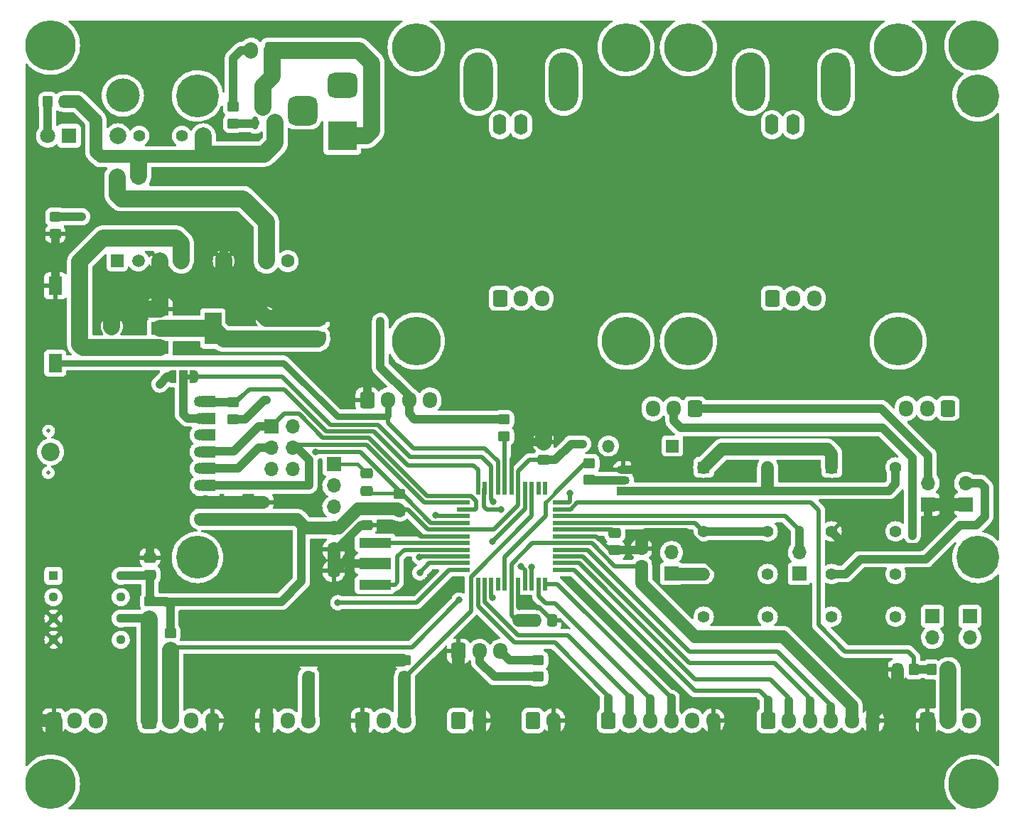
<source format=gtl>
G04 #@! TF.GenerationSoftware,KiCad,Pcbnew,(6.0.8)*
G04 #@! TF.CreationDate,2023-01-21T21:03:47+01:00*
G04 #@! TF.ProjectId,HB-UNI-SEN-POOL_2023_05,48422d55-4e49-42d5-9345-4e2d504f4f4c,rev?*
G04 #@! TF.SameCoordinates,Original*
G04 #@! TF.FileFunction,Copper,L1,Top*
G04 #@! TF.FilePolarity,Positive*
%FSLAX46Y46*%
G04 Gerber Fmt 4.6, Leading zero omitted, Abs format (unit mm)*
G04 Created by KiCad (PCBNEW (6.0.8)) date 2023-01-21 21:03:47*
%MOMM*%
%LPD*%
G01*
G04 APERTURE LIST*
G04 Aperture macros list*
%AMRoundRect*
0 Rectangle with rounded corners*
0 $1 Rounding radius*
0 $2 $3 $4 $5 $6 $7 $8 $9 X,Y pos of 4 corners*
0 Add a 4 corners polygon primitive as box body*
4,1,4,$2,$3,$4,$5,$6,$7,$8,$9,$2,$3,0*
0 Add four circle primitives for the rounded corners*
1,1,$1+$1,$2,$3*
1,1,$1+$1,$4,$5*
1,1,$1+$1,$6,$7*
1,1,$1+$1,$8,$9*
0 Add four rect primitives between the rounded corners*
20,1,$1+$1,$2,$3,$4,$5,0*
20,1,$1+$1,$4,$5,$6,$7,0*
20,1,$1+$1,$6,$7,$8,$9,0*
20,1,$1+$1,$8,$9,$2,$3,0*%
%AMFreePoly0*
4,1,22,0.550000,-0.750000,0.000000,-0.750000,0.000000,-0.745033,-0.079941,-0.743568,-0.215256,-0.701293,-0.333266,-0.622738,-0.424486,-0.514219,-0.481581,-0.384460,-0.499164,-0.250000,-0.500000,-0.250000,-0.500000,0.250000,-0.499164,0.250000,-0.499963,0.256109,-0.478152,0.396186,-0.417904,0.524511,-0.324060,0.630769,-0.204165,0.706417,-0.067858,0.745374,0.000000,0.744959,0.000000,0.750000,
0.550000,0.750000,0.550000,-0.750000,0.550000,-0.750000,$1*%
%AMFreePoly1*
4,1,20,0.000000,0.744959,0.073905,0.744508,0.209726,0.703889,0.328688,0.626782,0.421226,0.519385,0.479903,0.390333,0.500000,0.250000,0.500000,-0.250000,0.499851,-0.262216,0.476331,-0.402017,0.414519,-0.529596,0.319384,-0.634700,0.198574,-0.708877,0.061801,-0.746166,0.000000,-0.745033,0.000000,-0.750000,-0.550000,-0.750000,-0.550000,0.750000,0.000000,0.750000,0.000000,0.744959,
0.000000,0.744959,$1*%
G04 Aperture macros list end*
G04 #@! TA.AperFunction,SMDPad,CuDef*
%ADD10RoundRect,0.250000X0.450000X-0.350000X0.450000X0.350000X-0.450000X0.350000X-0.450000X-0.350000X0*%
G04 #@! TD*
G04 #@! TA.AperFunction,SMDPad,CuDef*
%ADD11RoundRect,0.250000X0.475000X-0.337500X0.475000X0.337500X-0.475000X0.337500X-0.475000X-0.337500X0*%
G04 #@! TD*
G04 #@! TA.AperFunction,SMDPad,CuDef*
%ADD12R,2.000000X1.500000*%
G04 #@! TD*
G04 #@! TA.AperFunction,SMDPad,CuDef*
%ADD13R,2.000000X3.800000*%
G04 #@! TD*
G04 #@! TA.AperFunction,ComponentPad*
%ADD14RoundRect,0.250000X-0.600000X-0.725000X0.600000X-0.725000X0.600000X0.725000X-0.600000X0.725000X0*%
G04 #@! TD*
G04 #@! TA.AperFunction,ComponentPad*
%ADD15O,1.700000X1.950000*%
G04 #@! TD*
G04 #@! TA.AperFunction,SMDPad,CuDef*
%ADD16RoundRect,0.250000X0.450000X-0.325000X0.450000X0.325000X-0.450000X0.325000X-0.450000X-0.325000X0*%
G04 #@! TD*
G04 #@! TA.AperFunction,SMDPad,CuDef*
%ADD17RoundRect,0.250000X0.350000X0.450000X-0.350000X0.450000X-0.350000X-0.450000X0.350000X-0.450000X0*%
G04 #@! TD*
G04 #@! TA.AperFunction,ComponentPad*
%ADD18RoundRect,0.250000X0.600000X0.725000X-0.600000X0.725000X-0.600000X-0.725000X0.600000X-0.725000X0*%
G04 #@! TD*
G04 #@! TA.AperFunction,SMDPad,CuDef*
%ADD19RoundRect,0.250000X-0.475000X0.337500X-0.475000X-0.337500X0.475000X-0.337500X0.475000X0.337500X0*%
G04 #@! TD*
G04 #@! TA.AperFunction,ComponentPad*
%ADD20R,1.700000X1.700000*%
G04 #@! TD*
G04 #@! TA.AperFunction,ComponentPad*
%ADD21O,1.700000X1.700000*%
G04 #@! TD*
G04 #@! TA.AperFunction,ComponentPad*
%ADD22RoundRect,0.250000X-0.600000X-0.750000X0.600000X-0.750000X0.600000X0.750000X-0.600000X0.750000X0*%
G04 #@! TD*
G04 #@! TA.AperFunction,ComponentPad*
%ADD23O,1.700000X2.000000*%
G04 #@! TD*
G04 #@! TA.AperFunction,ComponentPad*
%ADD24C,5.100000*%
G04 #@! TD*
G04 #@! TA.AperFunction,ConnectorPad*
%ADD25C,5.100000*%
G04 #@! TD*
G04 #@! TA.AperFunction,SMDPad,CuDef*
%ADD26RoundRect,0.250000X-0.337500X-0.475000X0.337500X-0.475000X0.337500X0.475000X-0.337500X0.475000X0*%
G04 #@! TD*
G04 #@! TA.AperFunction,ComponentPad*
%ADD27C,1.600000*%
G04 #@! TD*
G04 #@! TA.AperFunction,ComponentPad*
%ADD28R,1.500000X1.500000*%
G04 #@! TD*
G04 #@! TA.AperFunction,ComponentPad*
%ADD29C,1.500000*%
G04 #@! TD*
G04 #@! TA.AperFunction,ComponentPad*
%ADD30RoundRect,0.250000X0.600000X0.750000X-0.600000X0.750000X-0.600000X-0.750000X0.600000X-0.750000X0*%
G04 #@! TD*
G04 #@! TA.AperFunction,SMDPad,CuDef*
%ADD31RoundRect,0.150000X0.150000X-0.587500X0.150000X0.587500X-0.150000X0.587500X-0.150000X-0.587500X0*%
G04 #@! TD*
G04 #@! TA.AperFunction,SMDPad,CuDef*
%ADD32RoundRect,0.250000X-0.450000X0.350000X-0.450000X-0.350000X0.450000X-0.350000X0.450000X0.350000X0*%
G04 #@! TD*
G04 #@! TA.AperFunction,ConnectorPad*
%ADD33C,6.000000*%
G04 #@! TD*
G04 #@! TA.AperFunction,ComponentPad*
%ADD34C,3.500000*%
G04 #@! TD*
G04 #@! TA.AperFunction,ComponentPad*
%ADD35R,3.500000X3.500000*%
G04 #@! TD*
G04 #@! TA.AperFunction,ComponentPad*
%ADD36RoundRect,0.750000X-1.000000X0.750000X-1.000000X-0.750000X1.000000X-0.750000X1.000000X0.750000X0*%
G04 #@! TD*
G04 #@! TA.AperFunction,ComponentPad*
%ADD37RoundRect,0.875000X-0.875000X0.875000X-0.875000X-0.875000X0.875000X-0.875000X0.875000X0.875000X0*%
G04 #@! TD*
G04 #@! TA.AperFunction,ComponentPad*
%ADD38R,1.600000X1.600000*%
G04 #@! TD*
G04 #@! TA.AperFunction,ComponentPad*
%ADD39R,1.500000X1.050000*%
G04 #@! TD*
G04 #@! TA.AperFunction,ComponentPad*
%ADD40O,1.500000X1.050000*%
G04 #@! TD*
G04 #@! TA.AperFunction,ComponentPad*
%ADD41R,1.400000X1.400000*%
G04 #@! TD*
G04 #@! TA.AperFunction,ComponentPad*
%ADD42C,1.400000*%
G04 #@! TD*
G04 #@! TA.AperFunction,ComponentPad*
%ADD43O,1.500000X1.500000*%
G04 #@! TD*
G04 #@! TA.AperFunction,ComponentPad*
%ADD44R,1.800000X1.800000*%
G04 #@! TD*
G04 #@! TA.AperFunction,ComponentPad*
%ADD45C,1.800000*%
G04 #@! TD*
G04 #@! TA.AperFunction,SMDPad,CuDef*
%ADD46R,1.500000X0.550000*%
G04 #@! TD*
G04 #@! TA.AperFunction,SMDPad,CuDef*
%ADD47R,0.550000X1.500000*%
G04 #@! TD*
G04 #@! TA.AperFunction,ComponentPad*
%ADD48C,5.800000*%
G04 #@! TD*
G04 #@! TA.AperFunction,ComponentPad*
%ADD49O,3.500000X7.000000*%
G04 #@! TD*
G04 #@! TA.AperFunction,ComponentPad*
%ADD50O,1.600000X2.500000*%
G04 #@! TD*
G04 #@! TA.AperFunction,SMDPad,CuDef*
%ADD51R,1.600000X2.180000*%
G04 #@! TD*
G04 #@! TA.AperFunction,ComponentPad*
%ADD52C,4.000000*%
G04 #@! TD*
G04 #@! TA.AperFunction,ComponentPad*
%ADD53C,2.000000*%
G04 #@! TD*
G04 #@! TA.AperFunction,ComponentPad*
%ADD54C,1.350000*%
G04 #@! TD*
G04 #@! TA.AperFunction,ConnectorPad*
%ADD55R,1.800000X1.350000*%
G04 #@! TD*
G04 #@! TA.AperFunction,ComponentPad*
%ADD56C,2.200000*%
G04 #@! TD*
G04 #@! TA.AperFunction,SMDPad,CuDef*
%ADD57C,0.500000*%
G04 #@! TD*
G04 #@! TA.AperFunction,ComponentPad*
%ADD58R,1.130000X1.130000*%
G04 #@! TD*
G04 #@! TA.AperFunction,ComponentPad*
%ADD59C,1.130000*%
G04 #@! TD*
G04 #@! TA.AperFunction,SMDPad,CuDef*
%ADD60R,3.800000X1.200000*%
G04 #@! TD*
G04 #@! TA.AperFunction,SMDPad,CuDef*
%ADD61R,3.800000X1.400000*%
G04 #@! TD*
G04 #@! TA.AperFunction,SMDPad,CuDef*
%ADD62FreePoly0,180.000000*%
G04 #@! TD*
G04 #@! TA.AperFunction,SMDPad,CuDef*
%ADD63R,1.000000X1.500000*%
G04 #@! TD*
G04 #@! TA.AperFunction,SMDPad,CuDef*
%ADD64FreePoly1,180.000000*%
G04 #@! TD*
G04 #@! TA.AperFunction,ViaPad*
%ADD65C,0.800000*%
G04 #@! TD*
G04 #@! TA.AperFunction,Conductor*
%ADD66C,0.500000*%
G04 #@! TD*
G04 #@! TA.AperFunction,Conductor*
%ADD67C,2.000000*%
G04 #@! TD*
G04 #@! TA.AperFunction,Conductor*
%ADD68C,1.500000*%
G04 #@! TD*
G04 #@! TA.AperFunction,Conductor*
%ADD69C,0.250000*%
G04 #@! TD*
G04 #@! TA.AperFunction,Conductor*
%ADD70C,1.000000*%
G04 #@! TD*
G04 #@! TA.AperFunction,Conductor*
%ADD71C,0.400000*%
G04 #@! TD*
G04 #@! TA.AperFunction,Conductor*
%ADD72C,0.750000*%
G04 #@! TD*
G04 APERTURE END LIST*
G36*
X69099000Y-79408300D02*
G01*
X68599000Y-79408300D01*
X68599000Y-78808300D01*
X69099000Y-78808300D01*
X69099000Y-79408300D01*
G37*
D10*
X83165000Y-114880800D03*
X83165000Y-112880800D03*
D11*
X111125000Y-89003800D03*
X111125000Y-86928800D03*
D12*
X65430000Y-71061300D03*
D13*
X71730000Y-73361300D03*
D12*
X65430000Y-73361300D03*
X65430000Y-75661300D03*
D14*
X89575000Y-120080300D03*
D15*
X92075000Y-120080300D03*
X94575000Y-120080300D03*
D16*
X52959000Y-62099300D03*
X52959000Y-60049300D03*
D17*
X155278000Y-114001300D03*
X153278000Y-114001300D03*
D18*
X129159000Y-82918300D03*
D15*
X126659000Y-82918300D03*
X124159000Y-82918300D03*
D19*
X119634000Y-97723800D03*
X119634000Y-99798800D03*
D20*
X161925000Y-107651300D03*
D21*
X161925000Y-110191300D03*
D22*
X109855000Y-120080300D03*
D23*
X112355000Y-120080300D03*
D24*
X162895000Y-100646300D03*
D25*
X162895000Y-100646300D03*
D26*
X110087500Y-108159300D03*
X112162500Y-108159300D03*
D10*
X94615000Y-114874300D03*
X94615000Y-112874300D03*
D27*
X80645000Y-65332300D03*
X78105000Y-65332300D03*
X73025000Y-65332300D03*
X67945000Y-65332300D03*
D28*
X60330000Y-65301300D03*
D29*
X62870000Y-65301300D03*
X65410000Y-65301300D03*
X67950000Y-65301300D03*
D20*
X157480000Y-107651300D03*
D21*
X157480000Y-110191300D03*
D25*
X69895000Y-100646300D03*
D24*
X69895000Y-100646300D03*
D20*
X161417000Y-94321300D03*
D21*
X161417000Y-91781300D03*
D30*
X78780000Y-40231300D03*
D23*
X76280000Y-40231300D03*
D10*
X106426000Y-86204300D03*
X106426000Y-84204300D03*
D14*
X90103000Y-81885300D03*
D15*
X92603000Y-81885300D03*
X95103000Y-81885300D03*
X97603000Y-81885300D03*
D14*
X137868000Y-120097300D03*
D15*
X140368000Y-120097300D03*
X142868000Y-120097300D03*
X145368000Y-120097300D03*
X147868000Y-120097300D03*
X150368000Y-120097300D03*
D10*
X116586000Y-91411300D03*
X116586000Y-89411300D03*
D31*
X76774000Y-48898800D03*
X78674000Y-48898800D03*
X77724000Y-47023800D03*
D20*
X86131000Y-89547300D03*
D21*
X86131000Y-92087300D03*
X86131000Y-94627300D03*
X86131000Y-97167300D03*
X86131000Y-99707300D03*
X86131000Y-102247300D03*
D32*
X66655000Y-109705800D03*
X66655000Y-111705800D03*
D25*
X69895000Y-45646300D03*
D24*
X69895000Y-45646300D03*
D19*
X74168000Y-94051300D03*
X74168000Y-96126300D03*
D33*
X162395000Y-127646300D03*
X162395000Y-127646300D03*
D34*
X162395000Y-127646300D03*
D32*
X74168000Y-82146300D03*
X74168000Y-84146300D03*
D10*
X74145000Y-48961300D03*
X74145000Y-46961300D03*
D35*
X87145000Y-50396300D03*
D36*
X87145000Y-44396300D03*
D37*
X82445000Y-47396300D03*
D17*
X159342000Y-114001300D03*
X157342000Y-114001300D03*
X54086000Y-46342300D03*
X52086000Y-46342300D03*
D38*
X62865000Y-55266300D03*
D27*
X60365000Y-55266300D03*
D22*
X100985000Y-120080300D03*
D23*
X103485000Y-120080300D03*
D33*
X52395000Y-39646300D03*
D34*
X52395000Y-39646300D03*
D33*
X52395000Y-39646300D03*
D39*
X120650000Y-92697300D03*
D40*
X120650000Y-91427300D03*
X120650000Y-90157300D03*
D20*
X141605000Y-102571300D03*
D21*
X141605000Y-100031300D03*
D41*
X145462500Y-89908800D03*
D42*
X145462500Y-97528800D03*
X145462500Y-102608800D03*
X145462500Y-107688800D03*
X153082500Y-107688800D03*
X153082500Y-102608800D03*
X153082500Y-97528800D03*
X153082500Y-89908800D03*
D19*
X90043000Y-90643800D03*
X90043000Y-92718800D03*
D14*
X118845000Y-120080300D03*
D15*
X121345000Y-120080300D03*
X123845000Y-120080300D03*
X126345000Y-120080300D03*
X128845000Y-120080300D03*
X131345000Y-120080300D03*
D32*
X64242000Y-105895800D03*
X64242000Y-107895800D03*
D14*
X78125000Y-120086800D03*
D15*
X80625000Y-120086800D03*
X83125000Y-120086800D03*
D28*
X126497000Y-87363300D03*
D43*
X118877000Y-87363300D03*
D14*
X52765000Y-120086800D03*
D15*
X55265000Y-120086800D03*
X57765000Y-120086800D03*
D18*
X159345000Y-82886300D03*
D15*
X156845000Y-82886300D03*
X154345000Y-82886300D03*
D19*
X77724000Y-94051300D03*
X77724000Y-96126300D03*
D14*
X101005000Y-111825300D03*
D15*
X103505000Y-111825300D03*
X106005000Y-111825300D03*
D14*
X64175000Y-120086800D03*
D15*
X66675000Y-120086800D03*
X69175000Y-120086800D03*
X71675000Y-120086800D03*
D44*
X54615000Y-50406300D03*
D45*
X52075000Y-50406300D03*
D46*
X101615000Y-94126300D03*
X101615000Y-94926300D03*
X101615000Y-95726300D03*
X101615000Y-96526300D03*
X101615000Y-97326300D03*
X101615000Y-98126300D03*
X101615000Y-98926300D03*
X101615000Y-99726300D03*
X101615000Y-100526300D03*
X101615000Y-101326300D03*
X101615000Y-102126300D03*
D47*
X103315000Y-103826300D03*
X104115000Y-103826300D03*
X104915000Y-103826300D03*
X105715000Y-103826300D03*
X106515000Y-103826300D03*
X107315000Y-103826300D03*
X108115000Y-103826300D03*
X108915000Y-103826300D03*
X109715000Y-103826300D03*
X110515000Y-103826300D03*
X111315000Y-103826300D03*
D46*
X113015000Y-102126300D03*
X113015000Y-101326300D03*
X113015000Y-100526300D03*
X113015000Y-99726300D03*
X113015000Y-98926300D03*
X113015000Y-98126300D03*
X113015000Y-97326300D03*
X113015000Y-96526300D03*
X113015000Y-95726300D03*
X113015000Y-94926300D03*
X113015000Y-94126300D03*
D47*
X111315000Y-92426300D03*
X110515000Y-92426300D03*
X109715000Y-92426300D03*
X108915000Y-92426300D03*
X108115000Y-92426300D03*
X107315000Y-92426300D03*
X106515000Y-92426300D03*
X105715000Y-92426300D03*
X104915000Y-92426300D03*
X104115000Y-92426300D03*
X103315000Y-92426300D03*
D32*
X110490000Y-112874300D03*
X110490000Y-114874300D03*
D33*
X52395000Y-127646300D03*
D34*
X52395000Y-127646300D03*
D33*
X52395000Y-127646300D03*
D19*
X90043000Y-94707800D03*
X90043000Y-96782800D03*
X64242000Y-100651300D03*
X64242000Y-102726300D03*
D48*
X128395000Y-74882800D03*
X153395000Y-74882800D03*
D49*
X145975000Y-44002800D03*
D48*
X128395000Y-39882800D03*
D49*
X135815000Y-44002800D03*
D48*
X153395000Y-39882800D03*
D14*
X138395000Y-69782800D03*
D15*
X140895000Y-69782800D03*
X143395000Y-69782800D03*
D50*
X140895000Y-49082800D03*
X138355000Y-49082800D03*
D10*
X93980000Y-95094300D03*
X93980000Y-93094300D03*
D14*
X156858000Y-120097300D03*
D15*
X159358000Y-120097300D03*
X161858000Y-120097300D03*
D51*
X52959000Y-77475300D03*
X52959000Y-68295300D03*
D11*
X84455000Y-74398800D03*
X84455000Y-72323800D03*
D25*
X162895000Y-45646300D03*
D24*
X162895000Y-45646300D03*
D11*
X122809000Y-101703800D03*
X122809000Y-99628800D03*
D20*
X78730800Y-85064500D03*
D21*
X81270800Y-85064500D03*
X78730800Y-87604500D03*
X81270800Y-87604500D03*
X78730800Y-90144500D03*
X81270800Y-90144500D03*
D38*
X59690000Y-75647300D03*
D27*
X59690000Y-73147300D03*
D52*
X61008500Y-45615100D03*
D53*
X70588500Y-50425100D03*
D42*
X68048500Y-50425100D03*
X62968500Y-50425100D03*
D53*
X60428500Y-50425100D03*
D33*
X162395000Y-39646300D03*
D34*
X162395000Y-39646300D03*
D33*
X162395000Y-39646300D03*
D48*
X95958000Y-39882800D03*
X120958000Y-39882800D03*
X95958000Y-74882800D03*
D49*
X113538000Y-44002800D03*
X103378000Y-44002800D03*
D48*
X120958000Y-74882800D03*
D14*
X105958000Y-69782800D03*
D15*
X108458000Y-69782800D03*
X110958000Y-69782800D03*
D50*
X108458000Y-49082800D03*
X105918000Y-49082800D03*
D41*
X130222500Y-89908800D03*
D42*
X130222500Y-97528800D03*
X130222500Y-102608800D03*
X130222500Y-107688800D03*
X137842500Y-107688800D03*
X137842500Y-102608800D03*
X137842500Y-97528800D03*
X137842500Y-89908800D03*
D54*
X70138500Y-96058800D03*
D55*
X71138500Y-96058800D03*
D54*
X70138500Y-94058800D03*
D55*
X71138500Y-94058800D03*
D54*
X70138500Y-92058800D03*
D55*
X71138500Y-92058800D03*
D54*
X70138500Y-90058800D03*
D55*
X71138500Y-90058800D03*
D54*
X70138500Y-88058800D03*
D55*
X71138500Y-88058800D03*
D54*
X70138500Y-86058800D03*
D55*
X71138500Y-86058800D03*
D54*
X70138500Y-84058800D03*
D55*
X71138500Y-84058800D03*
X71138500Y-82058800D03*
D54*
X70138500Y-82058800D03*
D56*
X52394700Y-88059200D03*
D57*
X52115300Y-90548400D03*
X52166100Y-85570000D03*
D58*
X52737000Y-102831800D03*
D59*
X52737000Y-105371800D03*
X52737000Y-107911800D03*
X52737000Y-110451800D03*
X60761000Y-110451800D03*
X60761000Y-107911800D03*
X60761000Y-105371800D03*
X60761000Y-102831800D03*
D38*
X78105000Y-74631300D03*
D27*
X78105000Y-72131300D03*
D60*
X91059000Y-103902900D03*
D61*
X91059000Y-101402900D03*
D60*
X91059000Y-98902900D03*
D20*
X126365000Y-102571300D03*
D21*
X126365000Y-100031300D03*
D62*
X69499000Y-79108300D03*
D63*
X68199000Y-79108300D03*
D64*
X66899000Y-79108300D03*
D20*
X156972000Y-94326300D03*
D21*
X156972000Y-91786300D03*
D65*
X108223000Y-106516000D03*
X75518000Y-94094300D03*
X115824000Y-87109300D03*
X108204000Y-108159000D03*
X78105000Y-81870300D03*
X122809000Y-102984000D03*
X83947000Y-88085800D03*
X56134000Y-60058300D03*
X91694000Y-72504300D03*
X55118000Y-60058300D03*
X91694000Y-73774300D03*
X105029000Y-98761300D03*
X105156000Y-93967300D03*
X106045000Y-94951300D03*
X109728000Y-101809000D03*
X101070000Y-105723000D03*
X108458000Y-101682000D03*
X96393000Y-102476000D03*
X96349900Y-100577000D03*
X98298000Y-95618300D03*
X155067000Y-96888300D03*
X155067000Y-98031300D03*
X114300000Y-92951300D03*
X105031000Y-105417000D03*
X65405000Y-79997300D03*
X86614000Y-106032000D03*
D66*
X80010000Y-79108300D02*
X69499000Y-79108300D01*
X95250000Y-88633300D02*
X91440000Y-84823300D01*
X103759000Y-88633300D02*
X95250000Y-88633300D01*
X91440000Y-84823300D02*
X85725000Y-84823300D01*
X85725000Y-84823300D02*
X80010000Y-79108300D01*
X104915000Y-92426300D02*
X104915000Y-89789300D01*
X104915000Y-89789300D02*
X103759000Y-88633300D01*
D67*
X62865000Y-55266300D02*
X62865000Y-53327300D01*
D68*
X57785000Y-48501300D02*
X57785000Y-52311300D01*
D67*
X79171800Y-51244500D02*
X77826500Y-52589800D01*
D68*
X65235000Y-52896300D02*
X77494600Y-52896300D01*
X58370000Y-52896300D02*
X65235000Y-52896300D01*
D67*
X70588500Y-52589800D02*
X70588500Y-50425100D01*
X77801100Y-52589800D02*
X70588500Y-52589800D01*
X79171800Y-50025300D02*
X79171800Y-51219100D01*
X77826500Y-52589800D02*
X77801100Y-52589800D01*
D68*
X77494600Y-52896300D02*
X77801100Y-52589800D01*
D69*
X79171800Y-50025300D02*
X78674000Y-49527500D01*
D68*
X77801100Y-52589800D02*
X79171800Y-51219100D01*
D67*
X79171800Y-51219100D02*
X79171800Y-51244500D01*
X79171800Y-48831500D02*
X79171800Y-50025300D01*
D68*
X57785000Y-52311300D02*
X58370000Y-52896300D01*
X54086000Y-46342300D02*
X55626000Y-46342300D01*
X55626000Y-46342300D02*
X57785000Y-48501300D01*
D69*
X78674000Y-49527500D02*
X78674000Y-48898800D01*
D68*
X79171800Y-51219100D02*
X79248000Y-51142900D01*
D67*
X78105000Y-60661300D02*
X75340000Y-57896300D01*
X75340000Y-57896300D02*
X60830000Y-57896300D01*
D70*
X74168000Y-43968800D02*
X74168000Y-46774300D01*
D69*
X74145000Y-43991800D02*
X74145000Y-46961300D01*
D67*
X78105000Y-65332300D02*
X78105000Y-60661300D01*
D69*
X60365000Y-56308800D02*
X60365000Y-55266300D01*
X74168000Y-43968800D02*
X74145000Y-43991800D01*
D70*
X74168000Y-41163300D02*
X74168000Y-43968800D01*
D67*
X60830000Y-57896300D02*
X60325000Y-57391300D01*
D70*
X76280000Y-40231300D02*
X75100000Y-40231300D01*
D67*
X60325000Y-56348800D02*
X60325000Y-55306300D01*
D69*
X60325000Y-56348800D02*
X60365000Y-56308800D01*
D70*
X75100000Y-40231300D02*
X74168000Y-41163300D01*
D67*
X60325000Y-57391300D02*
X60325000Y-56348800D01*
X55880000Y-75266300D02*
X56275000Y-75661300D01*
D68*
X144907000Y-87744300D02*
X133731000Y-87744300D01*
X133731000Y-87744300D02*
X133223000Y-87744300D01*
D67*
X55880000Y-65392300D02*
X55880000Y-75266300D01*
X59704000Y-75661300D02*
X65430000Y-75661300D01*
X67950000Y-63206300D02*
X67342000Y-62598300D01*
D66*
X145462000Y-89104300D02*
X145462500Y-89104800D01*
X59704000Y-75661300D02*
X59690000Y-75647300D01*
D67*
X58674000Y-62598300D02*
X55880000Y-65392300D01*
X67950000Y-65301300D02*
X67950000Y-63206300D01*
X56275000Y-75661300D02*
X59704000Y-75661300D01*
D68*
X145462000Y-89104300D02*
X145462000Y-88299800D01*
X133223000Y-87744300D02*
X132387000Y-87744300D01*
X133731000Y-87744300D02*
X133223000Y-87744300D01*
X145462000Y-88299800D02*
X144907000Y-87744300D01*
X132387000Y-87744300D02*
X130222300Y-89908600D01*
X145462000Y-89908800D02*
X145462000Y-89104300D01*
D66*
X145462500Y-89104800D02*
X145462500Y-89908800D01*
D67*
X67342000Y-62598300D02*
X58674000Y-62598300D01*
D70*
X89662000Y-96782800D02*
X89386500Y-96782800D01*
X120650000Y-90157300D02*
X122047000Y-90157300D01*
X58039000Y-60312300D02*
X52959000Y-65392300D01*
D68*
X79883000Y-112858000D02*
X94247300Y-112858000D01*
X150368000Y-120224000D02*
X150368000Y-129146000D01*
D67*
X150368000Y-129146000D02*
X131445000Y-129146000D01*
D70*
X107569000Y-89014300D02*
X109654000Y-86928800D01*
D68*
X86131000Y-99707300D02*
X86131000Y-102247000D01*
D66*
X96488000Y-98126300D02*
X101615000Y-98126300D01*
D68*
X150495000Y-120087000D02*
X150495000Y-120097000D01*
D67*
X90170000Y-70091300D02*
X98552000Y-70091300D01*
X131445000Y-129146000D02*
X103505000Y-129146000D01*
D68*
X50535500Y-120087000D02*
X52765000Y-120087000D01*
D70*
X86462000Y-99707300D02*
X86131000Y-99707300D01*
D66*
X90445500Y-96761300D02*
X95123000Y-96761300D01*
D70*
X156972000Y-98412300D02*
X155956000Y-99428300D01*
X86355800Y-102222000D02*
X87175200Y-101403000D01*
D68*
X150495000Y-120097000D02*
X150368000Y-120224000D01*
D71*
X103485000Y-120080300D02*
X103485000Y-120080000D01*
D68*
X150368000Y-119335000D02*
X150368000Y-117557000D01*
X103505000Y-120087000D02*
X103505000Y-120634000D01*
D71*
X122639000Y-99798800D02*
X122809000Y-99628800D01*
X83149000Y-112865000D02*
X83157000Y-112873000D01*
D68*
X103485000Y-120080000D02*
X103485000Y-117664000D01*
D70*
X87175200Y-101403000D02*
X91059000Y-101403000D01*
D68*
X161412000Y-94326300D02*
X156972000Y-94326300D01*
D67*
X98552000Y-70091300D02*
X111125000Y-82664300D01*
D68*
X50165000Y-99396300D02*
X50165000Y-119716000D01*
X103485000Y-117664000D02*
X101005000Y-115184000D01*
X153278000Y-116425000D02*
X150368000Y-119335000D01*
D67*
X111125000Y-82664300D02*
X111125000Y-86928800D01*
D70*
X90170000Y-81818300D02*
X90170000Y-70091300D01*
D67*
X103505000Y-129146000D02*
X89535000Y-129146000D01*
D68*
X135636000Y-105492000D02*
X128016000Y-97872300D01*
D66*
X108115000Y-106451000D02*
X108204000Y-106540000D01*
D70*
X89386500Y-96782800D02*
X86462000Y-99707300D01*
D68*
X50165000Y-119716000D02*
X50535500Y-120087000D01*
X89535000Y-120120300D02*
X89535000Y-129146000D01*
D71*
X150368000Y-119646000D02*
X150368000Y-120097000D01*
D67*
X59690000Y-73147300D02*
X59690000Y-71742300D01*
D70*
X90103000Y-81885300D02*
X90170000Y-81818300D01*
D68*
X123444000Y-97872300D02*
X122809000Y-98507300D01*
D71*
X119061000Y-99798800D02*
X119634000Y-99798800D01*
D70*
X109654000Y-86928800D02*
X110419000Y-86928800D01*
D68*
X78105000Y-114636000D02*
X79883000Y-112858000D01*
D67*
X52765000Y-121681000D02*
X52765000Y-120087000D01*
X65410000Y-65301300D02*
X65410000Y-71041300D01*
X150395000Y-129146000D02*
X150368000Y-129146000D01*
D66*
X110519000Y-106516000D02*
X112162000Y-108159000D01*
D71*
X103505000Y-120634000D02*
X103485000Y-120614000D01*
X83165000Y-112881000D02*
X83157000Y-112873000D01*
X83157200Y-112873000D02*
X83165000Y-112881000D01*
D67*
X84262500Y-72131300D02*
X86302500Y-70091300D01*
D71*
X108204000Y-106530000D02*
X108220000Y-106514000D01*
D70*
X122047000Y-90157300D02*
X122047000Y-85966300D01*
X122047000Y-85966300D02*
X121285000Y-85204300D01*
X147362000Y-99428300D02*
X145462000Y-97528600D01*
D68*
X150368000Y-119646000D02*
X150368000Y-119335000D01*
X71675000Y-120087000D02*
X71675000Y-128812000D01*
X74168000Y-94051300D02*
X55510000Y-94051300D01*
D67*
X86302500Y-70091300D02*
X90170000Y-70091300D01*
D68*
X94247300Y-112858000D02*
X94263000Y-112874000D01*
X138303000Y-105492000D02*
X135636000Y-105492000D01*
D70*
X64242000Y-100651000D02*
X64242000Y-94094300D01*
X52959000Y-65392300D02*
X52959000Y-62099300D01*
D68*
X55510000Y-94051300D02*
X50165000Y-99396300D01*
D71*
X150368000Y-120097000D02*
X150495000Y-120097000D01*
D68*
X150368000Y-119335000D02*
X150368000Y-119646000D01*
X78105000Y-120097000D02*
X78105000Y-114636000D01*
X77724000Y-94051300D02*
X74168000Y-94051300D01*
D71*
X110419000Y-86928800D02*
X111125000Y-86928800D01*
X103485000Y-120614000D02*
X103485000Y-120080300D01*
D68*
X153278000Y-114001300D02*
X153278000Y-116425000D01*
D67*
X89535000Y-129146000D02*
X60230300Y-129146000D01*
D68*
X89575000Y-120080300D02*
X89535000Y-120120300D01*
D67*
X59690000Y-71742300D02*
X60371000Y-71061300D01*
D70*
X155956000Y-99428300D02*
X147362000Y-99428300D01*
D67*
X73025000Y-67051300D02*
X78105000Y-72131300D01*
X60371000Y-71061300D02*
X65430000Y-71061300D01*
D68*
X78125000Y-120087000D02*
X78125000Y-129146000D01*
D67*
X73025000Y-65138300D02*
X73025000Y-67051300D01*
X156858000Y-122683000D02*
X150395000Y-129146000D01*
D68*
X131445000Y-120002300D02*
X131445000Y-129146000D01*
D66*
X95123000Y-96761300D02*
X96488000Y-98126300D01*
D70*
X156972000Y-94326300D02*
X156972000Y-98412300D01*
D66*
X108115000Y-103826300D02*
X108115000Y-106451000D01*
D71*
X108204000Y-106540000D02*
X108204000Y-106530000D01*
D68*
X122809000Y-98507300D02*
X122809000Y-99628800D01*
X103505000Y-120634000D02*
X103505000Y-129146000D01*
D67*
X60230300Y-129146000D02*
X52765000Y-121681000D01*
D68*
X112395000Y-120002300D02*
X112395000Y-129146000D01*
D70*
X73025000Y-65138300D02*
X73025000Y-63487300D01*
X119634000Y-99798800D02*
X122639000Y-99798800D01*
D68*
X101005000Y-115184000D02*
X101005000Y-111825000D01*
D70*
X69850000Y-60312300D02*
X58039000Y-60312300D01*
D68*
X150368000Y-117557000D02*
X138303000Y-105492000D01*
D70*
X73025000Y-63487300D02*
X69850000Y-60312300D01*
D67*
X156858000Y-120097300D02*
X156858000Y-122683000D01*
X78105000Y-72131300D02*
X84262500Y-72131300D01*
D68*
X128016000Y-97872300D02*
X123444000Y-97872300D01*
D71*
X65410000Y-71041300D02*
X65430000Y-71061300D01*
D66*
X108223000Y-106516000D02*
X110519000Y-106516000D01*
D70*
X121285000Y-85204300D02*
X111506000Y-85204300D01*
D71*
X83157000Y-112873000D02*
X83157200Y-112873000D01*
D68*
X161417000Y-94321300D02*
X161412000Y-94326300D01*
D66*
X117388000Y-98126300D02*
X119061000Y-99798800D01*
X107315000Y-92426300D02*
X107315000Y-89268300D01*
D70*
X52959000Y-65392300D02*
X52959000Y-68295300D01*
D66*
X113015000Y-98126300D02*
X117388000Y-98126300D01*
D70*
X66172000Y-105905000D02*
X66655000Y-106388000D01*
X105267000Y-114874000D02*
X103505000Y-113112000D01*
X115824000Y-87109300D02*
X114427000Y-87109300D01*
D66*
X64242000Y-105895800D02*
X64242000Y-102832000D01*
X122796000Y-101691000D02*
X122796000Y-103448000D01*
D70*
X60761200Y-102832000D02*
X64136300Y-102832000D01*
D66*
X93980000Y-94951300D02*
X94962300Y-94951300D01*
D70*
X60761000Y-102832000D02*
X60761200Y-102832000D01*
D66*
X97337300Y-97326300D02*
X101615000Y-97326300D01*
D67*
X73000000Y-74631300D02*
X78105000Y-74631300D01*
D70*
X78105000Y-81870300D02*
X77851000Y-81870300D01*
D66*
X71206000Y-96126300D02*
X71138500Y-96058800D01*
D67*
X78105000Y-74631300D02*
X84222500Y-74631300D01*
D66*
X109817000Y-98926300D02*
X107315000Y-101428000D01*
X93956000Y-94975300D02*
X93980000Y-94951300D01*
D70*
X82296000Y-103492000D02*
X82296000Y-97167300D01*
D68*
X129159000Y-110064000D02*
X139668000Y-110064000D01*
D66*
X110490000Y-114874300D02*
X110490000Y-114874000D01*
X93861000Y-94975300D02*
X93956000Y-94975300D01*
X60761200Y-102832000D02*
X60761000Y-102831800D01*
D68*
X108204000Y-108159000D02*
X110087000Y-108159000D01*
X93980000Y-95094300D02*
X93861000Y-94975300D01*
X93742000Y-94856300D02*
X90191500Y-94856300D01*
D66*
X101615000Y-97326300D02*
X105194000Y-97326300D01*
D70*
X64136300Y-102832000D02*
X64242000Y-102832000D01*
D66*
X122796000Y-101691000D02*
X122802500Y-101697500D01*
D70*
X66163000Y-105896000D02*
X66172000Y-105905000D01*
D66*
X113015000Y-98926300D02*
X109817000Y-98926300D01*
X116878000Y-98926300D02*
X119630000Y-101678000D01*
D68*
X77724000Y-96126300D02*
X74168000Y-96126300D01*
D70*
X103505000Y-113112000D02*
X103505000Y-111825300D01*
X64242000Y-105896000D02*
X64251500Y-105905000D01*
D66*
X113015000Y-98926300D02*
X116878000Y-98926300D01*
X119630000Y-101678000D02*
X122784000Y-101678000D01*
D70*
X64242000Y-105895800D02*
X64242000Y-105896000D01*
D66*
X94962300Y-94951300D02*
X97337300Y-97326300D01*
D70*
X79883000Y-105905000D02*
X82296000Y-103492000D01*
D68*
X122809000Y-101704000D02*
X122809000Y-102984000D01*
D66*
X70206000Y-96126300D02*
X70138500Y-96058800D01*
X110087500Y-108159300D02*
X110087300Y-108159300D01*
D70*
X75041000Y-84146300D02*
X74168000Y-84146300D01*
D68*
X81788000Y-96126300D02*
X77724000Y-96126300D01*
D66*
X108115000Y-94405300D02*
X108115000Y-92426300D01*
D68*
X86716000Y-97167300D02*
X86131000Y-97167300D01*
X122809000Y-102984000D02*
X122809000Y-103714000D01*
D67*
X65430000Y-73361300D02*
X71730000Y-73361300D01*
D70*
X64251500Y-105905000D02*
X66172000Y-105905000D01*
D66*
X107950000Y-108159000D02*
X108204000Y-108159000D01*
D70*
X112532000Y-89003800D02*
X111125000Y-89003800D01*
D66*
X108115000Y-90341300D02*
X109452000Y-89003800D01*
X122802700Y-101697500D02*
X122809000Y-101703800D01*
D68*
X86106000Y-97142300D02*
X82804000Y-97142300D01*
D66*
X107315000Y-103826300D02*
X107315000Y-107524000D01*
X84222500Y-74631300D02*
X84455000Y-74398800D01*
D68*
X74168000Y-96126300D02*
X71206000Y-96126300D01*
X139668000Y-110064000D02*
X147868000Y-118264000D01*
D70*
X64242000Y-105896000D02*
X66163000Y-105896000D01*
D66*
X64136300Y-102832000D02*
X64242000Y-102726300D01*
D70*
X110490000Y-114874000D02*
X105267000Y-114874000D01*
D66*
X109452000Y-89003800D02*
X111125000Y-89003800D01*
X64242000Y-105896000D02*
X64242000Y-105895800D01*
X122802500Y-101697500D02*
X122809000Y-101704000D01*
X105194000Y-97326300D02*
X108115000Y-94405300D01*
D70*
X114427000Y-87109300D02*
X112532000Y-89003800D01*
D68*
X71206000Y-96126300D02*
X70206000Y-96126300D01*
D67*
X71730000Y-73361300D02*
X73000000Y-74631300D01*
D66*
X82321000Y-97142300D02*
X82296000Y-97167300D01*
D68*
X86131000Y-97167300D02*
X86106000Y-97142300D01*
D66*
X107315000Y-107524000D02*
X107950000Y-108159000D01*
D68*
X93861000Y-94975300D02*
X93742000Y-94856300D01*
D66*
X90191500Y-94856300D02*
X90043000Y-94707800D01*
X122802500Y-101697500D02*
X122802700Y-101697500D01*
X107315000Y-101428000D02*
X107315000Y-103826300D01*
X82804000Y-97142300D02*
X82321000Y-97142300D01*
X110087300Y-108159300D02*
X110087000Y-108159000D01*
D68*
X82804000Y-97142300D02*
X81788000Y-96126300D01*
X147868000Y-118264000D02*
X147868000Y-120097000D01*
D70*
X66172000Y-105905000D02*
X79883000Y-105905000D01*
D66*
X122784000Y-101678000D02*
X122796000Y-101691000D01*
D68*
X122809000Y-103714000D02*
X129159000Y-110064000D01*
D70*
X75575000Y-84146300D02*
X75041000Y-84146300D01*
X66655000Y-106388000D02*
X66655000Y-109705800D01*
D68*
X90191500Y-94856300D02*
X89027000Y-94856300D01*
X89027000Y-94856300D02*
X86716000Y-97167300D01*
D70*
X75041000Y-84146300D02*
X74168000Y-84146300D01*
X77851000Y-81870300D02*
X75575000Y-84146300D01*
X64242000Y-102832000D02*
X64242000Y-105895800D01*
D66*
X108115000Y-92426300D02*
X108115000Y-90341300D01*
D71*
X88921500Y-89522300D02*
X86156000Y-89522300D01*
X90043000Y-90643800D02*
X88921500Y-89522300D01*
X86156000Y-89522300D02*
X86131000Y-89547300D01*
X93980000Y-93094300D02*
X93980000Y-92951300D01*
D66*
X98177800Y-96526300D02*
X101615000Y-96526300D01*
X97708900Y-96507300D02*
X98171000Y-96507300D01*
D71*
X90275500Y-92951300D02*
X93980000Y-92951300D01*
D66*
X98063000Y-96526300D02*
X98177800Y-96526300D01*
D71*
X98177800Y-96526300D02*
X98177800Y-96514100D01*
D66*
X89287400Y-88085800D02*
X94628900Y-93427300D01*
D71*
X94628900Y-93427300D02*
X94313000Y-93427300D01*
X90043000Y-92718800D02*
X90275500Y-92951300D01*
X98177800Y-96514100D02*
X98171000Y-96507300D01*
D66*
X94628900Y-93427300D02*
X97708900Y-96507300D01*
X83947000Y-88085800D02*
X89287400Y-88085800D01*
D71*
X94313000Y-93427300D02*
X93980000Y-93094300D01*
D66*
X119236000Y-97326300D02*
X119634000Y-97723800D01*
X113015000Y-97326300D02*
X119236000Y-97326300D01*
D70*
X91694000Y-73774300D02*
X91694000Y-77965300D01*
X91694000Y-77965300D02*
X95103000Y-81374300D01*
X91694000Y-72504300D02*
X91694000Y-73774300D01*
X95758000Y-84188300D02*
X106410000Y-84188300D01*
X95103000Y-81885300D02*
X95103000Y-83533300D01*
X55118000Y-60058300D02*
X56134000Y-60058300D01*
X106410000Y-84188300D02*
X106426000Y-84204300D01*
X95103000Y-81374300D02*
X95103000Y-81885300D01*
D69*
X52959000Y-60049300D02*
X52968000Y-60058300D01*
D70*
X52968000Y-60058300D02*
X55118000Y-60058300D01*
X95103000Y-83533300D02*
X95758000Y-84188300D01*
X120650000Y-92697300D02*
X138176000Y-92697300D01*
D68*
X137842000Y-91136300D02*
X137842000Y-92363800D01*
D69*
X137842500Y-91135800D02*
X137842500Y-89908800D01*
X137842000Y-92363800D02*
X138176000Y-92697300D01*
X153082000Y-90898300D02*
X153082500Y-90897800D01*
D70*
X138176000Y-92697300D02*
X152273000Y-92697300D01*
D69*
X137842000Y-91136300D02*
X137842500Y-91135800D01*
D70*
X152273000Y-92697300D02*
X153082000Y-91887800D01*
D69*
X153082500Y-90897800D02*
X153082500Y-89908800D01*
D70*
X153082000Y-90898300D02*
X153082000Y-89908800D01*
D68*
X137842000Y-89908800D02*
X137842000Y-91136300D01*
D70*
X153082000Y-91887800D02*
X153082000Y-90898300D01*
X52070000Y-50401300D02*
X52075000Y-50406300D01*
X52070000Y-46358300D02*
X52070000Y-50401300D01*
X52086000Y-46342300D02*
X52070000Y-46358300D01*
D68*
X83125000Y-114921000D02*
X83125000Y-120086800D01*
D66*
X105029000Y-98761300D02*
X108915000Y-94875300D01*
D69*
X83165000Y-114881000D02*
X83165000Y-114880800D01*
D66*
X108915000Y-94875300D02*
X108915000Y-92426300D01*
D69*
X83165000Y-114881000D02*
X83125000Y-114921000D01*
D66*
X102489000Y-102952000D02*
X109715000Y-95726300D01*
D68*
X94575000Y-114914000D02*
X94575000Y-120080000D01*
D66*
X102489000Y-107016000D02*
X102489000Y-102952000D01*
X109715000Y-95726300D02*
X109715000Y-92426300D01*
X94611300Y-114894000D02*
X102489000Y-107016000D01*
D71*
X94575000Y-120080300D02*
X94575000Y-120080000D01*
D69*
X159358000Y-120097000D02*
X159358000Y-120097300D01*
X159354000Y-114013000D02*
X159350000Y-114009000D01*
X159354000Y-114013000D02*
X159353700Y-114013000D01*
D67*
X159358000Y-120097000D02*
X159358000Y-114017000D01*
D69*
X159358000Y-114017000D02*
X159354000Y-114013000D01*
X159353700Y-114013000D02*
X159342000Y-114001300D01*
D66*
X105156000Y-93967300D02*
X104915000Y-93726300D01*
X104915000Y-93726300D02*
X104915000Y-92426300D01*
X104065000Y-94622300D02*
X104065000Y-92476300D01*
X106045000Y-94951300D02*
X104394000Y-94951300D01*
X104065000Y-92476300D02*
X104115000Y-92426300D01*
X104394000Y-94951300D02*
X104065000Y-94622300D01*
D71*
X60761200Y-107912000D02*
X60761100Y-107912000D01*
X64233900Y-107904000D02*
X64242000Y-107895900D01*
X109715000Y-103826300D02*
X109715000Y-103826000D01*
D67*
X64175000Y-120086800D02*
X64175000Y-107963000D01*
D71*
X64233900Y-107904000D02*
X64242000Y-107896000D01*
X109728000Y-101809000D02*
X109715000Y-101822000D01*
X64242000Y-107895900D02*
X64242000Y-107895800D01*
D70*
X64225800Y-107912000D02*
X64226000Y-107912000D01*
X60761200Y-107912000D02*
X64225800Y-107912000D01*
D71*
X60761000Y-107911900D02*
X60761000Y-107911800D01*
X60761100Y-107912000D02*
X60761000Y-107912000D01*
D70*
X60761100Y-107912000D02*
X60761200Y-107912000D01*
D66*
X109715000Y-101822000D02*
X109715000Y-103826000D01*
D71*
X64225800Y-107912000D02*
X64233900Y-107904000D01*
D70*
X60761000Y-107912000D02*
X60761100Y-107912000D01*
D71*
X60761100Y-107912000D02*
X60761000Y-107911900D01*
X64175000Y-107963000D02*
X64226000Y-107912000D01*
D66*
X66655100Y-111705900D02*
X67026500Y-111334000D01*
D67*
X66675000Y-115368900D02*
X66675000Y-111726000D01*
D71*
X108915000Y-103826300D02*
X108915000Y-103826000D01*
D66*
X108915000Y-102139000D02*
X108915000Y-103826000D01*
X66655000Y-111706000D02*
X66655100Y-111705900D01*
X108458000Y-101682000D02*
X108915000Y-102139000D01*
D71*
X66655000Y-111705800D02*
X66655100Y-111705900D01*
D66*
X67026500Y-111334000D02*
X95458700Y-111334000D01*
X95458700Y-111334000D02*
X101070000Y-105723000D01*
D67*
X66675000Y-120086800D02*
X66675000Y-115368900D01*
D71*
X66655000Y-115348900D02*
X66655000Y-111706000D01*
X66675000Y-115368900D02*
X66655000Y-115348900D01*
D66*
X96393000Y-102476000D02*
X97543000Y-101326000D01*
X101614700Y-101326000D02*
X101615000Y-101326000D01*
D71*
X101614700Y-101326000D02*
X101615000Y-101326300D01*
D66*
X97543000Y-101326000D02*
X101614700Y-101326000D01*
D71*
X101614700Y-100526000D02*
X101615000Y-100526300D01*
D66*
X101615000Y-100526000D02*
X101614700Y-100526000D01*
D71*
X96400700Y-100526000D02*
X96349900Y-100577000D01*
D66*
X101614700Y-100526000D02*
X96400700Y-100526000D01*
D71*
X103124000Y-93935300D02*
X103124000Y-93909900D01*
X71199000Y-87998300D02*
X71138500Y-88058800D01*
D66*
X80264800Y-83530500D02*
X78730800Y-85064500D01*
X90297000Y-86347300D02*
X84836000Y-86347300D01*
X102546000Y-93332300D02*
X97282000Y-93332300D01*
D71*
X103124000Y-94570300D02*
X103124000Y-93935300D01*
D70*
X77196800Y-85064600D02*
X78730800Y-85064600D01*
D66*
X101615000Y-94926300D02*
X103022000Y-94926300D01*
D71*
X78730800Y-85064500D02*
X78730800Y-85064600D01*
D66*
X103022000Y-94926300D02*
X103124000Y-94824300D01*
D70*
X74263100Y-87998300D02*
X77196800Y-85064600D01*
D66*
X103124000Y-94824300D02*
X103124000Y-94570300D01*
X97282000Y-93332300D02*
X90297000Y-86347300D01*
X103124000Y-94570300D02*
X103124000Y-93935300D01*
X103124000Y-93909900D02*
X102546000Y-93332300D01*
D70*
X70199000Y-87998300D02*
X71199000Y-87998300D01*
X71199000Y-87998300D02*
X74263100Y-87998300D01*
D66*
X82019200Y-83530500D02*
X80264800Y-83530500D01*
X84836000Y-86347300D02*
X82019200Y-83530500D01*
D70*
X70138500Y-88058800D02*
X70199000Y-87998300D01*
D66*
X98298000Y-95618300D02*
X98406000Y-95726300D01*
D70*
X74742600Y-90058800D02*
X77196800Y-87604600D01*
D66*
X98406000Y-95726300D02*
X101615000Y-95726300D01*
D71*
X78730700Y-87604600D02*
X78730800Y-87604500D01*
D70*
X77196800Y-87604600D02*
X78730700Y-87604600D01*
X71138500Y-90058800D02*
X74742600Y-90058800D01*
X70138500Y-90058800D02*
X71138500Y-90058800D01*
X78730700Y-87604600D02*
X78730800Y-87604600D01*
D66*
X81639000Y-87236300D02*
X90054900Y-87236300D01*
D70*
X83185000Y-89014300D02*
X83185000Y-92058800D01*
D66*
X81270800Y-87604500D02*
X81639000Y-87236300D01*
D70*
X81775200Y-87604500D02*
X83185000Y-89014300D01*
D66*
X96944900Y-94126300D02*
X101615000Y-94126300D01*
D70*
X83185000Y-92058800D02*
X71138500Y-92058800D01*
X81270800Y-87604500D02*
X81775200Y-87604500D01*
X71138500Y-92058800D02*
X70138500Y-92058800D01*
D66*
X90054900Y-87236300D02*
X96944900Y-94126300D01*
D70*
X81270800Y-87604600D02*
X81270900Y-87604600D01*
D71*
X81270900Y-87604600D02*
X81270800Y-87604600D01*
X81270900Y-87604600D02*
X81270800Y-87604500D01*
D66*
X142653000Y-117414500D02*
X142653000Y-117240000D01*
X128524000Y-113239000D02*
X115811000Y-100526000D01*
D70*
X142868000Y-117709000D02*
X142868000Y-120097000D01*
D66*
X138652000Y-113239000D02*
X128524000Y-113239000D01*
X142653000Y-117589000D02*
X142653000Y-117414500D01*
D69*
X142868000Y-120097000D02*
X142868000Y-120097300D01*
X142868000Y-117629500D02*
X142868000Y-117709000D01*
D66*
X115811000Y-100526000D02*
X113015300Y-100526000D01*
D69*
X113015300Y-100526000D02*
X113015000Y-100526300D01*
X142653000Y-117414500D02*
X142868000Y-117629500D01*
D66*
X113015300Y-100526000D02*
X113015000Y-100526000D01*
X142653000Y-117240000D02*
X138652000Y-113239000D01*
D69*
X145368000Y-120097000D02*
X145368000Y-120097300D01*
D66*
X145368000Y-118177000D02*
X145368000Y-118399000D01*
X113015000Y-99726300D02*
X116408000Y-99726300D01*
X128524000Y-111842000D02*
X139033000Y-111842000D01*
X116408000Y-99726300D02*
X128524000Y-111842000D01*
D70*
X145368000Y-118399000D02*
X145368000Y-120097000D01*
D66*
X139033000Y-111842000D02*
X145368000Y-118177000D01*
X137868000Y-117562000D02*
X136847000Y-116541000D01*
X113015300Y-102126000D02*
X113015000Y-102126000D01*
X114744000Y-102126000D02*
X113015300Y-102126000D01*
D69*
X137868000Y-120097000D02*
X137868000Y-120097300D01*
D66*
X129159000Y-116541000D02*
X114744000Y-102126000D01*
D69*
X113015300Y-102126000D02*
X113015000Y-102126300D01*
D66*
X137868000Y-117589000D02*
X137868000Y-117562000D01*
X136847000Y-116541000D02*
X129159000Y-116541000D01*
D70*
X137868000Y-120097000D02*
X137868000Y-117589000D01*
X140368000Y-117716000D02*
X140368000Y-120097000D01*
D69*
X140368000Y-120097000D02*
X140368000Y-120097300D01*
D66*
X115341000Y-101326000D02*
X113015300Y-101326000D01*
X129159000Y-115144000D02*
X115341000Y-101326000D01*
D69*
X113015300Y-101326000D02*
X113015000Y-101326300D01*
D66*
X138176000Y-115144000D02*
X129159000Y-115144000D01*
X113015300Y-101326000D02*
X113015000Y-101326000D01*
X140368000Y-117336000D02*
X138176000Y-115144000D01*
X140368000Y-117716000D02*
X140368000Y-117336000D01*
D69*
X118845000Y-120080000D02*
X118845000Y-120080300D01*
D66*
X107676000Y-110806000D02*
X103315000Y-106445000D01*
X112470000Y-110806000D02*
X107676000Y-110806000D01*
X103315000Y-106445000D02*
X103315000Y-103826300D01*
X118845000Y-117335000D02*
X118845000Y-117181000D01*
D70*
X118845000Y-117335000D02*
X118845000Y-120080000D01*
D66*
X118845000Y-117181000D02*
X112470000Y-110806000D01*
X121345000Y-117335000D02*
X121345000Y-117268000D01*
D69*
X121345000Y-120080000D02*
X121345000Y-120080300D01*
D66*
X121345000Y-117268000D02*
X114014000Y-109937000D01*
D70*
X121345000Y-117335000D02*
X121345000Y-120080000D01*
D66*
X108077000Y-109937000D02*
X104115000Y-105975000D01*
X114014000Y-109937000D02*
X108077000Y-109937000D01*
X104115000Y-105975000D02*
X104115000Y-103826300D01*
X112522000Y-106127000D02*
X123845000Y-117450000D01*
D69*
X123845000Y-120080000D02*
X123845000Y-120080300D01*
D66*
X110515000Y-103826300D02*
X110515000Y-105263000D01*
X110515000Y-105263000D02*
X111379000Y-106127000D01*
X111379000Y-106127000D02*
X112522000Y-106127000D01*
D70*
X123845000Y-117450000D02*
X123845000Y-120080000D01*
D66*
X112761000Y-103826000D02*
X126345000Y-117410000D01*
X111315300Y-103826000D02*
X112761000Y-103826000D01*
D69*
X126345000Y-120080000D02*
X126345000Y-120080300D01*
D70*
X126345000Y-117410000D02*
X126345000Y-120080000D01*
D69*
X111315300Y-103826000D02*
X111315000Y-103826300D01*
D66*
X111315000Y-103826000D02*
X111315300Y-103826000D01*
D70*
X160782000Y-96761300D02*
X162687000Y-96761300D01*
X147111000Y-102603000D02*
X148889000Y-100825000D01*
X162687000Y-96761300D02*
X163703000Y-95745300D01*
X156718000Y-100825000D02*
X160782000Y-96761300D01*
X148889000Y-100825000D02*
X156718000Y-100825000D01*
X163703000Y-95745300D02*
X163703000Y-92284300D01*
D69*
X145468300Y-102603000D02*
X145462500Y-102608800D01*
D70*
X163200000Y-91781300D02*
X161417000Y-91781300D01*
D69*
X145542000Y-102603000D02*
X145468300Y-102603000D01*
D70*
X163703000Y-92284300D02*
X163200000Y-91781300D01*
X145542000Y-102603000D02*
X147111000Y-102603000D01*
D69*
X126365000Y-102571300D02*
X126402000Y-102608300D01*
X126402000Y-102608300D02*
X126402000Y-102609000D01*
D68*
X130222500Y-102609000D02*
X126402000Y-102609000D01*
D70*
X156972000Y-88474300D02*
X156972000Y-91786300D01*
X129191000Y-82886300D02*
X151384000Y-82886300D01*
X151384000Y-82886300D02*
X156972000Y-88474300D01*
X129159000Y-82918300D02*
X129191000Y-82886300D01*
X155067000Y-88760300D02*
X155067000Y-96888300D01*
X126659000Y-82918300D02*
X126659000Y-84355300D01*
X126659000Y-84355300D02*
X127508000Y-85204300D01*
X127508000Y-85204300D02*
X151511000Y-85204300D01*
X151511000Y-85204300D02*
X155067000Y-88760300D01*
X155067000Y-96888300D02*
X155067000Y-98031300D01*
D66*
X92603000Y-83787300D02*
X92603000Y-84589300D01*
X97663000Y-87617300D02*
X98773800Y-87617300D01*
D72*
X80155000Y-77475300D02*
X52959000Y-77475300D01*
X92517000Y-83873300D02*
X86553000Y-83873300D01*
D66*
X92603000Y-81885300D02*
X92603000Y-83787300D01*
X105715000Y-89192300D02*
X104140000Y-87617300D01*
D72*
X92603000Y-83787300D02*
X92517000Y-83873300D01*
X86553000Y-83873300D02*
X80155000Y-77475300D01*
D66*
X105715000Y-92426300D02*
X105715000Y-89192300D01*
X98773800Y-87617300D02*
X97663000Y-87617300D01*
D72*
X92603000Y-81885300D02*
X92603000Y-83787300D01*
D66*
X95631000Y-87617300D02*
X97663000Y-87617300D01*
X104140000Y-87617300D02*
X98773800Y-87617300D01*
X92603000Y-84589300D02*
X95631000Y-87617300D01*
X114300000Y-93967300D02*
X114141000Y-94126300D01*
X114141000Y-94126300D02*
X113015000Y-94126300D01*
X114300000Y-92951300D02*
X114300000Y-93967300D01*
D70*
X107071000Y-112890000D02*
X110474000Y-112890000D01*
D66*
X104915000Y-103826300D02*
X104915000Y-105301000D01*
D69*
X110482000Y-112882000D02*
X110482300Y-112882000D01*
D66*
X110482000Y-112882000D02*
X110490000Y-112874000D01*
X110474000Y-112890000D02*
X110482000Y-112882000D01*
X104915000Y-105301000D02*
X105031000Y-105417000D01*
D70*
X106005100Y-111825100D02*
X107071000Y-112890000D01*
D69*
X110482300Y-112882000D02*
X110490000Y-112874300D01*
D67*
X90053000Y-50396300D02*
X90678000Y-49771300D01*
X90678000Y-41770300D02*
X89139000Y-40231300D01*
X77724000Y-47023800D02*
X77724000Y-44437300D01*
X89139000Y-40231300D02*
X78780000Y-40231300D01*
X78780000Y-43381300D02*
X78780000Y-40231300D01*
X90678000Y-49771300D02*
X90678000Y-41770300D01*
X87145000Y-50396300D02*
X90053000Y-50396300D01*
X77724000Y-44437300D02*
X78780000Y-43381300D01*
D70*
X130222000Y-97528800D02*
X130222500Y-97528800D01*
D66*
X130222000Y-97528800D02*
X129200000Y-96506500D01*
D69*
X137842000Y-97528800D02*
X137842500Y-97528800D01*
D66*
X129200000Y-96506500D02*
X113035000Y-96506500D01*
D69*
X113035000Y-96506500D02*
X113015000Y-96526300D01*
D70*
X130222500Y-97528800D02*
X137842000Y-97528800D01*
X141605000Y-97396300D02*
X141605000Y-100031000D01*
D69*
X141605000Y-100031000D02*
X141605000Y-100031300D01*
D66*
X139935000Y-95726300D02*
X141605000Y-97396300D01*
X113015000Y-95726300D02*
X139935000Y-95726300D01*
X99918000Y-102126000D02*
X101614700Y-102126000D01*
X101614700Y-102126000D02*
X101615000Y-102126000D01*
X96012000Y-106032000D02*
X99918000Y-102126000D01*
D70*
X65405000Y-79997300D02*
X66294000Y-79108300D01*
X66294000Y-79108300D02*
X66899000Y-79108300D01*
D69*
X101614700Y-102126000D02*
X101615000Y-102126300D01*
D66*
X86614000Y-106032000D02*
X96012000Y-106032000D01*
D70*
X71138500Y-84058800D02*
X70138500Y-84058800D01*
X68704500Y-84058800D02*
X68199000Y-83553300D01*
X70138500Y-84058800D02*
X68704500Y-84058800D01*
X68199000Y-83553300D02*
X68199000Y-79108300D01*
D69*
X74355000Y-48961300D02*
X74145000Y-48961300D01*
D70*
X74355000Y-48961300D02*
X76711500Y-48961300D01*
X76711500Y-48961300D02*
X76774000Y-48898800D01*
X116602000Y-91427300D02*
X120650000Y-91427300D01*
D69*
X116602000Y-91427300D02*
X116586000Y-91411300D01*
D66*
X155278000Y-112561000D02*
X155278000Y-114001000D01*
X147066000Y-111842000D02*
X154559000Y-111842000D01*
D70*
X155278000Y-114001000D02*
X155278300Y-114001000D01*
D66*
X143891000Y-94983300D02*
X143891000Y-108667000D01*
D70*
X155278300Y-114001000D02*
X157341700Y-114001000D01*
X157341700Y-114001000D02*
X157342000Y-114001000D01*
D69*
X157341700Y-114001000D02*
X157342000Y-114001300D01*
D66*
X154559000Y-111842000D02*
X155278000Y-112561000D01*
X115163000Y-94094300D02*
X143002000Y-94094300D01*
X113015000Y-94926300D02*
X114331000Y-94926300D01*
X143002000Y-94094300D02*
X143891000Y-94983300D01*
X114331000Y-94926300D02*
X115163000Y-94094300D01*
X143891000Y-108667000D02*
X147066000Y-111842000D01*
D69*
X155278300Y-114001000D02*
X155278000Y-114001300D01*
D66*
X106426000Y-86204300D02*
X106515000Y-86293300D01*
X106515000Y-86293300D02*
X106515000Y-92426300D01*
X75179800Y-81510500D02*
X76064600Y-80625700D01*
D71*
X71197800Y-82146300D02*
X71138500Y-82087000D01*
D66*
X103315000Y-90221300D02*
X103315000Y-92426300D01*
X90932000Y-85585300D02*
X94996000Y-89649300D01*
X74295000Y-82395300D02*
X75179800Y-81510500D01*
X80257400Y-80625700D02*
X85217000Y-85585300D01*
D70*
X71197800Y-82146300D02*
X70257000Y-82146300D01*
D71*
X75179800Y-81510500D02*
X74914800Y-81510500D01*
X70138500Y-82058800D02*
X70169500Y-82058800D01*
X74914800Y-81510500D02*
X74279000Y-82146300D01*
D70*
X74279000Y-82146300D02*
X74168000Y-82146300D01*
D71*
X70169500Y-82058800D02*
X70257000Y-82146300D01*
D66*
X94996000Y-89649300D02*
X102743000Y-89649300D01*
X76064600Y-80625700D02*
X80257400Y-80625700D01*
X102743000Y-89649300D02*
X103315000Y-90221300D01*
D71*
X71138500Y-82087000D02*
X71138500Y-82058800D01*
D70*
X74168000Y-82146300D02*
X71197800Y-82146300D01*
D66*
X85217000Y-85585300D02*
X90932000Y-85585300D01*
X112458000Y-92982800D02*
X116030000Y-89411300D01*
D69*
X112458000Y-92983300D02*
X112458000Y-92982800D01*
X106515000Y-103826300D02*
X106515000Y-103826000D01*
D71*
X111379000Y-94062300D02*
X112458000Y-92983300D01*
D66*
X111379000Y-95713300D02*
X106515000Y-100577000D01*
X116030000Y-89411300D02*
X116586000Y-89411300D01*
X106515000Y-100577000D02*
X106515000Y-103826000D01*
X111379000Y-94062300D02*
X111379000Y-95713300D01*
X101615000Y-98926300D02*
X91082400Y-98926300D01*
D69*
X91082400Y-98926300D02*
X91059000Y-98902900D01*
D66*
X101615000Y-99726300D02*
X94539000Y-99726300D01*
X93410400Y-103903000D02*
X91059100Y-103903000D01*
X93726000Y-100539000D02*
X93726000Y-103587000D01*
X91059100Y-103903000D02*
X91059000Y-103903000D01*
D69*
X91059100Y-103903000D02*
X91059000Y-103903000D01*
D66*
X94539000Y-99726300D02*
X93726000Y-100539000D01*
X93726000Y-103587000D02*
X93410400Y-103903000D01*
D69*
X91059100Y-103903000D02*
X91059000Y-103902900D01*
X71138500Y-86058800D02*
X70138500Y-86058800D01*
G04 #@! TA.AperFunction,Conductor*
G36*
X94326563Y-36674802D02*
G01*
X94373056Y-36728458D01*
X94383160Y-36798732D01*
X94353666Y-36863312D01*
X94323148Y-36888916D01*
X94049192Y-37052875D01*
X93754726Y-37275578D01*
X93752244Y-37277917D01*
X93752238Y-37277922D01*
X93488520Y-37526438D01*
X93486035Y-37528780D01*
X93483823Y-37531370D01*
X93483821Y-37531372D01*
X93461192Y-37557867D01*
X93246261Y-37809519D01*
X93244342Y-37812331D01*
X93244339Y-37812336D01*
X93237876Y-37821811D01*
X93038209Y-38114512D01*
X92864313Y-38440190D01*
X92726607Y-38782744D01*
X92725687Y-38786018D01*
X92725685Y-38786023D01*
X92635570Y-39106619D01*
X92626702Y-39138167D01*
X92626140Y-39141524D01*
X92626140Y-39141525D01*
X92585489Y-39384449D01*
X92565767Y-39502300D01*
X92544515Y-39870885D01*
X92544687Y-39874280D01*
X92544687Y-39874281D01*
X92560425Y-40184940D01*
X92563194Y-40239609D01*
X92563731Y-40242964D01*
X92563732Y-40242970D01*
X92589917Y-40406449D01*
X92621585Y-40604158D01*
X92719006Y-40960270D01*
X92854317Y-41303777D01*
X92869677Y-41333034D01*
X93024351Y-41627645D01*
X93024356Y-41627653D01*
X93025935Y-41630661D01*
X93027834Y-41633487D01*
X93195487Y-41882980D01*
X93231853Y-41937099D01*
X93469661Y-42219506D01*
X93736578Y-42474577D01*
X94029482Y-42699330D01*
X94344945Y-42891135D01*
X94679278Y-43047748D01*
X95028570Y-43167337D01*
X95388734Y-43248503D01*
X95392120Y-43248889D01*
X95392127Y-43248890D01*
X95752174Y-43289913D01*
X95752182Y-43289913D01*
X95755557Y-43290298D01*
X95758961Y-43290316D01*
X95758964Y-43290316D01*
X95959634Y-43291366D01*
X96124749Y-43292231D01*
X96128135Y-43291881D01*
X96128137Y-43291881D01*
X96488598Y-43254631D01*
X96488606Y-43254630D01*
X96491990Y-43254280D01*
X96495323Y-43253565D01*
X96495326Y-43253565D01*
X96673176Y-43215437D01*
X96852984Y-43176890D01*
X97203509Y-43060965D01*
X97539464Y-42907861D01*
X97542401Y-42906117D01*
X97542407Y-42906114D01*
X97811376Y-42746411D01*
X97856918Y-42719370D01*
X98152159Y-42497697D01*
X98421733Y-42245435D01*
X98423945Y-42242863D01*
X98423952Y-42242856D01*
X98660259Y-41968122D01*
X98662485Y-41965534D01*
X98777849Y-41797679D01*
X98869671Y-41664079D01*
X98869676Y-41664071D01*
X98871601Y-41661270D01*
X98873213Y-41658276D01*
X98873218Y-41658268D01*
X99027296Y-41372112D01*
X99046633Y-41336200D01*
X99151382Y-41078234D01*
X99184253Y-40997282D01*
X99184255Y-40997277D01*
X99185533Y-40994129D01*
X99194406Y-40962982D01*
X99249803Y-40768506D01*
X99286678Y-40639057D01*
X99307114Y-40519500D01*
X99348312Y-40278486D01*
X99348312Y-40278484D01*
X99348884Y-40275139D01*
X99351058Y-40239609D01*
X99371313Y-39908427D01*
X99371423Y-39906631D01*
X99371506Y-39882800D01*
X99351540Y-39514144D01*
X99291877Y-39149800D01*
X99193213Y-38794030D01*
X99191229Y-38789042D01*
X99057964Y-38454163D01*
X99057960Y-38454155D01*
X99056704Y-38450998D01*
X99050982Y-38440190D01*
X98934604Y-38220391D01*
X98883946Y-38124714D01*
X98882046Y-38121908D01*
X98882042Y-38121901D01*
X98678866Y-37821811D01*
X98678859Y-37821802D01*
X98676960Y-37818997D01*
X98674764Y-37816407D01*
X98674759Y-37816401D01*
X98440367Y-37540017D01*
X98440366Y-37540016D01*
X98438167Y-37537423D01*
X98170361Y-37283284D01*
X97876675Y-37059555D01*
X97873763Y-37057798D01*
X97873758Y-37057795D01*
X97593428Y-36888690D01*
X97545430Y-36836376D01*
X97533335Y-36766417D01*
X97560982Y-36701025D01*
X97619594Y-36660961D01*
X97658511Y-36654800D01*
X119258442Y-36654800D01*
X119326563Y-36674802D01*
X119373056Y-36728458D01*
X119383160Y-36798732D01*
X119353666Y-36863312D01*
X119323148Y-36888916D01*
X119049192Y-37052875D01*
X118754726Y-37275578D01*
X118752244Y-37277917D01*
X118752238Y-37277922D01*
X118488520Y-37526438D01*
X118486035Y-37528780D01*
X118483823Y-37531370D01*
X118483821Y-37531372D01*
X118461192Y-37557867D01*
X118246261Y-37809519D01*
X118244342Y-37812331D01*
X118244339Y-37812336D01*
X118237876Y-37821811D01*
X118038209Y-38114512D01*
X117864313Y-38440190D01*
X117726607Y-38782744D01*
X117725687Y-38786018D01*
X117725685Y-38786023D01*
X117635570Y-39106619D01*
X117626702Y-39138167D01*
X117626140Y-39141524D01*
X117626140Y-39141525D01*
X117585489Y-39384449D01*
X117565767Y-39502300D01*
X117544515Y-39870885D01*
X117544687Y-39874280D01*
X117544687Y-39874281D01*
X117560425Y-40184940D01*
X117563194Y-40239609D01*
X117563731Y-40242964D01*
X117563732Y-40242970D01*
X117589917Y-40406449D01*
X117621585Y-40604158D01*
X117719006Y-40960270D01*
X117854317Y-41303777D01*
X117869677Y-41333034D01*
X118024351Y-41627645D01*
X118024356Y-41627653D01*
X118025935Y-41630661D01*
X118027834Y-41633487D01*
X118195487Y-41882980D01*
X118231853Y-41937099D01*
X118469661Y-42219506D01*
X118736578Y-42474577D01*
X119029482Y-42699330D01*
X119344945Y-42891135D01*
X119679278Y-43047748D01*
X120028570Y-43167337D01*
X120388734Y-43248503D01*
X120392120Y-43248889D01*
X120392127Y-43248890D01*
X120752174Y-43289913D01*
X120752182Y-43289913D01*
X120755557Y-43290298D01*
X120758961Y-43290316D01*
X120758964Y-43290316D01*
X120959634Y-43291366D01*
X121124749Y-43292231D01*
X121128135Y-43291881D01*
X121128137Y-43291881D01*
X121488598Y-43254631D01*
X121488606Y-43254630D01*
X121491990Y-43254280D01*
X121495323Y-43253565D01*
X121495326Y-43253565D01*
X121673176Y-43215437D01*
X121852984Y-43176890D01*
X122203509Y-43060965D01*
X122539464Y-42907861D01*
X122542401Y-42906117D01*
X122542407Y-42906114D01*
X122811376Y-42746411D01*
X122856918Y-42719370D01*
X123152159Y-42497697D01*
X123421733Y-42245435D01*
X123423945Y-42242863D01*
X123423952Y-42242856D01*
X123660259Y-41968122D01*
X123662485Y-41965534D01*
X123777849Y-41797679D01*
X123869671Y-41664079D01*
X123869676Y-41664071D01*
X123871601Y-41661270D01*
X123873213Y-41658276D01*
X123873218Y-41658268D01*
X124027296Y-41372112D01*
X124046633Y-41336200D01*
X124151382Y-41078234D01*
X124184253Y-40997282D01*
X124184255Y-40997277D01*
X124185533Y-40994129D01*
X124194406Y-40962982D01*
X124249803Y-40768506D01*
X124286678Y-40639057D01*
X124307114Y-40519500D01*
X124348312Y-40278486D01*
X124348312Y-40278484D01*
X124348884Y-40275139D01*
X124351058Y-40239609D01*
X124371313Y-39908427D01*
X124371423Y-39906631D01*
X124371506Y-39882800D01*
X124351540Y-39514144D01*
X124291877Y-39149800D01*
X124193213Y-38794030D01*
X124191229Y-38789042D01*
X124057964Y-38454163D01*
X124057960Y-38454155D01*
X124056704Y-38450998D01*
X124050982Y-38440190D01*
X123934604Y-38220391D01*
X123883946Y-38124714D01*
X123882046Y-38121908D01*
X123882042Y-38121901D01*
X123678866Y-37821811D01*
X123678859Y-37821802D01*
X123676960Y-37818997D01*
X123674764Y-37816407D01*
X123674759Y-37816401D01*
X123440367Y-37540017D01*
X123440366Y-37540016D01*
X123438167Y-37537423D01*
X123170361Y-37283284D01*
X122876675Y-37059555D01*
X122873763Y-37057798D01*
X122873758Y-37057795D01*
X122593428Y-36888690D01*
X122545430Y-36836376D01*
X122533335Y-36766417D01*
X122560982Y-36701025D01*
X122619594Y-36660961D01*
X122658511Y-36654800D01*
X126695442Y-36654800D01*
X126763563Y-36674802D01*
X126810056Y-36728458D01*
X126820160Y-36798732D01*
X126790666Y-36863312D01*
X126760148Y-36888916D01*
X126486192Y-37052875D01*
X126191726Y-37275578D01*
X126189244Y-37277917D01*
X126189238Y-37277922D01*
X125925520Y-37526438D01*
X125923035Y-37528780D01*
X125920823Y-37531370D01*
X125920821Y-37531372D01*
X125898192Y-37557867D01*
X125683261Y-37809519D01*
X125681342Y-37812331D01*
X125681339Y-37812336D01*
X125674876Y-37821811D01*
X125475209Y-38114512D01*
X125301313Y-38440190D01*
X125163607Y-38782744D01*
X125162687Y-38786018D01*
X125162685Y-38786023D01*
X125072570Y-39106619D01*
X125063702Y-39138167D01*
X125063140Y-39141524D01*
X125063140Y-39141525D01*
X125022489Y-39384449D01*
X125002767Y-39502300D01*
X124981515Y-39870885D01*
X124981687Y-39874280D01*
X124981687Y-39874281D01*
X124997425Y-40184940D01*
X125000194Y-40239609D01*
X125000731Y-40242964D01*
X125000732Y-40242970D01*
X125026917Y-40406449D01*
X125058585Y-40604158D01*
X125156006Y-40960270D01*
X125291317Y-41303777D01*
X125306677Y-41333034D01*
X125461351Y-41627645D01*
X125461356Y-41627653D01*
X125462935Y-41630661D01*
X125464834Y-41633487D01*
X125632487Y-41882980D01*
X125668853Y-41937099D01*
X125906661Y-42219506D01*
X126173578Y-42474577D01*
X126466482Y-42699330D01*
X126781945Y-42891135D01*
X127116278Y-43047748D01*
X127465570Y-43167337D01*
X127825734Y-43248503D01*
X127829120Y-43248889D01*
X127829127Y-43248890D01*
X128189174Y-43289913D01*
X128189182Y-43289913D01*
X128192557Y-43290298D01*
X128195961Y-43290316D01*
X128195964Y-43290316D01*
X128396634Y-43291366D01*
X128561749Y-43292231D01*
X128565135Y-43291881D01*
X128565137Y-43291881D01*
X128925598Y-43254631D01*
X128925606Y-43254630D01*
X128928990Y-43254280D01*
X128932323Y-43253565D01*
X128932326Y-43253565D01*
X129110176Y-43215437D01*
X129289984Y-43176890D01*
X129640509Y-43060965D01*
X129976464Y-42907861D01*
X129979401Y-42906117D01*
X129979407Y-42906114D01*
X130248376Y-42746411D01*
X130293918Y-42719370D01*
X130589159Y-42497697D01*
X130858733Y-42245435D01*
X130860945Y-42242863D01*
X130860952Y-42242856D01*
X131097259Y-41968122D01*
X131099485Y-41965534D01*
X131214849Y-41797679D01*
X131306671Y-41664079D01*
X131306676Y-41664071D01*
X131308601Y-41661270D01*
X131310213Y-41658276D01*
X131310218Y-41658268D01*
X131464296Y-41372112D01*
X131483633Y-41336200D01*
X131588382Y-41078234D01*
X131621253Y-40997282D01*
X131621255Y-40997277D01*
X131622533Y-40994129D01*
X131631406Y-40962982D01*
X131686803Y-40768506D01*
X131723678Y-40639057D01*
X131744114Y-40519500D01*
X131785312Y-40278486D01*
X131785312Y-40278484D01*
X131785884Y-40275139D01*
X131788058Y-40239609D01*
X131808313Y-39908427D01*
X131808423Y-39906631D01*
X131808506Y-39882800D01*
X131788540Y-39514144D01*
X131728877Y-39149800D01*
X131630213Y-38794030D01*
X131628229Y-38789042D01*
X131494964Y-38454163D01*
X131494960Y-38454155D01*
X131493704Y-38450998D01*
X131487982Y-38440190D01*
X131371604Y-38220391D01*
X131320946Y-38124714D01*
X131319046Y-38121908D01*
X131319042Y-38121901D01*
X131115866Y-37821811D01*
X131115859Y-37821802D01*
X131113960Y-37818997D01*
X131111764Y-37816407D01*
X131111759Y-37816401D01*
X130877367Y-37540017D01*
X130877366Y-37540016D01*
X130875167Y-37537423D01*
X130607361Y-37283284D01*
X130313675Y-37059555D01*
X130310763Y-37057798D01*
X130310758Y-37057795D01*
X130030428Y-36888690D01*
X129982430Y-36836376D01*
X129970335Y-36766417D01*
X129997982Y-36701025D01*
X130056594Y-36660961D01*
X130095511Y-36654800D01*
X151695442Y-36654800D01*
X151763563Y-36674802D01*
X151810056Y-36728458D01*
X151820160Y-36798732D01*
X151790666Y-36863312D01*
X151760148Y-36888916D01*
X151486192Y-37052875D01*
X151191726Y-37275578D01*
X151189244Y-37277917D01*
X151189238Y-37277922D01*
X150925520Y-37526438D01*
X150923035Y-37528780D01*
X150920823Y-37531370D01*
X150920821Y-37531372D01*
X150898192Y-37557867D01*
X150683261Y-37809519D01*
X150681342Y-37812331D01*
X150681339Y-37812336D01*
X150674876Y-37821811D01*
X150475209Y-38114512D01*
X150301313Y-38440190D01*
X150163607Y-38782744D01*
X150162687Y-38786018D01*
X150162685Y-38786023D01*
X150072570Y-39106619D01*
X150063702Y-39138167D01*
X150063140Y-39141524D01*
X150063140Y-39141525D01*
X150022489Y-39384449D01*
X150002767Y-39502300D01*
X149981515Y-39870885D01*
X149981687Y-39874280D01*
X149981687Y-39874281D01*
X149997425Y-40184940D01*
X150000194Y-40239609D01*
X150000731Y-40242964D01*
X150000732Y-40242970D01*
X150026917Y-40406449D01*
X150058585Y-40604158D01*
X150156006Y-40960270D01*
X150291317Y-41303777D01*
X150306677Y-41333034D01*
X150461351Y-41627645D01*
X150461356Y-41627653D01*
X150462935Y-41630661D01*
X150464834Y-41633487D01*
X150632487Y-41882980D01*
X150668853Y-41937099D01*
X150906661Y-42219506D01*
X151173578Y-42474577D01*
X151466482Y-42699330D01*
X151781945Y-42891135D01*
X152116278Y-43047748D01*
X152465570Y-43167337D01*
X152825734Y-43248503D01*
X152829120Y-43248889D01*
X152829127Y-43248890D01*
X153189174Y-43289913D01*
X153189182Y-43289913D01*
X153192557Y-43290298D01*
X153195961Y-43290316D01*
X153195964Y-43290316D01*
X153396634Y-43291366D01*
X153561749Y-43292231D01*
X153565135Y-43291881D01*
X153565137Y-43291881D01*
X153925598Y-43254631D01*
X153925606Y-43254630D01*
X153928990Y-43254280D01*
X153932323Y-43253565D01*
X153932326Y-43253565D01*
X154110176Y-43215437D01*
X154289984Y-43176890D01*
X154640509Y-43060965D01*
X154976464Y-42907861D01*
X154979401Y-42906117D01*
X154979407Y-42906114D01*
X155248376Y-42746411D01*
X155293918Y-42719370D01*
X155589159Y-42497697D01*
X155858733Y-42245435D01*
X155860945Y-42242863D01*
X155860952Y-42242856D01*
X156097259Y-41968122D01*
X156099485Y-41965534D01*
X156214849Y-41797679D01*
X156306671Y-41664079D01*
X156306676Y-41664071D01*
X156308601Y-41661270D01*
X156310213Y-41658276D01*
X156310218Y-41658268D01*
X156464296Y-41372112D01*
X156483633Y-41336200D01*
X156588382Y-41078234D01*
X156621253Y-40997282D01*
X156621255Y-40997277D01*
X156622533Y-40994129D01*
X156631406Y-40962982D01*
X156686803Y-40768506D01*
X156723678Y-40639057D01*
X156744114Y-40519500D01*
X156785312Y-40278486D01*
X156785312Y-40278484D01*
X156785884Y-40275139D01*
X156788058Y-40239609D01*
X156808313Y-39908427D01*
X156808423Y-39906631D01*
X156808506Y-39882800D01*
X156788540Y-39514144D01*
X156728877Y-39149800D01*
X156630213Y-38794030D01*
X156628229Y-38789042D01*
X156494964Y-38454163D01*
X156494960Y-38454155D01*
X156493704Y-38450998D01*
X156487982Y-38440190D01*
X156371604Y-38220391D01*
X156320946Y-38124714D01*
X156319046Y-38121908D01*
X156319042Y-38121901D01*
X156115866Y-37821811D01*
X156115859Y-37821802D01*
X156113960Y-37818997D01*
X156111764Y-37816407D01*
X156111759Y-37816401D01*
X155877367Y-37540017D01*
X155877366Y-37540016D01*
X155875167Y-37537423D01*
X155607361Y-37283284D01*
X155313675Y-37059555D01*
X155310763Y-37057798D01*
X155310758Y-37057795D01*
X155030428Y-36888690D01*
X154982430Y-36836376D01*
X154970335Y-36766417D01*
X154997982Y-36701025D01*
X155056594Y-36660961D01*
X155095511Y-36654800D01*
X160158320Y-36654800D01*
X160226441Y-36674802D01*
X160272934Y-36728458D01*
X160283038Y-36798732D01*
X160253544Y-36863312D01*
X160237614Y-36878720D01*
X160044133Y-37035398D01*
X159784098Y-37295433D01*
X159552668Y-37581225D01*
X159550866Y-37584000D01*
X159402584Y-37812336D01*
X159352380Y-37889643D01*
X159185427Y-38217306D01*
X159053639Y-38560626D01*
X158958459Y-38915841D01*
X158928729Y-39103552D01*
X158903249Y-39264426D01*
X158900931Y-39279059D01*
X158881685Y-39646300D01*
X158900931Y-40013541D01*
X158901444Y-40016781D01*
X158901445Y-40016789D01*
X158907732Y-40056482D01*
X158958459Y-40376759D01*
X159053639Y-40731974D01*
X159054824Y-40735062D01*
X159054825Y-40735064D01*
X159065966Y-40764087D01*
X159185427Y-41075294D01*
X159186925Y-41078234D01*
X159346514Y-41391444D01*
X159352380Y-41402957D01*
X159354176Y-41405723D01*
X159354178Y-41405726D01*
X159386498Y-41455494D01*
X159552668Y-41711375D01*
X159784098Y-41997167D01*
X160044133Y-42257202D01*
X160329925Y-42488632D01*
X160418842Y-42546375D01*
X160630067Y-42683546D01*
X160638342Y-42688920D01*
X160641276Y-42690415D01*
X160641283Y-42690419D01*
X160802161Y-42772390D01*
X160966006Y-42855873D01*
X161057867Y-42891135D01*
X161120529Y-42915189D01*
X161176957Y-42958275D01*
X161201133Y-43025029D01*
X161185381Y-43094256D01*
X161147284Y-43136285D01*
X161009033Y-43232372D01*
X161006391Y-43234685D01*
X161006387Y-43234688D01*
X160869074Y-43354896D01*
X160751708Y-43457642D01*
X160749332Y-43460244D01*
X160749330Y-43460246D01*
X160717374Y-43495243D01*
X160521098Y-43710193D01*
X160519032Y-43713036D01*
X160519030Y-43713039D01*
X160485159Y-43759658D01*
X160320076Y-43986875D01*
X160151149Y-44284241D01*
X160101156Y-44400884D01*
X160056407Y-44505292D01*
X160016422Y-44598583D01*
X159917573Y-44925985D01*
X159906512Y-44986252D01*
X159861523Y-45231380D01*
X159855836Y-45262364D01*
X159831980Y-45603529D01*
X159846301Y-45945228D01*
X159862211Y-46047999D01*
X159892537Y-46243891D01*
X159898622Y-46283200D01*
X159899544Y-46286592D01*
X159899544Y-46286594D01*
X159914646Y-46342177D01*
X159988290Y-46613234D01*
X160114188Y-46931216D01*
X160115843Y-46934328D01*
X160115845Y-46934333D01*
X160197187Y-47087314D01*
X160274746Y-47233182D01*
X160276736Y-47236088D01*
X160276737Y-47236090D01*
X160465973Y-47512462D01*
X160465978Y-47512468D01*
X160467964Y-47515369D01*
X160691433Y-47774260D01*
X160694003Y-47776640D01*
X160694007Y-47776644D01*
X160789066Y-47864669D01*
X160942367Y-48006628D01*
X160945189Y-48008709D01*
X160945192Y-48008711D01*
X161015911Y-48060849D01*
X161217639Y-48209576D01*
X161220676Y-48211330D01*
X161220680Y-48211332D01*
X161338231Y-48279200D01*
X161513818Y-48380575D01*
X161640715Y-48436015D01*
X161823992Y-48516087D01*
X161823995Y-48516088D01*
X161827213Y-48517494D01*
X161830570Y-48518533D01*
X161830575Y-48518535D01*
X162070149Y-48592695D01*
X162153916Y-48618625D01*
X162157372Y-48619284D01*
X162157371Y-48619284D01*
X162486405Y-48682051D01*
X162486410Y-48682052D01*
X162489856Y-48682709D01*
X162714015Y-48699957D01*
X162827350Y-48708678D01*
X162827351Y-48708678D01*
X162830847Y-48708947D01*
X163043892Y-48701508D01*
X163169122Y-48697135D01*
X163169127Y-48697135D01*
X163172637Y-48697012D01*
X163355159Y-48670059D01*
X163507487Y-48647565D01*
X163507491Y-48647564D01*
X163510966Y-48647051D01*
X163514358Y-48646155D01*
X163514362Y-48646154D01*
X163838210Y-48560590D01*
X163838219Y-48560587D01*
X163841618Y-48559689D01*
X164160471Y-48436015D01*
X164463551Y-48277568D01*
X164691818Y-48123600D01*
X164744164Y-48088292D01*
X164744166Y-48088291D01*
X164747080Y-48086325D01*
X164830100Y-48015670D01*
X165004852Y-47866944D01*
X165004853Y-47866943D01*
X165007525Y-47864669D01*
X165079052Y-47788500D01*
X165168650Y-47693088D01*
X165229863Y-47657123D01*
X165300802Y-47659960D01*
X165358947Y-47700701D01*
X165385835Y-47766409D01*
X165386500Y-47779341D01*
X165386500Y-98514095D01*
X165366498Y-98582216D01*
X165312842Y-98628709D01*
X165242568Y-98638813D01*
X165177988Y-98609319D01*
X165166277Y-98597750D01*
X165165910Y-98597337D01*
X165068642Y-98487781D01*
X164969391Y-98398415D01*
X164817105Y-98261296D01*
X164817102Y-98261294D01*
X164814487Y-98258939D01*
X164794630Y-98244723D01*
X164539275Y-98061906D01*
X164539268Y-98061902D01*
X164536408Y-98059854D01*
X164237871Y-97893007D01*
X163922595Y-97760478D01*
X163879282Y-97747730D01*
X163756578Y-97711616D01*
X163594512Y-97663917D01*
X163591056Y-97663308D01*
X163591049Y-97663306D01*
X163506529Y-97648403D01*
X163442917Y-97616875D01*
X163406447Y-97555961D01*
X163408700Y-97485000D01*
X163439313Y-97435222D01*
X164372383Y-96502151D01*
X164382527Y-96493049D01*
X164407218Y-96473197D01*
X164412025Y-96469332D01*
X164444292Y-96430878D01*
X164447472Y-96427231D01*
X164449115Y-96425419D01*
X164451309Y-96423225D01*
X164478642Y-96389951D01*
X164479348Y-96389100D01*
X164479364Y-96389082D01*
X164539154Y-96317826D01*
X164541722Y-96313156D01*
X164545103Y-96309039D01*
X164588977Y-96227214D01*
X164589606Y-96226055D01*
X164631462Y-96149919D01*
X164631465Y-96149911D01*
X164634433Y-96144513D01*
X164636045Y-96139431D01*
X164638562Y-96134737D01*
X164665762Y-96045769D01*
X164666108Y-96044658D01*
X164666705Y-96042778D01*
X164694235Y-95955994D01*
X164694829Y-95950698D01*
X164696387Y-95945602D01*
X164705790Y-95853043D01*
X164705911Y-95851907D01*
X164709779Y-95817419D01*
X164711108Y-95805570D01*
X164711108Y-95805566D01*
X164711500Y-95802073D01*
X164711500Y-95798546D01*
X164711555Y-95797561D01*
X164712002Y-95791881D01*
X164716374Y-95748838D01*
X164712059Y-95703191D01*
X164711500Y-95691333D01*
X164711500Y-92346140D01*
X164712237Y-92332532D01*
X164715659Y-92301036D01*
X164715659Y-92301032D01*
X164716324Y-92294911D01*
X164714614Y-92275365D01*
X164711950Y-92244909D01*
X164711621Y-92240084D01*
X164711500Y-92237613D01*
X164711500Y-92234531D01*
X164709297Y-92212063D01*
X164707309Y-92191789D01*
X164707187Y-92190474D01*
X164700598Y-92115162D01*
X164699087Y-92097887D01*
X164697600Y-92092768D01*
X164697080Y-92087467D01*
X164692412Y-92072004D01*
X164686472Y-92052332D01*
X164670218Y-91998494D01*
X164669862Y-91997294D01*
X164643909Y-91907963D01*
X164641455Y-91903229D01*
X164639916Y-91898131D01*
X164607416Y-91837007D01*
X164596316Y-91816131D01*
X164595702Y-91814963D01*
X164555726Y-91737841D01*
X164555725Y-91737840D01*
X164552892Y-91732374D01*
X164549569Y-91728211D01*
X164547066Y-91723504D01*
X164516407Y-91685912D01*
X164488263Y-91651405D01*
X164487500Y-91650460D01*
X164456261Y-91611327D01*
X164453770Y-91608836D01*
X164453120Y-91608109D01*
X164449408Y-91603763D01*
X164430520Y-91580605D01*
X164422065Y-91570238D01*
X164417323Y-91566315D01*
X164417321Y-91566313D01*
X164386727Y-91541003D01*
X164377947Y-91533013D01*
X163956855Y-91111921D01*
X163947753Y-91101778D01*
X163927897Y-91077082D01*
X163924032Y-91072275D01*
X163885578Y-91040008D01*
X163881931Y-91036828D01*
X163880119Y-91035185D01*
X163877925Y-91032991D01*
X163844651Y-91005658D01*
X163843853Y-91004996D01*
X163772526Y-90945146D01*
X163767856Y-90942578D01*
X163763739Y-90939197D01*
X163701453Y-90905800D01*
X163681914Y-90895323D01*
X163680755Y-90894694D01*
X163604619Y-90852838D01*
X163604611Y-90852835D01*
X163599213Y-90849867D01*
X163594131Y-90848255D01*
X163589437Y-90845738D01*
X163500469Y-90818538D01*
X163499441Y-90818218D01*
X163410694Y-90790065D01*
X163405398Y-90789471D01*
X163400302Y-90787913D01*
X163307743Y-90778510D01*
X163306607Y-90778389D01*
X163272992Y-90774619D01*
X163260270Y-90773192D01*
X163260266Y-90773192D01*
X163256773Y-90772800D01*
X163253246Y-90772800D01*
X163252261Y-90772745D01*
X163246581Y-90772298D01*
X163217175Y-90769311D01*
X163209663Y-90768548D01*
X163209661Y-90768548D01*
X163203538Y-90767926D01*
X163161259Y-90771923D01*
X163157891Y-90772241D01*
X163146033Y-90772800D01*
X162375799Y-90772800D01*
X162307678Y-90752798D01*
X162297707Y-90745682D01*
X162175414Y-90649100D01*
X162175410Y-90649098D01*
X162171359Y-90645898D01*
X161975789Y-90537938D01*
X161970920Y-90536214D01*
X161970916Y-90536212D01*
X161770087Y-90465095D01*
X161770083Y-90465094D01*
X161765212Y-90463369D01*
X161760119Y-90462462D01*
X161760116Y-90462461D01*
X161550373Y-90425100D01*
X161550367Y-90425099D01*
X161545284Y-90424194D01*
X161471452Y-90423292D01*
X161327081Y-90421528D01*
X161327079Y-90421528D01*
X161321911Y-90421465D01*
X161101091Y-90455255D01*
X160888756Y-90524657D01*
X160690607Y-90627807D01*
X160686474Y-90630910D01*
X160686471Y-90630912D01*
X160522095Y-90754329D01*
X160511965Y-90761935D01*
X160461960Y-90814262D01*
X160371721Y-90908692D01*
X160357629Y-90923438D01*
X160354715Y-90927710D01*
X160354714Y-90927711D01*
X160286309Y-91027989D01*
X160231743Y-91107980D01*
X160198285Y-91180060D01*
X160140176Y-91305246D01*
X160137688Y-91310605D01*
X160077989Y-91525870D01*
X160054251Y-91747995D01*
X160054548Y-91753148D01*
X160054548Y-91753151D01*
X160063476Y-91907997D01*
X160067110Y-91971015D01*
X160068247Y-91976061D01*
X160068248Y-91976067D01*
X160088189Y-92064547D01*
X160116222Y-92188939D01*
X160200266Y-92395916D01*
X160251942Y-92480244D01*
X160312916Y-92579744D01*
X160316987Y-92586388D01*
X160463250Y-92755238D01*
X160467225Y-92758538D01*
X160467231Y-92758544D01*
X160472425Y-92762856D01*
X160512059Y-92821760D01*
X160513555Y-92892741D01*
X160476439Y-92953262D01*
X160436168Y-92977780D01*
X160328946Y-93017976D01*
X160313351Y-93026514D01*
X160211276Y-93103015D01*
X160198715Y-93115576D01*
X160122214Y-93217651D01*
X160113676Y-93233246D01*
X160068522Y-93353694D01*
X160064895Y-93368949D01*
X160059369Y-93419814D01*
X160059000Y-93426628D01*
X160059000Y-94049185D01*
X160063475Y-94064424D01*
X160064865Y-94065629D01*
X160072548Y-94067300D01*
X161545000Y-94067300D01*
X161613121Y-94087302D01*
X161659614Y-94140958D01*
X161671000Y-94193300D01*
X161671000Y-94449300D01*
X161650998Y-94517421D01*
X161597342Y-94563914D01*
X161545000Y-94575300D01*
X160077116Y-94575300D01*
X160061877Y-94579775D01*
X160060672Y-94581165D01*
X160059001Y-94588848D01*
X160059001Y-95215969D01*
X160059371Y-95222790D01*
X160064895Y-95273652D01*
X160068521Y-95288904D01*
X160113676Y-95409354D01*
X160122214Y-95424949D01*
X160198715Y-95527024D01*
X160211276Y-95539585D01*
X160313351Y-95616086D01*
X160336818Y-95628934D01*
X160335899Y-95630613D01*
X160383677Y-95666506D01*
X160408374Y-95733068D01*
X160393165Y-95802417D01*
X160341832Y-95853095D01*
X160313761Y-95868020D01*
X160312590Y-95868635D01*
X160235583Y-95908548D01*
X160235581Y-95908549D01*
X160230106Y-95911387D01*
X160225927Y-95914723D01*
X160221204Y-95917234D01*
X160166484Y-95961863D01*
X160149198Y-95975961D01*
X160148179Y-95976783D01*
X160109055Y-96008013D01*
X160106562Y-96010505D01*
X160105776Y-96011208D01*
X160101450Y-96014903D01*
X160085775Y-96027687D01*
X160077681Y-96034289D01*
X160067938Y-96042235D01*
X160046404Y-96068266D01*
X160038732Y-96077540D01*
X160030741Y-96086322D01*
X156340920Y-99775870D01*
X156337191Y-99779599D01*
X156274878Y-99813621D01*
X156248099Y-99816500D01*
X148950850Y-99816500D01*
X148937242Y-99815763D01*
X148936662Y-99815700D01*
X148899612Y-99811675D01*
X148849570Y-99816053D01*
X148844788Y-99816379D01*
X148842310Y-99816500D01*
X148839231Y-99816500D01*
X148836177Y-99816799D01*
X148836166Y-99816800D01*
X148796529Y-99820687D01*
X148795215Y-99820809D01*
X148759688Y-99823917D01*
X148702587Y-99828913D01*
X148697468Y-99830400D01*
X148692167Y-99830920D01*
X148603166Y-99857791D01*
X148602033Y-99858126D01*
X148518586Y-99882370D01*
X148518582Y-99882372D01*
X148512664Y-99884091D01*
X148507932Y-99886544D01*
X148502831Y-99888084D01*
X148497388Y-99890978D01*
X148420740Y-99931731D01*
X148419574Y-99932343D01*
X148356047Y-99965273D01*
X148337074Y-99975108D01*
X148332911Y-99978431D01*
X148328204Y-99980934D01*
X148323429Y-99984828D01*
X148323428Y-99984829D01*
X148256102Y-100039739D01*
X148255075Y-100040567D01*
X148218792Y-100069531D01*
X148218787Y-100069536D01*
X148216028Y-100071738D01*
X148213527Y-100074239D01*
X148212809Y-100074881D01*
X148208461Y-100078594D01*
X148174938Y-100105935D01*
X148171015Y-100110677D01*
X148171013Y-100110679D01*
X148145703Y-100141273D01*
X148137713Y-100150053D01*
X146730171Y-101557595D01*
X146667859Y-101591621D01*
X146641076Y-101594500D01*
X146160612Y-101594500D01*
X146088342Y-101571713D01*
X146073572Y-101561371D01*
X146073566Y-101561368D01*
X146069058Y-101558211D01*
X146064076Y-101555888D01*
X146064071Y-101555885D01*
X145882392Y-101471167D01*
X145882391Y-101471166D01*
X145877410Y-101468844D01*
X145872102Y-101467422D01*
X145872100Y-101467421D01*
X145678470Y-101415538D01*
X145678468Y-101415538D01*
X145673155Y-101414114D01*
X145462500Y-101395684D01*
X145251845Y-101414114D01*
X145246532Y-101415538D01*
X145246530Y-101415538D01*
X145052900Y-101467421D01*
X145052898Y-101467422D01*
X145047590Y-101468844D01*
X145042609Y-101471166D01*
X145042608Y-101471167D01*
X144860923Y-101555888D01*
X144860920Y-101555890D01*
X144855942Y-101558211D01*
X144847767Y-101563935D01*
X144780496Y-101586621D01*
X144711635Y-101569335D01*
X144663052Y-101517565D01*
X144649500Y-101460720D01*
X144649500Y-98676271D01*
X144669502Y-98608150D01*
X144723158Y-98561657D01*
X144793432Y-98551553D01*
X144847769Y-98573057D01*
X144851685Y-98575799D01*
X144861177Y-98581279D01*
X145042777Y-98665959D01*
X145053071Y-98669707D01*
X145246622Y-98721569D01*
X145257409Y-98723471D01*
X145457025Y-98740935D01*
X145467975Y-98740935D01*
X145667591Y-98723471D01*
X145678378Y-98721569D01*
X145871929Y-98669707D01*
X145882223Y-98665959D01*
X146063823Y-98581279D01*
X146073311Y-98575801D01*
X146103748Y-98554489D01*
X146112123Y-98544012D01*
X146105054Y-98530564D01*
X145192385Y-97617895D01*
X145158359Y-97555583D01*
X145160194Y-97529932D01*
X145826908Y-97529932D01*
X145827039Y-97531765D01*
X145831290Y-97538380D01*
X146464986Y-98172076D01*
X146476761Y-98178506D01*
X146488776Y-98169210D01*
X146509501Y-98139611D01*
X146514979Y-98130123D01*
X146599659Y-97948523D01*
X146603407Y-97938229D01*
X146655269Y-97744678D01*
X146657171Y-97733891D01*
X146674635Y-97534275D01*
X146674635Y-97523325D01*
X146657171Y-97323709D01*
X146655269Y-97312922D01*
X146603407Y-97119371D01*
X146599659Y-97109077D01*
X146514979Y-96927477D01*
X146509501Y-96917989D01*
X146488189Y-96887552D01*
X146477712Y-96879177D01*
X146464264Y-96886246D01*
X145834522Y-97515988D01*
X145826908Y-97529932D01*
X145160194Y-97529932D01*
X145163424Y-97484768D01*
X145192385Y-97439705D01*
X146105776Y-96526314D01*
X146112206Y-96514539D01*
X146102910Y-96502524D01*
X146073311Y-96481799D01*
X146063823Y-96476321D01*
X145882223Y-96391641D01*
X145871929Y-96387893D01*
X145678378Y-96336031D01*
X145667591Y-96334129D01*
X145467975Y-96316665D01*
X145457025Y-96316665D01*
X145257409Y-96334129D01*
X145246622Y-96336031D01*
X145053071Y-96387893D01*
X145042777Y-96391641D01*
X144861177Y-96476321D01*
X144851685Y-96481801D01*
X144847769Y-96484543D01*
X144780495Y-96507230D01*
X144711635Y-96489944D01*
X144663052Y-96438174D01*
X144649500Y-96381329D01*
X144649500Y-95050370D01*
X144650933Y-95031420D01*
X144653099Y-95017185D01*
X144653099Y-95017181D01*
X144654199Y-95009951D01*
X144652621Y-94990544D01*
X144649915Y-94957282D01*
X144649500Y-94947067D01*
X144649500Y-94939007D01*
X144646209Y-94910780D01*
X144645778Y-94906421D01*
X144643132Y-94873894D01*
X144639860Y-94833664D01*
X144637605Y-94826703D01*
X144636418Y-94820763D01*
X144635029Y-94814888D01*
X144634182Y-94807619D01*
X144609264Y-94738970D01*
X144607847Y-94734842D01*
X144587607Y-94672364D01*
X144587606Y-94672362D01*
X144585351Y-94665401D01*
X144581555Y-94659146D01*
X144579049Y-94653672D01*
X144576330Y-94648242D01*
X144573833Y-94641363D01*
X144553742Y-94610719D01*
X144533814Y-94580324D01*
X144531467Y-94576605D01*
X144530675Y-94575300D01*
X144493595Y-94514193D01*
X144486197Y-94505816D01*
X144486224Y-94505792D01*
X144483571Y-94502800D01*
X144480868Y-94499567D01*
X144476856Y-94493448D01*
X144420617Y-94440172D01*
X144418175Y-94437794D01*
X143901276Y-93920895D01*
X143867250Y-93858583D01*
X143872315Y-93787768D01*
X143914862Y-93730932D01*
X143981382Y-93706121D01*
X143990371Y-93705800D01*
X152211328Y-93705800D01*
X152224897Y-93706533D01*
X152256577Y-93709965D01*
X152256581Y-93709965D01*
X152262701Y-93710628D01*
X152312768Y-93706232D01*
X152317616Y-93705901D01*
X152319686Y-93705800D01*
X152322769Y-93705800D01*
X152325824Y-93705501D01*
X152325834Y-93705500D01*
X152365651Y-93701596D01*
X152366924Y-93701478D01*
X152453584Y-93693869D01*
X152453586Y-93693869D01*
X152459721Y-93693330D01*
X152464692Y-93691884D01*
X152469833Y-93691380D01*
X152475734Y-93689598D01*
X152475736Y-93689598D01*
X152539057Y-93670480D01*
X152558892Y-93664492D01*
X152560094Y-93664135D01*
X152585457Y-93656758D01*
X152649627Y-93638093D01*
X152654221Y-93635710D01*
X152659169Y-93634216D01*
X152667618Y-93629724D01*
X152741340Y-93590525D01*
X152742474Y-93589929D01*
X152749167Y-93586457D01*
X152825188Y-93547022D01*
X152829228Y-93543795D01*
X152833796Y-93541366D01*
X152905934Y-93482532D01*
X152906929Y-93481728D01*
X152943461Y-93452546D01*
X152943462Y-93452545D01*
X152946205Y-93450354D01*
X152948684Y-93447873D01*
X152949150Y-93447456D01*
X152953528Y-93443715D01*
X152982286Y-93420261D01*
X152982291Y-93420256D01*
X152987062Y-93416365D01*
X153016403Y-93380898D01*
X153024361Y-93372149D01*
X153040027Y-93356474D01*
X153751498Y-92644563D01*
X153761669Y-92635435D01*
X153771207Y-92627766D01*
X153791025Y-92611832D01*
X153812375Y-92586388D01*
X153823268Y-92573407D01*
X153826419Y-92569794D01*
X153828348Y-92567665D01*
X153830518Y-92565494D01*
X153832472Y-92563114D01*
X153835112Y-92559898D01*
X153893794Y-92519937D01*
X153964766Y-92518046D01*
X154025493Y-92554826D01*
X154056696Y-92618598D01*
X154058500Y-92639845D01*
X154058500Y-96494853D01*
X154038498Y-96562974D01*
X153984842Y-96609467D01*
X153914568Y-96619571D01*
X153860230Y-96598066D01*
X153761307Y-96528800D01*
X153689058Y-96478211D01*
X153684080Y-96475890D01*
X153684077Y-96475888D01*
X153502392Y-96391167D01*
X153502391Y-96391166D01*
X153497410Y-96388844D01*
X153492102Y-96387422D01*
X153492100Y-96387421D01*
X153298470Y-96335538D01*
X153298468Y-96335538D01*
X153293155Y-96334114D01*
X153082500Y-96315684D01*
X152871845Y-96334114D01*
X152866532Y-96335538D01*
X152866530Y-96335538D01*
X152672900Y-96387421D01*
X152672898Y-96387422D01*
X152667590Y-96388844D01*
X152662609Y-96391166D01*
X152662608Y-96391167D01*
X152480923Y-96475888D01*
X152480920Y-96475890D01*
X152475942Y-96478211D01*
X152302724Y-96599499D01*
X152153199Y-96749024D01*
X152031911Y-96922242D01*
X152029590Y-96927220D01*
X152029588Y-96927223D01*
X151963858Y-97068181D01*
X151942544Y-97113890D01*
X151941122Y-97119198D01*
X151941121Y-97119200D01*
X151892162Y-97301917D01*
X151887814Y-97318145D01*
X151869384Y-97528800D01*
X151887814Y-97739455D01*
X151889238Y-97744768D01*
X151889238Y-97744770D01*
X151929214Y-97893960D01*
X151942544Y-97943710D01*
X151944866Y-97948691D01*
X151944867Y-97948692D01*
X152028060Y-98127099D01*
X152031911Y-98135358D01*
X152153199Y-98308576D01*
X152302724Y-98458101D01*
X152475942Y-98579389D01*
X152480920Y-98581710D01*
X152480923Y-98581712D01*
X152661592Y-98665959D01*
X152667590Y-98668756D01*
X152672898Y-98670178D01*
X152672900Y-98670179D01*
X152866530Y-98722062D01*
X152866532Y-98722062D01*
X152871845Y-98723486D01*
X153082500Y-98741916D01*
X153293155Y-98723486D01*
X153298468Y-98722062D01*
X153298470Y-98722062D01*
X153492100Y-98670179D01*
X153492102Y-98670178D01*
X153497410Y-98668756D01*
X153503408Y-98665959D01*
X153684077Y-98581712D01*
X153684080Y-98581710D01*
X153689058Y-98579389D01*
X153862276Y-98458101D01*
X153930818Y-98389559D01*
X153993130Y-98355533D01*
X154063945Y-98360598D01*
X154120781Y-98403145D01*
X154131161Y-98419495D01*
X154222934Y-98592096D01*
X154236981Y-98609319D01*
X154344040Y-98740587D01*
X154344043Y-98740590D01*
X154347935Y-98745362D01*
X154352682Y-98749289D01*
X154352684Y-98749291D01*
X154495575Y-98867501D01*
X154495579Y-98867503D01*
X154500325Y-98871430D01*
X154674299Y-98965498D01*
X154863232Y-99023982D01*
X154869357Y-99024626D01*
X154869358Y-99024626D01*
X155053796Y-99044011D01*
X155053798Y-99044011D01*
X155059925Y-99044655D01*
X155142424Y-99037147D01*
X155250749Y-99027289D01*
X155250752Y-99027288D01*
X155256888Y-99026730D01*
X155262794Y-99024992D01*
X155262798Y-99024991D01*
X155381881Y-98989943D01*
X155446619Y-98970890D01*
X155452077Y-98968037D01*
X155452081Y-98968035D01*
X155542853Y-98920580D01*
X155621890Y-98879260D01*
X155776025Y-98755332D01*
X155903154Y-98603826D01*
X155906121Y-98598428D01*
X155906125Y-98598423D01*
X155995467Y-98435908D01*
X155998433Y-98430513D01*
X156000833Y-98422949D01*
X156056373Y-98247864D01*
X156056373Y-98247863D01*
X156058235Y-98241994D01*
X156075500Y-98088073D01*
X156075500Y-95810300D01*
X156095502Y-95742179D01*
X156149158Y-95695686D01*
X156201500Y-95684300D01*
X156699885Y-95684300D01*
X156715124Y-95679825D01*
X156716329Y-95678435D01*
X156718000Y-95670752D01*
X156718000Y-95666184D01*
X157226000Y-95666184D01*
X157230475Y-95681423D01*
X157231865Y-95682628D01*
X157239548Y-95684299D01*
X157866669Y-95684299D01*
X157873490Y-95683929D01*
X157924352Y-95678405D01*
X157939604Y-95674779D01*
X158060054Y-95629624D01*
X158075649Y-95621086D01*
X158177724Y-95544585D01*
X158190285Y-95532024D01*
X158266786Y-95429949D01*
X158275324Y-95414354D01*
X158320478Y-95293906D01*
X158324105Y-95278651D01*
X158329631Y-95227786D01*
X158330000Y-95220972D01*
X158330000Y-94598415D01*
X158325525Y-94583176D01*
X158324135Y-94581971D01*
X158316452Y-94580300D01*
X157244115Y-94580300D01*
X157228876Y-94584775D01*
X157227671Y-94586165D01*
X157226000Y-94593848D01*
X157226000Y-95666184D01*
X156718000Y-95666184D01*
X156718000Y-94198300D01*
X156738002Y-94130179D01*
X156791658Y-94083686D01*
X156844000Y-94072300D01*
X158311884Y-94072300D01*
X158327123Y-94067825D01*
X158328328Y-94066435D01*
X158329999Y-94058752D01*
X158329999Y-93431631D01*
X158329629Y-93424810D01*
X158324105Y-93373948D01*
X158320479Y-93358696D01*
X158275324Y-93238246D01*
X158266786Y-93222651D01*
X158190285Y-93120576D01*
X158177724Y-93108015D01*
X158075649Y-93031514D01*
X158060054Y-93022976D01*
X157949813Y-92981648D01*
X157893049Y-92939006D01*
X157868349Y-92872445D01*
X157883557Y-92803096D01*
X157905104Y-92774415D01*
X158006430Y-92673444D01*
X158006440Y-92673432D01*
X158010096Y-92669789D01*
X158035023Y-92635100D01*
X158137435Y-92492577D01*
X158140453Y-92488377D01*
X158152792Y-92463412D01*
X158237136Y-92292753D01*
X158237137Y-92292751D01*
X158239430Y-92288111D01*
X158282928Y-92144944D01*
X158302865Y-92079323D01*
X158302865Y-92079321D01*
X158304370Y-92074369D01*
X158333529Y-91852890D01*
X158334456Y-91814950D01*
X158335074Y-91789665D01*
X158335074Y-91789661D01*
X158335156Y-91786300D01*
X158316852Y-91563661D01*
X158262431Y-91347002D01*
X158173354Y-91142140D01*
X158052014Y-90954577D01*
X158048532Y-90950750D01*
X158013306Y-90912037D01*
X157982254Y-90848191D01*
X157980500Y-90827238D01*
X157980500Y-88536140D01*
X157981237Y-88522532D01*
X157984659Y-88491036D01*
X157984659Y-88491032D01*
X157985324Y-88484911D01*
X157980950Y-88434909D01*
X157980621Y-88430084D01*
X157980500Y-88427613D01*
X157980500Y-88424531D01*
X157976309Y-88381789D01*
X157976187Y-88380474D01*
X157971522Y-88327152D01*
X157968087Y-88287887D01*
X157966600Y-88282768D01*
X157966080Y-88277467D01*
X157964292Y-88271543D01*
X157951490Y-88229142D01*
X157939218Y-88188494D01*
X157938862Y-88187294D01*
X157936521Y-88179235D01*
X157912909Y-88097963D01*
X157910455Y-88093229D01*
X157908916Y-88088131D01*
X157896469Y-88064721D01*
X157865316Y-88006131D01*
X157864702Y-88004963D01*
X157824726Y-87927841D01*
X157824725Y-87927840D01*
X157821892Y-87922374D01*
X157818569Y-87918211D01*
X157816066Y-87913504D01*
X157757263Y-87841405D01*
X157756500Y-87840460D01*
X157725261Y-87801327D01*
X157722770Y-87798836D01*
X157722120Y-87798109D01*
X157718408Y-87793763D01*
X157694955Y-87765008D01*
X157691065Y-87760238D01*
X157686323Y-87756315D01*
X157686321Y-87756313D01*
X157655727Y-87731003D01*
X157646947Y-87723013D01*
X154491709Y-84567775D01*
X154457683Y-84505463D01*
X154462748Y-84434648D01*
X154505295Y-84377812D01*
X154554930Y-84355365D01*
X154731572Y-84318302D01*
X154736791Y-84317207D01*
X154741750Y-84315249D01*
X154741752Y-84315248D01*
X154946256Y-84234485D01*
X154946258Y-84234484D01*
X154951221Y-84232524D01*
X154961523Y-84226273D01*
X155126030Y-84126447D01*
X155148317Y-84112923D01*
X155208640Y-84060578D01*
X155318412Y-83965323D01*
X155318414Y-83965321D01*
X155322445Y-83961823D01*
X155366282Y-83908360D01*
X155465240Y-83787673D01*
X155465244Y-83787667D01*
X155468624Y-83783545D01*
X155486552Y-83752050D01*
X155537632Y-83702745D01*
X155607262Y-83688883D01*
X155673333Y-83714866D01*
X155700573Y-83744016D01*
X155782441Y-83865619D01*
X155786120Y-83869476D01*
X155786122Y-83869478D01*
X155842293Y-83928360D01*
X155941576Y-84032435D01*
X155945854Y-84035618D01*
X156003317Y-84078372D01*
X156126542Y-84170054D01*
X156131293Y-84172470D01*
X156131297Y-84172472D01*
X156204117Y-84209495D01*
X156332051Y-84274540D01*
X156337145Y-84276122D01*
X156337148Y-84276123D01*
X156537020Y-84338185D01*
X156552227Y-84342907D01*
X156557516Y-84343608D01*
X156775489Y-84372498D01*
X156775494Y-84372498D01*
X156780774Y-84373198D01*
X156786103Y-84372998D01*
X156786105Y-84372998D01*
X156895966Y-84368873D01*
X157011158Y-84364549D01*
X157033802Y-84359798D01*
X157231572Y-84318302D01*
X157236791Y-84317207D01*
X157241750Y-84315249D01*
X157241752Y-84315248D01*
X157446256Y-84234485D01*
X157446258Y-84234484D01*
X157451221Y-84232524D01*
X157461523Y-84226273D01*
X157626030Y-84126447D01*
X157648317Y-84112923D01*
X157708640Y-84060578D01*
X157818412Y-83965323D01*
X157818414Y-83965321D01*
X157822445Y-83961823D01*
X157851670Y-83926180D01*
X157910329Y-83886186D01*
X157981299Y-83884254D01*
X158042048Y-83920998D01*
X158056248Y-83939768D01*
X158111206Y-84028578D01*
X158146522Y-84085648D01*
X158271697Y-84210605D01*
X158277927Y-84214445D01*
X158277928Y-84214446D01*
X158415090Y-84298994D01*
X158422262Y-84303415D01*
X158457938Y-84315248D01*
X158583611Y-84356932D01*
X158583613Y-84356932D01*
X158590139Y-84359097D01*
X158596975Y-84359797D01*
X158596978Y-84359798D01*
X158632663Y-84363454D01*
X158694600Y-84369800D01*
X159995400Y-84369800D01*
X159998646Y-84369463D01*
X159998650Y-84369463D01*
X160094308Y-84359538D01*
X160094312Y-84359537D01*
X160101166Y-84358826D01*
X160107702Y-84356645D01*
X160107704Y-84356645D01*
X160257886Y-84306540D01*
X160268946Y-84302850D01*
X160419348Y-84209778D01*
X160544305Y-84084603D01*
X160576462Y-84032435D01*
X160633275Y-83940268D01*
X160633276Y-83940266D01*
X160637115Y-83934038D01*
X160676417Y-83815545D01*
X160690632Y-83772689D01*
X160690632Y-83772687D01*
X160692797Y-83766161D01*
X160694544Y-83749117D01*
X160698468Y-83710808D01*
X160703500Y-83661700D01*
X160703500Y-82110900D01*
X160700680Y-82083717D01*
X160693238Y-82011992D01*
X160693237Y-82011988D01*
X160692526Y-82005134D01*
X160688710Y-81993694D01*
X160638868Y-81844302D01*
X160636550Y-81837354D01*
X160543478Y-81686952D01*
X160418303Y-81561995D01*
X160391988Y-81545774D01*
X160273968Y-81473025D01*
X160273966Y-81473024D01*
X160267738Y-81469185D01*
X160153825Y-81431402D01*
X160106389Y-81415668D01*
X160106387Y-81415668D01*
X160099861Y-81413503D01*
X160093025Y-81412803D01*
X160093022Y-81412802D01*
X160049969Y-81408391D01*
X159995400Y-81402800D01*
X158694600Y-81402800D01*
X158691354Y-81403137D01*
X158691350Y-81403137D01*
X158595692Y-81413062D01*
X158595688Y-81413063D01*
X158588834Y-81413774D01*
X158582298Y-81415955D01*
X158582296Y-81415955D01*
X158486381Y-81447955D01*
X158421054Y-81469750D01*
X158270652Y-81562822D01*
X158145695Y-81687997D01*
X158141855Y-81694227D01*
X158141854Y-81694228D01*
X158136811Y-81702410D01*
X158065497Y-81818103D01*
X158055920Y-81833639D01*
X158003148Y-81881132D01*
X157933076Y-81892556D01*
X157867952Y-81864282D01*
X157857490Y-81854495D01*
X157782630Y-81776022D01*
X157748424Y-81740165D01*
X157728284Y-81725180D01*
X157635496Y-81656144D01*
X157563458Y-81602546D01*
X157558707Y-81600130D01*
X157558703Y-81600128D01*
X157411760Y-81525419D01*
X157357949Y-81498060D01*
X157352855Y-81496478D01*
X157352852Y-81496477D01*
X157142871Y-81431276D01*
X157137773Y-81429693D01*
X157132484Y-81428992D01*
X156914511Y-81400102D01*
X156914506Y-81400102D01*
X156909226Y-81399402D01*
X156903897Y-81399602D01*
X156903895Y-81399602D01*
X156794034Y-81403727D01*
X156678842Y-81408051D01*
X156673623Y-81409146D01*
X156651566Y-81413774D01*
X156453209Y-81455393D01*
X156448250Y-81457351D01*
X156448248Y-81457352D01*
X156243744Y-81538115D01*
X156243742Y-81538116D01*
X156238779Y-81540076D01*
X156234220Y-81542843D01*
X156234217Y-81542844D01*
X156135832Y-81602546D01*
X156041683Y-81659677D01*
X156037653Y-81663174D01*
X155907607Y-81776022D01*
X155867555Y-81810777D01*
X155841317Y-81842777D01*
X155724760Y-81984927D01*
X155724756Y-81984933D01*
X155721376Y-81989055D01*
X155703448Y-82020550D01*
X155652368Y-82069855D01*
X155582738Y-82083717D01*
X155516667Y-82057734D01*
X155489427Y-82028584D01*
X155473639Y-82005134D01*
X155407559Y-81906981D01*
X155395577Y-81894420D01*
X155282630Y-81776022D01*
X155248424Y-81740165D01*
X155228284Y-81725180D01*
X155135496Y-81656144D01*
X155063458Y-81602546D01*
X155058707Y-81600130D01*
X155058703Y-81600128D01*
X154911760Y-81525419D01*
X154857949Y-81498060D01*
X154852855Y-81496478D01*
X154852852Y-81496477D01*
X154642871Y-81431276D01*
X154637773Y-81429693D01*
X154632484Y-81428992D01*
X154414511Y-81400102D01*
X154414506Y-81400102D01*
X154409226Y-81399402D01*
X154403897Y-81399602D01*
X154403895Y-81399602D01*
X154294034Y-81403727D01*
X154178842Y-81408051D01*
X154173623Y-81409146D01*
X154151566Y-81413774D01*
X153953209Y-81455393D01*
X153948250Y-81457351D01*
X153948248Y-81457352D01*
X153743744Y-81538115D01*
X153743742Y-81538116D01*
X153738779Y-81540076D01*
X153734220Y-81542843D01*
X153734217Y-81542844D01*
X153635832Y-81602546D01*
X153541683Y-81659677D01*
X153537653Y-81663174D01*
X153407607Y-81776022D01*
X153367555Y-81810777D01*
X153341317Y-81842777D01*
X153224760Y-81984927D01*
X153224756Y-81984933D01*
X153221376Y-81989055D01*
X153218738Y-81993690D01*
X153218735Y-81993694D01*
X153133921Y-82142692D01*
X153107325Y-82189414D01*
X153028663Y-82406125D01*
X153027714Y-82411374D01*
X153027713Y-82411377D01*
X152988377Y-82628908D01*
X152988376Y-82628915D01*
X152987639Y-82632992D01*
X152986500Y-82657144D01*
X152986500Y-82758376D01*
X152966498Y-82826497D01*
X152912842Y-82872990D01*
X152842568Y-82883094D01*
X152777988Y-82853600D01*
X152771405Y-82847471D01*
X152140855Y-82216921D01*
X152131753Y-82206778D01*
X152111897Y-82182082D01*
X152108032Y-82177275D01*
X152069578Y-82145008D01*
X152065931Y-82141828D01*
X152064119Y-82140185D01*
X152061925Y-82137991D01*
X152028651Y-82110658D01*
X152027853Y-82109996D01*
X151956526Y-82050146D01*
X151951856Y-82047578D01*
X151947739Y-82044197D01*
X151865914Y-82000323D01*
X151864755Y-81999694D01*
X151788619Y-81957838D01*
X151788611Y-81957835D01*
X151783213Y-81954867D01*
X151778131Y-81953255D01*
X151773437Y-81950738D01*
X151684469Y-81923538D01*
X151683441Y-81923218D01*
X151594694Y-81895065D01*
X151589398Y-81894471D01*
X151584302Y-81892913D01*
X151491743Y-81883510D01*
X151490607Y-81883389D01*
X151456992Y-81879619D01*
X151444270Y-81878192D01*
X151444266Y-81878192D01*
X151440773Y-81877800D01*
X151437246Y-81877800D01*
X151436261Y-81877745D01*
X151430581Y-81877298D01*
X151401175Y-81874311D01*
X151393663Y-81873548D01*
X151393661Y-81873548D01*
X151387538Y-81872926D01*
X151345259Y-81876923D01*
X151341891Y-81877241D01*
X151330033Y-81877800D01*
X130525979Y-81877800D01*
X130457858Y-81857798D01*
X130418835Y-81818103D01*
X130361332Y-81725180D01*
X130357478Y-81718952D01*
X130232303Y-81593995D01*
X130226072Y-81590154D01*
X130087968Y-81505025D01*
X130087966Y-81505024D01*
X130081738Y-81501185D01*
X129986964Y-81469750D01*
X129920389Y-81447668D01*
X129920387Y-81447668D01*
X129913861Y-81445503D01*
X129907025Y-81444803D01*
X129907022Y-81444802D01*
X129863969Y-81440391D01*
X129809400Y-81434800D01*
X128508600Y-81434800D01*
X128505354Y-81435137D01*
X128505350Y-81435137D01*
X128409692Y-81445062D01*
X128409688Y-81445063D01*
X128402834Y-81445774D01*
X128396298Y-81447955D01*
X128396296Y-81447955D01*
X128281369Y-81486298D01*
X128235054Y-81501750D01*
X128084652Y-81594822D01*
X127959695Y-81719997D01*
X127886170Y-81839277D01*
X127869920Y-81865639D01*
X127817148Y-81913132D01*
X127747076Y-81924556D01*
X127681952Y-81896282D01*
X127671490Y-81886495D01*
X127566103Y-81776022D01*
X127562424Y-81772165D01*
X127515137Y-81736982D01*
X127381740Y-81637732D01*
X127381741Y-81637732D01*
X127377458Y-81634546D01*
X127372707Y-81632130D01*
X127372703Y-81632128D01*
X127236387Y-81562822D01*
X127171949Y-81530060D01*
X127166855Y-81528478D01*
X127166852Y-81528477D01*
X126956871Y-81463276D01*
X126951773Y-81461693D01*
X126919020Y-81457352D01*
X126728511Y-81432102D01*
X126728506Y-81432102D01*
X126723226Y-81431402D01*
X126717897Y-81431602D01*
X126717895Y-81431602D01*
X126608034Y-81435726D01*
X126492842Y-81440051D01*
X126487623Y-81441146D01*
X126465566Y-81445774D01*
X126267209Y-81487393D01*
X126262250Y-81489351D01*
X126262248Y-81489352D01*
X126057744Y-81570115D01*
X126057742Y-81570116D01*
X126052779Y-81572076D01*
X126048220Y-81574843D01*
X126048217Y-81574844D01*
X125949832Y-81634546D01*
X125855683Y-81691677D01*
X125851653Y-81695174D01*
X125692086Y-81833639D01*
X125681555Y-81842777D01*
X125650106Y-81881132D01*
X125538760Y-82016927D01*
X125538756Y-82016933D01*
X125535376Y-82021055D01*
X125517448Y-82052550D01*
X125466368Y-82101855D01*
X125396738Y-82115717D01*
X125330667Y-82089734D01*
X125303427Y-82060584D01*
X125255271Y-81989055D01*
X125221559Y-81938981D01*
X125206676Y-81923379D01*
X125066103Y-81776022D01*
X125062424Y-81772165D01*
X125015137Y-81736982D01*
X124881740Y-81637732D01*
X124881741Y-81637732D01*
X124877458Y-81634546D01*
X124872707Y-81632130D01*
X124872703Y-81632128D01*
X124736387Y-81562822D01*
X124671949Y-81530060D01*
X124666855Y-81528478D01*
X124666852Y-81528477D01*
X124456871Y-81463276D01*
X124451773Y-81461693D01*
X124419020Y-81457352D01*
X124228511Y-81432102D01*
X124228506Y-81432102D01*
X124223226Y-81431402D01*
X124217897Y-81431602D01*
X124217895Y-81431602D01*
X124108034Y-81435726D01*
X123992842Y-81440051D01*
X123987623Y-81441146D01*
X123965566Y-81445774D01*
X123767209Y-81487393D01*
X123762250Y-81489351D01*
X123762248Y-81489352D01*
X123557744Y-81570115D01*
X123557742Y-81570116D01*
X123552779Y-81572076D01*
X123548220Y-81574843D01*
X123548217Y-81574844D01*
X123449832Y-81634546D01*
X123355683Y-81691677D01*
X123351653Y-81695174D01*
X123192086Y-81833639D01*
X123181555Y-81842777D01*
X123150106Y-81881132D01*
X123038760Y-82016927D01*
X123038756Y-82016933D01*
X123035376Y-82021055D01*
X123032738Y-82025690D01*
X123032735Y-82025694D01*
X122946450Y-82177275D01*
X122921325Y-82221414D01*
X122842663Y-82438125D01*
X122841714Y-82443374D01*
X122841713Y-82443377D01*
X122802377Y-82660908D01*
X122802376Y-82660915D01*
X122801639Y-82664992D01*
X122800500Y-82689144D01*
X122800500Y-83101190D01*
X122805049Y-83154800D01*
X122813551Y-83254995D01*
X122815080Y-83273020D01*
X122816418Y-83278175D01*
X122816419Y-83278181D01*
X122870116Y-83485064D01*
X122872999Y-83496172D01*
X122875191Y-83501038D01*
X122875192Y-83501041D01*
X122931690Y-83626463D01*
X122967688Y-83706375D01*
X123096441Y-83897619D01*
X123100120Y-83901476D01*
X123100122Y-83901478D01*
X123129855Y-83932646D01*
X123255576Y-84064435D01*
X123259854Y-84067618D01*
X123276164Y-84079753D01*
X123440542Y-84202054D01*
X123445293Y-84204470D01*
X123445297Y-84204472D01*
X123524491Y-84244736D01*
X123646051Y-84306540D01*
X123651145Y-84308122D01*
X123651148Y-84308123D01*
X123832869Y-84364549D01*
X123866227Y-84374907D01*
X123871516Y-84375608D01*
X124089489Y-84404498D01*
X124089494Y-84404498D01*
X124094774Y-84405198D01*
X124100103Y-84404998D01*
X124100105Y-84404998D01*
X124209966Y-84400873D01*
X124325158Y-84396549D01*
X124550791Y-84349207D01*
X124555750Y-84347249D01*
X124555752Y-84347248D01*
X124760256Y-84266485D01*
X124760258Y-84266484D01*
X124765221Y-84264524D01*
X124801371Y-84242588D01*
X124927329Y-84166154D01*
X124962317Y-84144923D01*
X124993749Y-84117648D01*
X125132412Y-83997323D01*
X125132414Y-83997321D01*
X125136445Y-83993823D01*
X125189150Y-83929545D01*
X125279240Y-83819673D01*
X125279244Y-83819667D01*
X125282624Y-83815545D01*
X125300552Y-83784050D01*
X125351632Y-83734745D01*
X125421262Y-83720883D01*
X125487333Y-83746866D01*
X125514573Y-83776016D01*
X125593458Y-83893189D01*
X125593461Y-83893193D01*
X125596441Y-83897619D01*
X125600128Y-83901484D01*
X125615669Y-83917775D01*
X125648217Y-83980871D01*
X125650500Y-84004747D01*
X125650500Y-84293457D01*
X125649763Y-84307064D01*
X125647182Y-84330828D01*
X125645676Y-84344688D01*
X125646213Y-84350823D01*
X125650050Y-84394688D01*
X125650379Y-84399514D01*
X125650500Y-84401986D01*
X125650500Y-84405069D01*
X125650801Y-84408137D01*
X125654690Y-84447806D01*
X125654812Y-84449119D01*
X125662913Y-84541713D01*
X125664400Y-84546832D01*
X125664920Y-84552133D01*
X125691791Y-84641134D01*
X125692126Y-84642267D01*
X125713458Y-84715689D01*
X125718091Y-84731636D01*
X125720544Y-84736368D01*
X125722084Y-84741469D01*
X125724978Y-84746912D01*
X125765731Y-84823560D01*
X125766343Y-84824726D01*
X125801484Y-84892518D01*
X125809108Y-84907226D01*
X125812431Y-84911389D01*
X125814934Y-84916096D01*
X125873755Y-84988218D01*
X125874446Y-84989074D01*
X125905738Y-85028273D01*
X125908242Y-85030777D01*
X125908884Y-85031495D01*
X125912585Y-85035828D01*
X125939935Y-85069362D01*
X125975267Y-85098591D01*
X125984037Y-85106572D01*
X126751149Y-85873683D01*
X126760251Y-85883828D01*
X126773132Y-85899849D01*
X126800228Y-85965471D01*
X126787544Y-86035326D01*
X126739108Y-86087234D01*
X126674935Y-86104800D01*
X125698866Y-86104800D01*
X125636684Y-86111555D01*
X125500295Y-86162685D01*
X125383739Y-86250039D01*
X125296385Y-86366595D01*
X125245255Y-86502984D01*
X125238500Y-86565166D01*
X125238500Y-88161434D01*
X125245255Y-88223616D01*
X125296385Y-88360005D01*
X125383739Y-88476561D01*
X125500295Y-88563915D01*
X125636684Y-88615045D01*
X125698866Y-88621800D01*
X127295134Y-88621800D01*
X127357316Y-88615045D01*
X127493705Y-88563915D01*
X127610261Y-88476561D01*
X127697615Y-88360005D01*
X127748745Y-88223616D01*
X127755500Y-88161434D01*
X127755500Y-86565166D01*
X127748745Y-86502984D01*
X127703776Y-86383029D01*
X127698593Y-86312223D01*
X127732514Y-86249854D01*
X127794769Y-86215724D01*
X127821758Y-86212800D01*
X151041075Y-86212800D01*
X151109196Y-86232802D01*
X151130170Y-86249705D01*
X152470219Y-87589753D01*
X153378692Y-88498226D01*
X153412717Y-88560538D01*
X153407653Y-88631353D01*
X153365106Y-88688189D01*
X153298586Y-88713000D01*
X153278616Y-88712842D01*
X153082500Y-88695684D01*
X152871845Y-88714114D01*
X152866532Y-88715538D01*
X152866530Y-88715538D01*
X152672900Y-88767421D01*
X152672898Y-88767422D01*
X152667590Y-88768844D01*
X152662609Y-88771166D01*
X152662608Y-88771167D01*
X152480923Y-88855888D01*
X152480920Y-88855890D01*
X152475942Y-88858211D01*
X152302724Y-88979499D01*
X152153199Y-89129024D01*
X152031911Y-89302242D01*
X152029590Y-89307220D01*
X152029588Y-89307223D01*
X151944867Y-89488908D01*
X151942544Y-89493890D01*
X151941122Y-89499198D01*
X151941121Y-89499200D01*
X151889827Y-89690633D01*
X151887814Y-89698145D01*
X151869384Y-89908800D01*
X151887814Y-90119455D01*
X151889238Y-90124768D01*
X151889238Y-90124770D01*
X151933537Y-90290094D01*
X151942544Y-90323710D01*
X151944866Y-90328691D01*
X151944867Y-90328692D01*
X152028301Y-90507616D01*
X152031911Y-90515358D01*
X152040096Y-90527047D01*
X152050714Y-90542212D01*
X152073500Y-90614482D01*
X152073500Y-91418079D01*
X152053498Y-91486200D01*
X152036623Y-91507147D01*
X151891992Y-91651868D01*
X151829691Y-91685912D01*
X151802869Y-91688800D01*
X139226500Y-91688800D01*
X139158379Y-91668798D01*
X139111886Y-91615142D01*
X139100500Y-91562800D01*
X139100500Y-89851801D01*
X139100122Y-89847558D01*
X139091383Y-89749642D01*
X139085617Y-89685038D01*
X139076907Y-89653197D01*
X139027817Y-89473760D01*
X139026337Y-89468349D01*
X139013774Y-89442009D01*
X138950311Y-89308957D01*
X138929622Y-89265582D01*
X138884168Y-89202326D01*
X138860661Y-89135334D01*
X138877103Y-89066268D01*
X138928275Y-89017055D01*
X138986491Y-89002800D01*
X144077500Y-89002800D01*
X144145621Y-89022802D01*
X144192114Y-89076458D01*
X144203500Y-89128800D01*
X144203500Y-89965799D01*
X144203749Y-89968586D01*
X144203749Y-89968592D01*
X144207691Y-90012757D01*
X144218383Y-90132562D01*
X144219864Y-90137976D01*
X144219865Y-90137981D01*
X144249534Y-90246430D01*
X144254000Y-90279678D01*
X144254000Y-90656934D01*
X144260755Y-90719116D01*
X144311885Y-90855505D01*
X144399239Y-90972061D01*
X144515795Y-91059415D01*
X144652184Y-91110545D01*
X144714366Y-91117300D01*
X145089504Y-91117300D01*
X145118918Y-91120781D01*
X145263645Y-91155527D01*
X145277411Y-91158832D01*
X145361475Y-91163679D01*
X145496083Y-91171440D01*
X145496086Y-91171440D01*
X145501690Y-91171763D01*
X145724715Y-91144775D01*
X145795917Y-91122870D01*
X145832967Y-91117300D01*
X146210634Y-91117300D01*
X146272816Y-91110545D01*
X146409205Y-91059415D01*
X146525761Y-90972061D01*
X146613115Y-90855505D01*
X146664245Y-90719116D01*
X146671000Y-90656934D01*
X146671000Y-90290094D01*
X146673618Y-90264543D01*
X146709860Y-90089538D01*
X146717213Y-90054033D01*
X146719864Y-90008056D01*
X146720395Y-89998848D01*
X146720395Y-89998844D01*
X146720500Y-89997025D01*
X146720500Y-88391509D01*
X146721585Y-88375006D01*
X146723721Y-88358840D01*
X146723721Y-88358837D01*
X146724455Y-88353282D01*
X146720637Y-88271543D01*
X146720500Y-88265664D01*
X146720500Y-88242801D01*
X146718208Y-88217115D01*
X146717847Y-88211810D01*
X146714235Y-88134475D01*
X146714234Y-88134471D01*
X146713973Y-88128875D01*
X146709908Y-88111089D01*
X146707239Y-88094214D01*
X146706116Y-88081631D01*
X146705617Y-88076038D01*
X146690821Y-88021952D01*
X146683715Y-87995978D01*
X146682417Y-87990805D01*
X146665169Y-87915342D01*
X146665167Y-87915336D01*
X146663918Y-87909871D01*
X146656763Y-87893076D01*
X146651154Y-87876955D01*
X146646337Y-87859349D01*
X146610600Y-87784425D01*
X146608410Y-87779573D01*
X146578073Y-87708358D01*
X146578070Y-87708352D01*
X146575872Y-87703193D01*
X146572796Y-87698506D01*
X146572791Y-87698496D01*
X146565860Y-87687934D01*
X146557479Y-87673053D01*
X146552036Y-87661642D01*
X146552034Y-87661639D01*
X146549622Y-87656582D01*
X146546353Y-87652032D01*
X146546349Y-87652026D01*
X146501187Y-87589175D01*
X146498168Y-87584780D01*
X146455158Y-87519239D01*
X146455146Y-87519224D01*
X146452618Y-87515371D01*
X146433816Y-87494249D01*
X146425616Y-87484009D01*
X146421799Y-87478697D01*
X146418529Y-87474146D01*
X146342110Y-87400091D01*
X146340740Y-87398742D01*
X145918256Y-86975877D01*
X145861669Y-86919239D01*
X145850848Y-86906894D01*
X145837123Y-86889008D01*
X145832978Y-86885237D01*
X145832975Y-86885233D01*
X145777090Y-86834382D01*
X145772755Y-86830245D01*
X145758986Y-86816463D01*
X145758977Y-86816455D01*
X145757008Y-86814484D01*
X145736749Y-86797529D01*
X145732833Y-86794111D01*
X145675121Y-86741597D01*
X145675117Y-86741594D01*
X145670964Y-86737815D01*
X145656033Y-86728449D01*
X145642125Y-86718339D01*
X145632919Y-86710635D01*
X145628613Y-86707031D01*
X145555952Y-86665542D01*
X145551519Y-86662888D01*
X145548911Y-86661252D01*
X145480656Y-86618436D01*
X145464308Y-86611864D01*
X145448836Y-86604381D01*
X145433524Y-86595638D01*
X145421224Y-86591276D01*
X145354683Y-86567679D01*
X145349800Y-86565832D01*
X145277426Y-86536738D01*
X145272217Y-86534644D01*
X145254955Y-86531069D01*
X145238402Y-86526443D01*
X145227081Y-86522428D01*
X145227074Y-86522426D01*
X145221792Y-86520553D01*
X145216257Y-86519644D01*
X145139273Y-86507001D01*
X145134143Y-86506049D01*
X145056760Y-86490024D01*
X145056754Y-86490023D01*
X145052233Y-86489087D01*
X145047622Y-86488821D01*
X145047621Y-86488821D01*
X145024883Y-86487510D01*
X145011719Y-86486054D01*
X145005651Y-86485058D01*
X145000110Y-86484148D01*
X144893645Y-86485772D01*
X144892812Y-86485785D01*
X144890890Y-86485800D01*
X132478454Y-86485800D01*
X132461996Y-86484720D01*
X132457654Y-86484148D01*
X132440030Y-86481826D01*
X132388869Y-86484234D01*
X132358550Y-86485661D01*
X132352626Y-86485800D01*
X132330001Y-86485800D01*
X132327212Y-86486049D01*
X132327210Y-86486049D01*
X132323662Y-86486366D01*
X132304068Y-86488114D01*
X132298824Y-86488472D01*
X132265852Y-86490024D01*
X132221228Y-86492124D01*
X132221224Y-86492125D01*
X132215627Y-86492388D01*
X132210160Y-86493640D01*
X132210157Y-86493640D01*
X132198085Y-86496404D01*
X132181165Y-86499083D01*
X132163238Y-86500683D01*
X132157822Y-86502165D01*
X132157820Y-86502165D01*
X132143623Y-86506049D01*
X132082905Y-86522660D01*
X132077805Y-86523940D01*
X131996641Y-86542522D01*
X131991482Y-86544722D01*
X131991479Y-86544723D01*
X131980083Y-86549583D01*
X131963909Y-86555214D01*
X131946549Y-86559963D01*
X131941484Y-86562379D01*
X131941481Y-86562380D01*
X131871376Y-86595819D01*
X131866553Y-86597995D01*
X131789994Y-86630642D01*
X131774950Y-86640522D01*
X131760035Y-86648925D01*
X131748850Y-86654260D01*
X131748845Y-86654263D01*
X131743782Y-86656678D01*
X131739226Y-86659952D01*
X131739224Y-86659953D01*
X131676157Y-86705271D01*
X131671798Y-86708266D01*
X131619061Y-86742901D01*
X131602217Y-86753963D01*
X131581360Y-86772543D01*
X131571086Y-86780772D01*
X131561346Y-86787771D01*
X131537195Y-86812693D01*
X131487080Y-86864406D01*
X131485684Y-86865824D01*
X130079707Y-88271543D01*
X129718082Y-88633102D01*
X129687774Y-88663404D01*
X129625459Y-88697423D01*
X129598687Y-88700300D01*
X129474366Y-88700300D01*
X129412184Y-88707055D01*
X129275795Y-88758185D01*
X129159239Y-88845539D01*
X129071885Y-88962095D01*
X129020755Y-89098484D01*
X129014000Y-89160666D01*
X129014000Y-89528662D01*
X129006769Y-89570732D01*
X128998440Y-89594246D01*
X128997533Y-89599783D01*
X128997532Y-89599786D01*
X128983895Y-89683014D01*
X128962115Y-89815941D01*
X128963411Y-89898919D01*
X128965503Y-90032850D01*
X128965623Y-90040565D01*
X129008852Y-90261017D01*
X129009371Y-90262350D01*
X129014000Y-90294880D01*
X129014000Y-90656934D01*
X129020755Y-90719116D01*
X129071885Y-90855505D01*
X129159239Y-90972061D01*
X129275795Y-91059415D01*
X129412184Y-91110545D01*
X129474366Y-91117300D01*
X129850390Y-91117300D01*
X129888710Y-91123268D01*
X129946543Y-91141731D01*
X130095967Y-91161417D01*
X130163712Y-91170342D01*
X130163715Y-91170342D01*
X130169270Y-91171074D01*
X130281472Y-91165793D01*
X130388072Y-91160776D01*
X130388076Y-91160775D01*
X130393673Y-91160512D01*
X130399140Y-91159260D01*
X130399143Y-91159260D01*
X130525288Y-91130380D01*
X130568543Y-91120478D01*
X130596661Y-91117300D01*
X130970634Y-91117300D01*
X131032816Y-91110545D01*
X131169205Y-91059415D01*
X131285761Y-90972061D01*
X131373115Y-90855505D01*
X131424245Y-90719116D01*
X131431000Y-90656934D01*
X131431000Y-90531945D01*
X131451002Y-90463824D01*
X131467913Y-90442841D01*
X132245873Y-89665025D01*
X132871317Y-89039696D01*
X132933632Y-89005677D01*
X132960404Y-89002800D01*
X136696835Y-89002800D01*
X136764956Y-89022802D01*
X136811449Y-89076458D01*
X136821553Y-89146732D01*
X136803573Y-89195756D01*
X136719115Y-89330394D01*
X136719112Y-89330399D01*
X136716136Y-89335144D01*
X136632344Y-89543583D01*
X136586787Y-89763567D01*
X136586521Y-89768178D01*
X136586521Y-89768179D01*
X136583687Y-89817340D01*
X136583500Y-89820575D01*
X136583500Y-91562800D01*
X136563498Y-91630921D01*
X136509842Y-91677414D01*
X136457500Y-91688800D01*
X122026691Y-91688800D01*
X121958570Y-91668798D01*
X121912077Y-91615142D01*
X121901381Y-91549630D01*
X121912832Y-91440680D01*
X121912832Y-91440677D01*
X121913476Y-91434550D01*
X121901928Y-91307658D01*
X121895665Y-91238843D01*
X121895664Y-91238840D01*
X121895106Y-91232704D01*
X121893090Y-91225852D01*
X121839620Y-91044180D01*
X121837881Y-91038271D01*
X121834446Y-91031700D01*
X121746838Y-90864119D01*
X121746835Y-90864115D01*
X121743981Y-90858655D01*
X121743779Y-90858403D01*
X121723799Y-90792388D01*
X121738959Y-90731415D01*
X121828962Y-90564958D01*
X121833714Y-90553653D01*
X121872422Y-90428608D01*
X121872628Y-90414505D01*
X121865873Y-90411300D01*
X121096242Y-90411300D01*
X121082197Y-90410515D01*
X121067799Y-90408900D01*
X120933183Y-90393800D01*
X120373996Y-90393800D01*
X120223287Y-90408577D01*
X120220998Y-90409268D01*
X120200276Y-90411300D01*
X119441014Y-90411300D01*
X119432854Y-90413696D01*
X119397356Y-90418800D01*
X117747446Y-90418800D01*
X117679325Y-90398798D01*
X117632832Y-90345142D01*
X117622728Y-90274868D01*
X117640186Y-90226684D01*
X117641073Y-90225246D01*
X117708197Y-90116351D01*
X117724275Y-90090268D01*
X117724276Y-90090266D01*
X117728115Y-90084038D01*
X117772654Y-89949757D01*
X117781632Y-89922689D01*
X117781632Y-89922687D01*
X117783797Y-89916161D01*
X117785410Y-89900424D01*
X117785444Y-89900095D01*
X119427372Y-89900095D01*
X119434127Y-89903300D01*
X120377885Y-89903300D01*
X120393124Y-89898825D01*
X120394329Y-89897435D01*
X120396000Y-89889752D01*
X120396000Y-89885185D01*
X120904000Y-89885185D01*
X120908475Y-89900424D01*
X120909865Y-89901629D01*
X120917548Y-89903300D01*
X121858986Y-89903300D01*
X121872517Y-89899327D01*
X121873637Y-89891532D01*
X121839154Y-89774368D01*
X121834561Y-89763000D01*
X121746414Y-89594389D01*
X121739698Y-89584127D01*
X121620485Y-89435857D01*
X121611897Y-89427087D01*
X121466162Y-89304801D01*
X121456031Y-89297863D01*
X121289308Y-89206206D01*
X121278038Y-89201376D01*
X121096685Y-89143848D01*
X121084691Y-89141298D01*
X120936650Y-89124693D01*
X120929626Y-89124300D01*
X120922115Y-89124300D01*
X120906876Y-89128775D01*
X120905671Y-89130165D01*
X120904000Y-89137848D01*
X120904000Y-89885185D01*
X120396000Y-89885185D01*
X120396000Y-89142415D01*
X120391525Y-89127176D01*
X120390135Y-89125971D01*
X120382452Y-89124300D01*
X120377110Y-89124300D01*
X120370965Y-89124600D01*
X120229519Y-89138470D01*
X120217481Y-89140853D01*
X120035349Y-89195842D01*
X120024007Y-89200517D01*
X119856023Y-89289835D01*
X119845807Y-89296622D01*
X119698366Y-89416872D01*
X119689662Y-89425516D01*
X119568390Y-89572109D01*
X119561530Y-89582280D01*
X119471038Y-89749642D01*
X119466286Y-89760947D01*
X119427578Y-89885992D01*
X119427372Y-89900095D01*
X117785444Y-89900095D01*
X117791960Y-89836488D01*
X117794500Y-89811700D01*
X117794500Y-89010900D01*
X117793633Y-89002545D01*
X117784238Y-88911992D01*
X117784237Y-88911988D01*
X117783526Y-88905134D01*
X117774113Y-88876918D01*
X117729868Y-88744302D01*
X117727550Y-88737354D01*
X117634478Y-88586952D01*
X117509303Y-88461995D01*
X117496656Y-88454199D01*
X117364968Y-88373025D01*
X117364966Y-88373024D01*
X117358738Y-88369185D01*
X117232012Y-88327152D01*
X117197389Y-88315668D01*
X117197387Y-88315668D01*
X117190861Y-88313503D01*
X117184025Y-88312803D01*
X117184022Y-88312802D01*
X117129851Y-88307252D01*
X117086400Y-88302800D01*
X116213591Y-88302800D01*
X116145470Y-88282798D01*
X116098977Y-88229142D01*
X116088873Y-88158868D01*
X116118367Y-88094288D01*
X116177173Y-88056178D01*
X116210169Y-88046216D01*
X116384796Y-87953366D01*
X116500072Y-87859349D01*
X116533287Y-87832260D01*
X116533290Y-87832257D01*
X116538062Y-87828365D01*
X116541991Y-87823616D01*
X116660201Y-87680725D01*
X116660203Y-87680721D01*
X116664130Y-87675975D01*
X116758198Y-87502001D01*
X116801133Y-87363300D01*
X117613693Y-87363300D01*
X117632885Y-87582671D01*
X117689880Y-87795376D01*
X117711344Y-87841405D01*
X117780618Y-87989966D01*
X117780621Y-87989971D01*
X117782944Y-87994953D01*
X117786100Y-87999460D01*
X117786101Y-87999462D01*
X117899295Y-88161119D01*
X117909251Y-88175338D01*
X118064962Y-88331049D01*
X118069471Y-88334206D01*
X118069473Y-88334208D01*
X118125739Y-88373606D01*
X118245346Y-88457356D01*
X118444924Y-88550420D01*
X118657629Y-88607415D01*
X118877000Y-88626607D01*
X119096371Y-88607415D01*
X119309076Y-88550420D01*
X119508654Y-88457356D01*
X119628261Y-88373606D01*
X119684527Y-88334208D01*
X119684529Y-88334206D01*
X119689038Y-88331049D01*
X119844749Y-88175338D01*
X119854706Y-88161119D01*
X119967899Y-87999462D01*
X119967900Y-87999460D01*
X119971056Y-87994953D01*
X119973379Y-87989971D01*
X119973382Y-87989966D01*
X120042656Y-87841405D01*
X120064120Y-87795376D01*
X120121115Y-87582671D01*
X120140307Y-87363300D01*
X120121115Y-87143929D01*
X120064120Y-86931224D01*
X120018962Y-86834382D01*
X119973382Y-86736634D01*
X119973379Y-86736629D01*
X119971056Y-86731647D01*
X119955311Y-86709161D01*
X119847908Y-86555773D01*
X119847906Y-86555770D01*
X119844749Y-86551262D01*
X119689038Y-86395551D01*
X119671157Y-86383030D01*
X119590309Y-86326420D01*
X119508654Y-86269244D01*
X119309076Y-86176180D01*
X119096371Y-86119185D01*
X118877000Y-86099993D01*
X118657629Y-86119185D01*
X118444924Y-86176180D01*
X118366392Y-86212800D01*
X118250334Y-86266918D01*
X118250329Y-86266921D01*
X118245347Y-86269244D01*
X118240840Y-86272400D01*
X118240838Y-86272401D01*
X118069473Y-86392392D01*
X118069470Y-86392394D01*
X118064962Y-86395551D01*
X117909251Y-86551262D01*
X117906094Y-86555770D01*
X117906092Y-86555773D01*
X117798689Y-86709161D01*
X117782944Y-86731647D01*
X117780621Y-86736629D01*
X117780618Y-86736634D01*
X117735038Y-86834382D01*
X117689880Y-86931224D01*
X117632885Y-87143929D01*
X117613693Y-87363300D01*
X116801133Y-87363300D01*
X116816682Y-87313068D01*
X116818849Y-87292452D01*
X116836711Y-87122504D01*
X116836711Y-87122502D01*
X116837355Y-87116375D01*
X116825574Y-86986920D01*
X116819989Y-86925551D01*
X116819988Y-86925548D01*
X116819430Y-86919412D01*
X116817667Y-86913420D01*
X116781873Y-86791801D01*
X116763590Y-86729681D01*
X116756276Y-86715689D01*
X116705432Y-86618436D01*
X116671960Y-86554410D01*
X116548032Y-86400275D01*
X116538638Y-86392392D01*
X116507894Y-86366595D01*
X116396526Y-86273146D01*
X116391128Y-86270179D01*
X116391123Y-86270175D01*
X116228608Y-86180833D01*
X116228609Y-86180833D01*
X116223213Y-86177867D01*
X116217346Y-86176006D01*
X116217344Y-86176005D01*
X116040564Y-86119927D01*
X116040563Y-86119927D01*
X116034694Y-86118065D01*
X115880773Y-86100800D01*
X114488917Y-86100800D01*
X114475293Y-86100061D01*
X114472965Y-86099808D01*
X114437745Y-86095977D01*
X114431608Y-86096513D01*
X114431603Y-86096513D01*
X114387761Y-86100343D01*
X114382951Y-86100671D01*
X114380314Y-86100800D01*
X114377231Y-86100800D01*
X114368473Y-86101659D01*
X114334583Y-86104981D01*
X114333255Y-86105104D01*
X114276497Y-86110063D01*
X114240718Y-86113188D01*
X114235532Y-86114694D01*
X114230167Y-86115220D01*
X114202766Y-86123493D01*
X114141279Y-86142057D01*
X114139999Y-86142436D01*
X114056710Y-86166622D01*
X114056707Y-86166623D01*
X114050788Y-86168342D01*
X114045998Y-86170824D01*
X114040831Y-86172384D01*
X114035395Y-86175275D01*
X114035391Y-86175276D01*
X113958814Y-86215992D01*
X113957633Y-86216612D01*
X113875186Y-86259335D01*
X113870969Y-86262700D01*
X113866204Y-86265234D01*
X113861432Y-86269126D01*
X113861429Y-86269128D01*
X113794170Y-86323982D01*
X113793155Y-86324802D01*
X113754127Y-86355950D01*
X113751638Y-86358438D01*
X113750778Y-86359207D01*
X113746447Y-86362905D01*
X113724255Y-86381005D01*
X113712938Y-86390235D01*
X113709011Y-86394982D01*
X113709008Y-86394985D01*
X113683758Y-86425507D01*
X113675758Y-86434298D01*
X112554023Y-87555736D01*
X112491706Y-87589753D01*
X112420891Y-87584679D01*
X112364061Y-87542125D01*
X112339259Y-87475601D01*
X112344408Y-87434468D01*
X112343696Y-87434315D01*
X112348005Y-87414214D01*
X112357672Y-87319862D01*
X112358000Y-87313446D01*
X112358000Y-87200915D01*
X112353525Y-87185676D01*
X112352135Y-87184471D01*
X112344452Y-87182800D01*
X109910116Y-87182800D01*
X109894877Y-87187275D01*
X109893672Y-87188665D01*
X109892001Y-87196348D01*
X109892001Y-87313395D01*
X109892338Y-87319914D01*
X109902257Y-87415506D01*
X109905149Y-87428900D01*
X109956588Y-87583084D01*
X109962761Y-87596262D01*
X110048063Y-87734107D01*
X110057099Y-87745508D01*
X110171828Y-87860038D01*
X110180762Y-87867094D01*
X110221823Y-87925012D01*
X110225053Y-87995935D01*
X110189426Y-88057346D01*
X110181593Y-88064146D01*
X110175652Y-88067822D01*
X110170479Y-88073004D01*
X110150289Y-88093229D01*
X110050695Y-88192997D01*
X110047739Y-88197793D01*
X109990386Y-88238455D01*
X109949422Y-88245300D01*
X109518983Y-88245300D01*
X109500057Y-88243870D01*
X109485748Y-88241696D01*
X109478508Y-88240596D01*
X109471210Y-88241191D01*
X109471209Y-88241191D01*
X109425924Y-88244883D01*
X109415686Y-88245300D01*
X109407707Y-88245300D01*
X109379382Y-88248602D01*
X109375063Y-88249029D01*
X109309520Y-88254373D01*
X109309519Y-88254373D01*
X109302223Y-88254968D01*
X109295259Y-88257225D01*
X109289391Y-88258399D01*
X109283592Y-88259770D01*
X109276319Y-88260618D01*
X109207613Y-88285558D01*
X109203509Y-88286967D01*
X109133971Y-88309508D01*
X109127718Y-88313304D01*
X109122328Y-88315773D01*
X109116942Y-88318470D01*
X109110063Y-88320967D01*
X109103943Y-88324980D01*
X109103942Y-88324980D01*
X109048975Y-88361018D01*
X109045276Y-88363352D01*
X108987580Y-88398378D01*
X108987572Y-88398384D01*
X108982780Y-88401293D01*
X108974405Y-88408692D01*
X108974382Y-88408665D01*
X108971349Y-88411356D01*
X108968272Y-88413928D01*
X108962148Y-88417944D01*
X108908809Y-88474250D01*
X108906488Y-88476634D01*
X107626029Y-89757572D01*
X107611608Y-89769968D01*
X107594182Y-89782792D01*
X107589443Y-89788371D01*
X107589440Y-89788373D01*
X107559902Y-89823140D01*
X107553002Y-89830626D01*
X107547245Y-89836386D01*
X107532147Y-89855477D01*
X107529676Y-89858601D01*
X107526879Y-89862013D01*
X107496786Y-89897435D01*
X107495525Y-89898919D01*
X107436176Y-89937884D01*
X107365183Y-89938577D01*
X107305085Y-89900778D01*
X107274963Y-89836488D01*
X107273500Y-89817340D01*
X107273500Y-87270535D01*
X107293502Y-87202414D01*
X107333199Y-87163390D01*
X107350348Y-87152778D01*
X107475305Y-87027603D01*
X107498607Y-86989800D01*
X107564275Y-86883268D01*
X107564276Y-86883266D01*
X107568115Y-86877038D01*
X107601257Y-86777117D01*
X107621632Y-86715689D01*
X107621632Y-86715687D01*
X107623797Y-86709161D01*
X107629174Y-86656685D01*
X109892000Y-86656685D01*
X109896475Y-86671924D01*
X109897865Y-86673129D01*
X109905548Y-86674800D01*
X110852885Y-86674800D01*
X110868124Y-86670325D01*
X110869329Y-86668935D01*
X110871000Y-86661252D01*
X110871000Y-86656685D01*
X111379000Y-86656685D01*
X111383475Y-86671924D01*
X111384865Y-86673129D01*
X111392548Y-86674800D01*
X112339884Y-86674800D01*
X112355123Y-86670325D01*
X112356328Y-86668935D01*
X112357999Y-86661252D01*
X112357999Y-86544205D01*
X112357662Y-86537686D01*
X112347743Y-86442094D01*
X112344851Y-86428700D01*
X112293412Y-86274516D01*
X112287239Y-86261338D01*
X112201937Y-86123493D01*
X112192901Y-86112092D01*
X112078171Y-85997561D01*
X112066760Y-85988549D01*
X111928757Y-85903484D01*
X111915576Y-85897337D01*
X111761290Y-85846162D01*
X111747914Y-85843295D01*
X111653562Y-85833628D01*
X111647145Y-85833300D01*
X111397115Y-85833300D01*
X111381876Y-85837775D01*
X111380671Y-85839165D01*
X111379000Y-85846848D01*
X111379000Y-86656685D01*
X110871000Y-86656685D01*
X110871000Y-85851416D01*
X110866525Y-85836177D01*
X110865135Y-85834972D01*
X110857452Y-85833301D01*
X110602905Y-85833301D01*
X110596386Y-85833638D01*
X110500794Y-85843557D01*
X110487400Y-85846449D01*
X110333216Y-85897888D01*
X110320038Y-85904061D01*
X110182193Y-85989363D01*
X110170792Y-85998399D01*
X110056261Y-86113129D01*
X110047249Y-86124540D01*
X109962184Y-86262543D01*
X109956037Y-86275724D01*
X109904862Y-86430010D01*
X109901995Y-86443386D01*
X109892328Y-86537738D01*
X109892000Y-86544155D01*
X109892000Y-86656685D01*
X107629174Y-86656685D01*
X107634500Y-86604700D01*
X107634500Y-85803900D01*
X107634163Y-85800650D01*
X107624238Y-85704992D01*
X107624237Y-85704988D01*
X107623526Y-85698134D01*
X107590401Y-85598845D01*
X107569868Y-85537302D01*
X107567550Y-85530354D01*
X107474478Y-85379952D01*
X107387891Y-85293516D01*
X107353812Y-85231234D01*
X107358815Y-85160414D01*
X107387736Y-85115325D01*
X107470134Y-85032783D01*
X107475305Y-85027603D01*
X107479146Y-85021372D01*
X107564275Y-84883268D01*
X107564276Y-84883266D01*
X107568115Y-84877038D01*
X107615887Y-84733010D01*
X107621632Y-84715689D01*
X107621632Y-84715687D01*
X107623797Y-84709161D01*
X107634500Y-84604700D01*
X107634500Y-83803900D01*
X107634040Y-83799466D01*
X107624238Y-83704992D01*
X107624237Y-83704988D01*
X107623526Y-83698134D01*
X107615600Y-83674375D01*
X107569868Y-83537302D01*
X107567550Y-83530354D01*
X107474478Y-83379952D01*
X107349303Y-83254995D01*
X107227315Y-83179800D01*
X107204968Y-83166025D01*
X107204966Y-83166024D01*
X107198738Y-83162185D01*
X107118995Y-83135736D01*
X107037389Y-83108668D01*
X107037387Y-83108668D01*
X107030861Y-83106503D01*
X107024025Y-83105803D01*
X107024022Y-83105802D01*
X106979006Y-83101190D01*
X106926400Y-83095800D01*
X105925600Y-83095800D01*
X105922354Y-83096137D01*
X105922350Y-83096137D01*
X105826692Y-83106062D01*
X105826688Y-83106063D01*
X105819834Y-83106774D01*
X105813298Y-83108955D01*
X105813296Y-83108955D01*
X105658998Y-83160433D01*
X105658996Y-83160434D01*
X105652054Y-83162750D01*
X105645830Y-83166602D01*
X105643054Y-83167902D01*
X105589605Y-83179800D01*
X98665154Y-83179800D01*
X98597033Y-83159798D01*
X98550540Y-83106142D01*
X98540436Y-83035868D01*
X98569930Y-82971288D01*
X98574821Y-82965959D01*
X98576413Y-82964322D01*
X98580445Y-82960823D01*
X98652464Y-82872990D01*
X98723240Y-82786673D01*
X98723244Y-82786667D01*
X98726624Y-82782545D01*
X98730610Y-82775544D01*
X98838032Y-82586829D01*
X98840675Y-82582186D01*
X98919337Y-82365475D01*
X98922212Y-82349576D01*
X98959623Y-82142692D01*
X98959624Y-82142685D01*
X98960361Y-82138608D01*
X98961500Y-82114456D01*
X98961500Y-81702410D01*
X98953297Y-81605732D01*
X98947371Y-81535891D01*
X98947370Y-81535887D01*
X98946920Y-81530580D01*
X98945582Y-81525425D01*
X98945581Y-81525419D01*
X98890343Y-81312597D01*
X98890342Y-81312593D01*
X98889001Y-81307428D01*
X98794312Y-81097225D01*
X98665559Y-80905981D01*
X98660624Y-80900807D01*
X98577725Y-80813908D01*
X98506424Y-80739165D01*
X98321458Y-80601546D01*
X98316707Y-80599130D01*
X98316703Y-80599128D01*
X98161440Y-80520189D01*
X98115949Y-80497060D01*
X98110855Y-80495478D01*
X98110852Y-80495477D01*
X97900871Y-80430276D01*
X97895773Y-80428693D01*
X97890484Y-80427992D01*
X97672511Y-80399102D01*
X97672506Y-80399102D01*
X97667226Y-80398402D01*
X97661897Y-80398602D01*
X97661895Y-80398602D01*
X97563368Y-80402301D01*
X97436842Y-80407051D01*
X97431623Y-80408146D01*
X97411849Y-80412295D01*
X97211209Y-80454393D01*
X97206250Y-80456351D01*
X97206248Y-80456352D01*
X97001744Y-80537115D01*
X97001742Y-80537116D01*
X96996779Y-80539076D01*
X96992220Y-80541843D01*
X96992217Y-80541844D01*
X96893832Y-80601546D01*
X96799683Y-80658677D01*
X96795653Y-80662174D01*
X96693795Y-80750562D01*
X96625555Y-80809777D01*
X96620054Y-80816486D01*
X96482760Y-80983927D01*
X96482756Y-80983933D01*
X96479376Y-80988055D01*
X96461448Y-81019550D01*
X96410368Y-81068855D01*
X96340738Y-81082717D01*
X96274667Y-81056734D01*
X96247427Y-81027584D01*
X96219440Y-80986014D01*
X96165559Y-80905981D01*
X96160624Y-80900807D01*
X96077725Y-80813908D01*
X96006424Y-80739165D01*
X95821458Y-80601546D01*
X95816703Y-80599128D01*
X95816699Y-80599126D01*
X95707115Y-80543411D01*
X95675124Y-80520189D01*
X92739405Y-77584471D01*
X92705379Y-77522159D01*
X92702500Y-77495376D01*
X92702500Y-76525663D01*
X92722502Y-76457542D01*
X92776158Y-76411049D01*
X92846432Y-76400945D01*
X92911012Y-76430439D01*
X92940060Y-76467093D01*
X93024351Y-76627645D01*
X93024356Y-76627653D01*
X93025935Y-76630661D01*
X93231853Y-76937099D01*
X93469661Y-77219506D01*
X93736578Y-77474577D01*
X94029482Y-77699330D01*
X94344945Y-77891135D01*
X94679278Y-78047748D01*
X95028570Y-78167337D01*
X95388734Y-78248503D01*
X95392120Y-78248889D01*
X95392127Y-78248890D01*
X95752174Y-78289913D01*
X95752182Y-78289913D01*
X95755557Y-78290298D01*
X95758961Y-78290316D01*
X95758964Y-78290316D01*
X95959634Y-78291366D01*
X96124749Y-78292231D01*
X96128135Y-78291881D01*
X96128137Y-78291881D01*
X96488598Y-78254631D01*
X96488606Y-78254630D01*
X96491990Y-78254280D01*
X96495323Y-78253565D01*
X96495326Y-78253565D01*
X96673176Y-78215437D01*
X96852984Y-78176890D01*
X97203509Y-78060965D01*
X97539464Y-77907861D01*
X97542401Y-77906117D01*
X97542407Y-77906114D01*
X97853984Y-77721112D01*
X97856918Y-77719370D01*
X98152159Y-77497697D01*
X98421733Y-77245435D01*
X98423945Y-77242863D01*
X98423952Y-77242856D01*
X98660259Y-76968122D01*
X98662485Y-76965534D01*
X98775534Y-76801047D01*
X98869671Y-76664079D01*
X98869676Y-76664071D01*
X98871601Y-76661270D01*
X98873213Y-76658276D01*
X98873218Y-76658268D01*
X99036534Y-76354955D01*
X99046633Y-76336200D01*
X99155316Y-76068544D01*
X99184253Y-75997282D01*
X99184255Y-75997277D01*
X99185533Y-75994129D01*
X99191135Y-75974465D01*
X99256782Y-75744006D01*
X99286678Y-75639057D01*
X99309897Y-75503223D01*
X99348312Y-75278486D01*
X99348312Y-75278484D01*
X99348884Y-75275139D01*
X99350679Y-75245802D01*
X99365969Y-74995800D01*
X99371423Y-74906631D01*
X99371506Y-74882800D01*
X99370861Y-74870885D01*
X117544515Y-74870885D01*
X117563194Y-75239609D01*
X117563731Y-75242964D01*
X117563732Y-75242970D01*
X117584338Y-75371616D01*
X117621585Y-75604158D01*
X117719006Y-75960270D01*
X117792562Y-76147003D01*
X117851360Y-76296269D01*
X117854317Y-76303777D01*
X117855900Y-76306792D01*
X118024351Y-76627645D01*
X118024356Y-76627653D01*
X118025935Y-76630661D01*
X118231853Y-76937099D01*
X118469661Y-77219506D01*
X118736578Y-77474577D01*
X119029482Y-77699330D01*
X119344945Y-77891135D01*
X119679278Y-78047748D01*
X120028570Y-78167337D01*
X120388734Y-78248503D01*
X120392120Y-78248889D01*
X120392127Y-78248890D01*
X120752174Y-78289913D01*
X120752182Y-78289913D01*
X120755557Y-78290298D01*
X120758961Y-78290316D01*
X120758964Y-78290316D01*
X120959634Y-78291366D01*
X121124749Y-78292231D01*
X121128135Y-78291881D01*
X121128137Y-78291881D01*
X121488598Y-78254631D01*
X121488606Y-78254630D01*
X121491990Y-78254280D01*
X121495323Y-78253565D01*
X121495326Y-78253565D01*
X121673176Y-78215437D01*
X121852984Y-78176890D01*
X122203509Y-78060965D01*
X122539464Y-77907861D01*
X122542401Y-77906117D01*
X122542407Y-77906114D01*
X122853984Y-77721112D01*
X122856918Y-77719370D01*
X123152159Y-77497697D01*
X123421733Y-77245435D01*
X123423945Y-77242863D01*
X123423952Y-77242856D01*
X123660259Y-76968122D01*
X123662485Y-76965534D01*
X123775534Y-76801047D01*
X123869671Y-76664079D01*
X123869676Y-76664071D01*
X123871601Y-76661270D01*
X123873213Y-76658276D01*
X123873218Y-76658268D01*
X124036534Y-76354955D01*
X124046633Y-76336200D01*
X124155316Y-76068544D01*
X124184253Y-75997282D01*
X124184255Y-75997277D01*
X124185533Y-75994129D01*
X124191135Y-75974465D01*
X124256782Y-75744006D01*
X124286678Y-75639057D01*
X124309897Y-75503223D01*
X124348312Y-75278486D01*
X124348312Y-75278484D01*
X124348884Y-75275139D01*
X124350679Y-75245802D01*
X124365969Y-74995800D01*
X124371423Y-74906631D01*
X124371506Y-74882800D01*
X124370861Y-74870885D01*
X124981515Y-74870885D01*
X125000194Y-75239609D01*
X125000731Y-75242964D01*
X125000732Y-75242970D01*
X125021338Y-75371616D01*
X125058585Y-75604158D01*
X125156006Y-75960270D01*
X125229562Y-76147003D01*
X125288360Y-76296269D01*
X125291317Y-76303777D01*
X125292900Y-76306792D01*
X125461351Y-76627645D01*
X125461356Y-76627653D01*
X125462935Y-76630661D01*
X125668853Y-76937099D01*
X125906661Y-77219506D01*
X126173578Y-77474577D01*
X126466482Y-77699330D01*
X126781945Y-77891135D01*
X127116278Y-78047748D01*
X127465570Y-78167337D01*
X127825734Y-78248503D01*
X127829120Y-78248889D01*
X127829127Y-78248890D01*
X128189174Y-78289913D01*
X128189182Y-78289913D01*
X128192557Y-78290298D01*
X128195961Y-78290316D01*
X128195964Y-78290316D01*
X128396634Y-78291366D01*
X128561749Y-78292231D01*
X128565135Y-78291881D01*
X128565137Y-78291881D01*
X128925598Y-78254631D01*
X128925606Y-78254630D01*
X128928990Y-78254280D01*
X128932323Y-78253565D01*
X128932326Y-78253565D01*
X129110176Y-78215437D01*
X129289984Y-78176890D01*
X129640509Y-78060965D01*
X129976464Y-77907861D01*
X129979401Y-77906117D01*
X129979407Y-77906114D01*
X130290984Y-77721112D01*
X130293918Y-77719370D01*
X130589159Y-77497697D01*
X130858733Y-77245435D01*
X130860945Y-77242863D01*
X130860952Y-77242856D01*
X131097259Y-76968122D01*
X131099485Y-76965534D01*
X131212534Y-76801047D01*
X131306671Y-76664079D01*
X131306676Y-76664071D01*
X131308601Y-76661270D01*
X131310213Y-76658276D01*
X131310218Y-76658268D01*
X131473534Y-76354955D01*
X131483633Y-76336200D01*
X131592316Y-76068544D01*
X131621253Y-75997282D01*
X131621255Y-75997277D01*
X131622533Y-75994129D01*
X131628135Y-75974465D01*
X131693782Y-75744006D01*
X131723678Y-75639057D01*
X131746897Y-75503223D01*
X131785312Y-75278486D01*
X131785312Y-75278484D01*
X131785884Y-75275139D01*
X131787679Y-75245802D01*
X131802969Y-74995800D01*
X131808423Y-74906631D01*
X131808506Y-74882800D01*
X131807861Y-74870885D01*
X149981515Y-74870885D01*
X150000194Y-75239609D01*
X150000731Y-75242964D01*
X150000732Y-75242970D01*
X150021338Y-75371616D01*
X150058585Y-75604158D01*
X150156006Y-75960270D01*
X150229562Y-76147003D01*
X150288360Y-76296269D01*
X150291317Y-76303777D01*
X150292900Y-76306792D01*
X150461351Y-76627645D01*
X150461356Y-76627653D01*
X150462935Y-76630661D01*
X150668853Y-76937099D01*
X150906661Y-77219506D01*
X151173578Y-77474577D01*
X151466482Y-77699330D01*
X151781945Y-77891135D01*
X152116278Y-78047748D01*
X152465570Y-78167337D01*
X152825734Y-78248503D01*
X152829120Y-78248889D01*
X152829127Y-78248890D01*
X153189174Y-78289913D01*
X153189182Y-78289913D01*
X153192557Y-78290298D01*
X153195961Y-78290316D01*
X153195964Y-78290316D01*
X153396634Y-78291366D01*
X153561749Y-78292231D01*
X153565135Y-78291881D01*
X153565137Y-78291881D01*
X153925598Y-78254631D01*
X153925606Y-78254630D01*
X153928990Y-78254280D01*
X153932323Y-78253565D01*
X153932326Y-78253565D01*
X154110176Y-78215437D01*
X154289984Y-78176890D01*
X154640509Y-78060965D01*
X154976464Y-77907861D01*
X154979401Y-77906117D01*
X154979407Y-77906114D01*
X155290984Y-77721112D01*
X155293918Y-77719370D01*
X155589159Y-77497697D01*
X155858733Y-77245435D01*
X155860945Y-77242863D01*
X155860952Y-77242856D01*
X156097259Y-76968122D01*
X156099485Y-76965534D01*
X156212534Y-76801047D01*
X156306671Y-76664079D01*
X156306676Y-76664071D01*
X156308601Y-76661270D01*
X156310213Y-76658276D01*
X156310218Y-76658268D01*
X156473534Y-76354955D01*
X156483633Y-76336200D01*
X156592316Y-76068544D01*
X156621253Y-75997282D01*
X156621255Y-75997277D01*
X156622533Y-75994129D01*
X156628135Y-75974465D01*
X156693782Y-75744006D01*
X156723678Y-75639057D01*
X156746897Y-75503223D01*
X156785312Y-75278486D01*
X156785312Y-75278484D01*
X156785884Y-75275139D01*
X156787679Y-75245802D01*
X156802969Y-74995800D01*
X156808423Y-74906631D01*
X156808506Y-74882800D01*
X156788540Y-74514144D01*
X156728877Y-74149800D01*
X156630213Y-73794030D01*
X156550286Y-73593180D01*
X156494964Y-73454163D01*
X156494960Y-73454155D01*
X156493704Y-73450998D01*
X156487982Y-73440190D01*
X156430181Y-73331024D01*
X156320946Y-73124714D01*
X156319046Y-73121908D01*
X156319042Y-73121901D01*
X156115866Y-72821811D01*
X156115859Y-72821802D01*
X156113960Y-72818997D01*
X156111764Y-72816407D01*
X156111759Y-72816401D01*
X155877367Y-72540017D01*
X155877366Y-72540016D01*
X155875167Y-72537423D01*
X155618238Y-72293606D01*
X155609828Y-72285625D01*
X155609827Y-72285624D01*
X155607361Y-72283284D01*
X155331341Y-72073013D01*
X155316382Y-72061617D01*
X155316380Y-72061615D01*
X155313675Y-72059555D01*
X155310763Y-72057798D01*
X155310758Y-72057795D01*
X155000466Y-71870615D01*
X155000457Y-71870610D01*
X154997544Y-71868853D01*
X154994454Y-71867419D01*
X154994449Y-71867416D01*
X154798379Y-71776404D01*
X154662666Y-71713408D01*
X154659441Y-71712316D01*
X154659435Y-71712314D01*
X154316195Y-71596134D01*
X154316190Y-71596132D01*
X154312959Y-71595039D01*
X153952514Y-71515130D01*
X153822190Y-71500742D01*
X153588928Y-71474989D01*
X153588923Y-71474989D01*
X153585547Y-71474616D01*
X153582148Y-71474610D01*
X153582147Y-71474610D01*
X153407542Y-71474306D01*
X153216351Y-71473972D01*
X153099842Y-71486423D01*
X152852628Y-71512842D01*
X152852620Y-71512843D01*
X152849245Y-71513204D01*
X152488523Y-71591855D01*
X152138405Y-71709002D01*
X152135312Y-71710424D01*
X152135311Y-71710425D01*
X151991863Y-71776404D01*
X151802986Y-71863278D01*
X151486192Y-72052875D01*
X151191726Y-72275578D01*
X151189244Y-72277917D01*
X151189238Y-72277922D01*
X150925520Y-72526438D01*
X150923035Y-72528780D01*
X150920823Y-72531370D01*
X150920821Y-72531372D01*
X150890748Y-72566583D01*
X150683261Y-72809519D01*
X150681342Y-72812331D01*
X150681339Y-72812336D01*
X150604635Y-72924781D01*
X150475209Y-73114512D01*
X150301313Y-73440190D01*
X150163607Y-73782744D01*
X150162687Y-73786018D01*
X150162685Y-73786023D01*
X150077055Y-74090664D01*
X150063702Y-74138167D01*
X150002767Y-74502300D01*
X149981515Y-74870885D01*
X131807861Y-74870885D01*
X131788540Y-74514144D01*
X131728877Y-74149800D01*
X131630213Y-73794030D01*
X131550286Y-73593180D01*
X131494964Y-73454163D01*
X131494960Y-73454155D01*
X131493704Y-73450998D01*
X131487982Y-73440190D01*
X131430181Y-73331024D01*
X131320946Y-73124714D01*
X131319046Y-73121908D01*
X131319042Y-73121901D01*
X131115866Y-72821811D01*
X131115859Y-72821802D01*
X131113960Y-72818997D01*
X131111764Y-72816407D01*
X131111759Y-72816401D01*
X130877367Y-72540017D01*
X130877366Y-72540016D01*
X130875167Y-72537423D01*
X130618238Y-72293606D01*
X130609828Y-72285625D01*
X130609827Y-72285624D01*
X130607361Y-72283284D01*
X130331341Y-72073013D01*
X130316382Y-72061617D01*
X130316380Y-72061615D01*
X130313675Y-72059555D01*
X130310763Y-72057798D01*
X130310758Y-72057795D01*
X130000466Y-71870615D01*
X130000457Y-71870610D01*
X129997544Y-71868853D01*
X129994454Y-71867419D01*
X129994449Y-71867416D01*
X129798379Y-71776404D01*
X129662666Y-71713408D01*
X129659441Y-71712316D01*
X129659435Y-71712314D01*
X129316195Y-71596134D01*
X129316190Y-71596132D01*
X129312959Y-71595039D01*
X128952514Y-71515130D01*
X128822190Y-71500742D01*
X128588928Y-71474989D01*
X128588923Y-71474989D01*
X128585547Y-71474616D01*
X128582148Y-71474610D01*
X128582147Y-71474610D01*
X128407542Y-71474306D01*
X128216351Y-71473972D01*
X128099842Y-71486423D01*
X127852628Y-71512842D01*
X127852620Y-71512843D01*
X127849245Y-71513204D01*
X127488523Y-71591855D01*
X127138405Y-71709002D01*
X127135312Y-71710424D01*
X127135311Y-71710425D01*
X126991863Y-71776404D01*
X126802986Y-71863278D01*
X126486192Y-72052875D01*
X126191726Y-72275578D01*
X126189244Y-72277917D01*
X126189238Y-72277922D01*
X125925520Y-72526438D01*
X125923035Y-72528780D01*
X125920823Y-72531370D01*
X125920821Y-72531372D01*
X125890748Y-72566583D01*
X125683261Y-72809519D01*
X125681342Y-72812331D01*
X125681339Y-72812336D01*
X125604635Y-72924781D01*
X125475209Y-73114512D01*
X125301313Y-73440190D01*
X125163607Y-73782744D01*
X125162687Y-73786018D01*
X125162685Y-73786023D01*
X125077055Y-74090664D01*
X125063702Y-74138167D01*
X125002767Y-74502300D01*
X124981515Y-74870885D01*
X124370861Y-74870885D01*
X124351540Y-74514144D01*
X124291877Y-74149800D01*
X124193213Y-73794030D01*
X124113286Y-73593180D01*
X124057964Y-73454163D01*
X124057960Y-73454155D01*
X124056704Y-73450998D01*
X124050982Y-73440190D01*
X123993181Y-73331024D01*
X123883946Y-73124714D01*
X123882046Y-73121908D01*
X123882042Y-73121901D01*
X123678866Y-72821811D01*
X123678859Y-72821802D01*
X123676960Y-72818997D01*
X123674764Y-72816407D01*
X123674759Y-72816401D01*
X123440367Y-72540017D01*
X123440366Y-72540016D01*
X123438167Y-72537423D01*
X123181238Y-72293606D01*
X123172828Y-72285625D01*
X123172827Y-72285624D01*
X123170361Y-72283284D01*
X122894341Y-72073013D01*
X122879382Y-72061617D01*
X122879380Y-72061615D01*
X122876675Y-72059555D01*
X122873763Y-72057798D01*
X122873758Y-72057795D01*
X122563466Y-71870615D01*
X122563457Y-71870610D01*
X122560544Y-71868853D01*
X122557454Y-71867419D01*
X122557449Y-71867416D01*
X122361379Y-71776404D01*
X122225666Y-71713408D01*
X122222441Y-71712316D01*
X122222435Y-71712314D01*
X121879195Y-71596134D01*
X121879190Y-71596132D01*
X121875959Y-71595039D01*
X121515514Y-71515130D01*
X121385190Y-71500742D01*
X121151928Y-71474989D01*
X121151923Y-71474989D01*
X121148547Y-71474616D01*
X121145148Y-71474610D01*
X121145147Y-71474610D01*
X120970542Y-71474306D01*
X120779351Y-71473972D01*
X120662842Y-71486423D01*
X120415628Y-71512842D01*
X120415620Y-71512843D01*
X120412245Y-71513204D01*
X120051523Y-71591855D01*
X119701405Y-71709002D01*
X119698312Y-71710424D01*
X119698311Y-71710425D01*
X119554863Y-71776404D01*
X119365986Y-71863278D01*
X119049192Y-72052875D01*
X118754726Y-72275578D01*
X118752244Y-72277917D01*
X118752238Y-72277922D01*
X118488520Y-72526438D01*
X118486035Y-72528780D01*
X118483823Y-72531370D01*
X118483821Y-72531372D01*
X118453748Y-72566583D01*
X118246261Y-72809519D01*
X118244342Y-72812331D01*
X118244339Y-72812336D01*
X118167635Y-72924781D01*
X118038209Y-73114512D01*
X117864313Y-73440190D01*
X117726607Y-73782744D01*
X117725687Y-73786018D01*
X117725685Y-73786023D01*
X117640055Y-74090664D01*
X117626702Y-74138167D01*
X117565767Y-74502300D01*
X117544515Y-74870885D01*
X99370861Y-74870885D01*
X99351540Y-74514144D01*
X99291877Y-74149800D01*
X99193213Y-73794030D01*
X99113286Y-73593180D01*
X99057964Y-73454163D01*
X99057960Y-73454155D01*
X99056704Y-73450998D01*
X99050982Y-73440190D01*
X98993181Y-73331024D01*
X98883946Y-73124714D01*
X98882046Y-73121908D01*
X98882042Y-73121901D01*
X98678866Y-72821811D01*
X98678859Y-72821802D01*
X98676960Y-72818997D01*
X98674764Y-72816407D01*
X98674759Y-72816401D01*
X98440367Y-72540017D01*
X98440366Y-72540016D01*
X98438167Y-72537423D01*
X98181238Y-72293606D01*
X98172828Y-72285625D01*
X98172827Y-72285624D01*
X98170361Y-72283284D01*
X97894341Y-72073013D01*
X97879382Y-72061617D01*
X97879380Y-72061615D01*
X97876675Y-72059555D01*
X97873763Y-72057798D01*
X97873758Y-72057795D01*
X97563466Y-71870615D01*
X97563457Y-71870610D01*
X97560544Y-71868853D01*
X97557454Y-71867419D01*
X97557449Y-71867416D01*
X97361379Y-71776404D01*
X97225666Y-71713408D01*
X97222441Y-71712316D01*
X97222435Y-71712314D01*
X96879195Y-71596134D01*
X96879190Y-71596132D01*
X96875959Y-71595039D01*
X96515514Y-71515130D01*
X96385190Y-71500742D01*
X96151928Y-71474989D01*
X96151923Y-71474989D01*
X96148547Y-71474616D01*
X96145148Y-71474610D01*
X96145147Y-71474610D01*
X95970542Y-71474306D01*
X95779351Y-71473972D01*
X95662842Y-71486423D01*
X95415628Y-71512842D01*
X95415620Y-71512843D01*
X95412245Y-71513204D01*
X95051523Y-71591855D01*
X94701405Y-71709002D01*
X94698312Y-71710424D01*
X94698311Y-71710425D01*
X94554863Y-71776404D01*
X94365986Y-71863278D01*
X94049192Y-72052875D01*
X93754726Y-72275578D01*
X93752244Y-72277917D01*
X93752238Y-72277922D01*
X93488520Y-72526438D01*
X93486035Y-72528780D01*
X93483823Y-72531370D01*
X93483821Y-72531372D01*
X93453748Y-72566583D01*
X93246261Y-72809519D01*
X93244342Y-72812331D01*
X93244339Y-72812336D01*
X93167635Y-72924781D01*
X93038209Y-73114512D01*
X93011017Y-73165438D01*
X92939648Y-73299100D01*
X92889918Y-73349769D01*
X92820688Y-73365510D01*
X92753938Y-73341323D01*
X92710862Y-73284888D01*
X92702500Y-73239752D01*
X92702500Y-72454531D01*
X92701814Y-72447527D01*
X92693683Y-72364612D01*
X92688080Y-72307467D01*
X92680158Y-72281226D01*
X92632697Y-72124031D01*
X92630916Y-72118131D01*
X92538066Y-71943504D01*
X92447776Y-71832798D01*
X92416960Y-71795013D01*
X92416957Y-71795010D01*
X92413065Y-71790238D01*
X92406724Y-71784992D01*
X92265425Y-71668099D01*
X92265421Y-71668097D01*
X92260675Y-71664170D01*
X92086701Y-71570102D01*
X91897768Y-71511618D01*
X91891643Y-71510974D01*
X91891642Y-71510974D01*
X91707204Y-71491589D01*
X91707202Y-71491589D01*
X91701075Y-71490945D01*
X91618576Y-71498453D01*
X91510251Y-71508311D01*
X91510248Y-71508312D01*
X91504112Y-71508870D01*
X91498206Y-71510608D01*
X91498202Y-71510609D01*
X91393076Y-71541549D01*
X91314381Y-71564710D01*
X91308923Y-71567563D01*
X91308919Y-71567565D01*
X91218147Y-71615020D01*
X91139110Y-71656340D01*
X90984975Y-71780268D01*
X90857846Y-71931774D01*
X90854879Y-71937172D01*
X90854875Y-71937177D01*
X90790140Y-72054931D01*
X90762567Y-72105087D01*
X90760706Y-72110954D01*
X90760705Y-72110956D01*
X90755988Y-72125825D01*
X90702765Y-72293606D01*
X90685500Y-72447527D01*
X90685500Y-77903457D01*
X90684763Y-77917064D01*
X90680676Y-77954688D01*
X90681213Y-77960823D01*
X90685050Y-78004688D01*
X90685379Y-78009514D01*
X90685500Y-78011986D01*
X90685500Y-78015069D01*
X90685801Y-78018137D01*
X90689690Y-78057806D01*
X90689812Y-78059119D01*
X90697913Y-78151713D01*
X90699400Y-78156832D01*
X90699920Y-78162133D01*
X90726791Y-78251134D01*
X90727126Y-78252267D01*
X90738181Y-78290316D01*
X90753091Y-78341636D01*
X90755544Y-78346368D01*
X90757084Y-78351469D01*
X90759978Y-78356912D01*
X90800731Y-78433560D01*
X90801343Y-78434726D01*
X90844108Y-78517226D01*
X90847431Y-78521389D01*
X90849934Y-78526096D01*
X90908755Y-78598218D01*
X90909446Y-78599074D01*
X90940738Y-78638273D01*
X90943242Y-78640777D01*
X90943884Y-78641495D01*
X90947585Y-78645828D01*
X90974935Y-78679362D01*
X90979682Y-78683289D01*
X90979684Y-78683291D01*
X91010262Y-78708587D01*
X91019042Y-78716577D01*
X92497620Y-80195154D01*
X92531645Y-80257466D01*
X92526581Y-80328281D01*
X92484034Y-80385117D01*
X92434401Y-80407563D01*
X92211209Y-80454393D01*
X92206250Y-80456351D01*
X92206248Y-80456352D01*
X92001744Y-80537115D01*
X92001742Y-80537116D01*
X91996779Y-80539076D01*
X91992220Y-80541843D01*
X91992217Y-80541844D01*
X91893832Y-80601546D01*
X91799683Y-80658677D01*
X91795653Y-80662174D01*
X91693795Y-80750562D01*
X91625555Y-80809777D01*
X91620054Y-80816486D01*
X91595994Y-80845829D01*
X91537334Y-80885824D01*
X91466364Y-80887755D01*
X91405616Y-80851010D01*
X91391416Y-80832241D01*
X91304937Y-80692493D01*
X91295901Y-80681092D01*
X91181171Y-80566561D01*
X91169760Y-80557549D01*
X91031757Y-80472484D01*
X91018576Y-80466337D01*
X90864290Y-80415162D01*
X90850914Y-80412295D01*
X90756562Y-80402628D01*
X90750145Y-80402300D01*
X90375115Y-80402300D01*
X90359876Y-80406775D01*
X90358671Y-80408165D01*
X90357000Y-80415848D01*
X90357000Y-82013300D01*
X90336998Y-82081421D01*
X90283342Y-82127914D01*
X90231000Y-82139300D01*
X88763116Y-82139300D01*
X88747877Y-82143775D01*
X88746672Y-82145165D01*
X88745001Y-82152848D01*
X88745001Y-82657395D01*
X88745338Y-82663914D01*
X88755257Y-82759506D01*
X88758149Y-82772900D01*
X88775172Y-82823924D01*
X88777756Y-82894873D01*
X88741573Y-82955957D01*
X88678109Y-82987782D01*
X88655648Y-82989800D01*
X86971148Y-82989800D01*
X86903027Y-82969798D01*
X86882053Y-82952895D01*
X85542343Y-81613185D01*
X88745000Y-81613185D01*
X88749475Y-81628424D01*
X88750865Y-81629629D01*
X88758548Y-81631300D01*
X89830885Y-81631300D01*
X89846124Y-81626825D01*
X89847329Y-81625435D01*
X89849000Y-81617752D01*
X89849000Y-80420416D01*
X89844525Y-80405177D01*
X89843135Y-80403972D01*
X89835452Y-80402301D01*
X89455905Y-80402301D01*
X89449386Y-80402638D01*
X89353794Y-80412557D01*
X89340400Y-80415449D01*
X89186216Y-80466888D01*
X89173038Y-80473061D01*
X89035193Y-80558363D01*
X89023792Y-80567399D01*
X88909261Y-80682129D01*
X88900249Y-80693540D01*
X88815184Y-80831543D01*
X88809037Y-80844724D01*
X88757862Y-80999010D01*
X88754995Y-81012386D01*
X88745328Y-81106738D01*
X88745000Y-81113155D01*
X88745000Y-81613185D01*
X85542343Y-81613185D01*
X80835912Y-76906754D01*
X80823075Y-76891726D01*
X80815185Y-76880866D01*
X80765816Y-76836414D01*
X80761031Y-76831873D01*
X80746986Y-76817828D01*
X80744409Y-76815741D01*
X80731554Y-76805331D01*
X80726538Y-76801047D01*
X80682080Y-76761017D01*
X80682075Y-76761013D01*
X80677169Y-76756596D01*
X80665552Y-76749889D01*
X80649259Y-76738691D01*
X80643971Y-76734409D01*
X80638839Y-76730253D01*
X80579637Y-76700087D01*
X80573867Y-76696954D01*
X80522055Y-76667040D01*
X80522050Y-76667038D01*
X80516331Y-76663736D01*
X80510051Y-76661695D01*
X80510043Y-76661692D01*
X80503579Y-76659592D01*
X80485317Y-76652028D01*
X80479251Y-76648937D01*
X80479242Y-76648934D01*
X80473363Y-76645938D01*
X80462672Y-76643073D01*
X80409196Y-76628744D01*
X80402894Y-76626878D01*
X80339702Y-76606346D01*
X80326372Y-76604945D01*
X80306929Y-76601342D01*
X80293971Y-76597870D01*
X80287381Y-76597525D01*
X80287377Y-76597524D01*
X80243427Y-76595221D01*
X80227628Y-76594393D01*
X80221069Y-76593877D01*
X80201306Y-76591800D01*
X80181445Y-76591800D01*
X80174850Y-76591627D01*
X80115098Y-76588495D01*
X80115094Y-76588495D01*
X80108507Y-76588150D01*
X80095253Y-76590249D01*
X80075544Y-76591800D01*
X67064155Y-76591800D01*
X66996034Y-76571798D01*
X66949541Y-76518142D01*
X66938473Y-76459684D01*
X66938500Y-76459434D01*
X66938500Y-75699112D01*
X66938630Y-75693396D01*
X66940086Y-75661329D01*
X66942486Y-75608483D01*
X66939335Y-75581249D01*
X66938500Y-75566768D01*
X66938500Y-74995800D01*
X66958502Y-74927679D01*
X67012158Y-74881186D01*
X67064500Y-74869800D01*
X70095500Y-74869800D01*
X70163621Y-74889802D01*
X70210114Y-74943458D01*
X70221500Y-74995800D01*
X70221500Y-75309434D01*
X70228255Y-75371616D01*
X70279385Y-75508005D01*
X70366739Y-75624561D01*
X70483295Y-75711915D01*
X70619684Y-75763045D01*
X70681866Y-75769800D01*
X71962758Y-75769800D01*
X72030879Y-75789802D01*
X72039277Y-75795696D01*
X72049769Y-75803718D01*
X72054857Y-75807823D01*
X72114720Y-75858770D01*
X72119046Y-75861390D01*
X72119053Y-75861395D01*
X72142824Y-75875791D01*
X72154071Y-75883463D01*
X72180174Y-75903420D01*
X72249416Y-75940547D01*
X72255137Y-75943810D01*
X72287550Y-75963440D01*
X72322357Y-75984520D01*
X72352834Y-75996834D01*
X72365150Y-76002603D01*
X72394109Y-76018131D01*
X72468433Y-76043723D01*
X72474561Y-76046014D01*
X72506906Y-76059082D01*
X72542733Y-76073558D01*
X72542737Y-76073559D01*
X72547429Y-76075455D01*
X72552368Y-76076577D01*
X72552371Y-76076578D01*
X72579460Y-76082732D01*
X72592559Y-76086463D01*
X72623631Y-76097162D01*
X72701100Y-76110543D01*
X72707504Y-76111823D01*
X72784144Y-76129235D01*
X72816953Y-76131299D01*
X72830453Y-76132885D01*
X72862836Y-76138479D01*
X72866793Y-76138659D01*
X72866796Y-76138659D01*
X72890506Y-76139736D01*
X72890525Y-76139736D01*
X72891925Y-76139800D01*
X72948107Y-76139800D01*
X72956018Y-76140049D01*
X73026412Y-76144478D01*
X73067991Y-76140401D01*
X73080287Y-76139800D01*
X84283501Y-76139800D01*
X84286009Y-76139598D01*
X84286014Y-76139598D01*
X84459424Y-76125646D01*
X84459429Y-76125645D01*
X84464465Y-76125240D01*
X84469373Y-76124034D01*
X84469376Y-76124034D01*
X84695292Y-76068544D01*
X84700206Y-76067337D01*
X84704858Y-76065362D01*
X84704862Y-76065361D01*
X84872673Y-75994129D01*
X84923656Y-75972488D01*
X85000146Y-75924319D01*
X85124788Y-75845828D01*
X85124791Y-75845826D01*
X85129067Y-75843133D01*
X85192666Y-75787063D01*
X85307358Y-75685950D01*
X85307361Y-75685947D01*
X85311155Y-75682602D01*
X85328629Y-75661329D01*
X85462026Y-75498928D01*
X85462028Y-75498925D01*
X85465234Y-75495022D01*
X85552255Y-75345505D01*
X85584799Y-75289590D01*
X85584800Y-75289588D01*
X85587341Y-75285222D01*
X85589927Y-75278486D01*
X85672520Y-75063322D01*
X85672521Y-75063318D01*
X85674333Y-75058598D01*
X85698387Y-74943458D01*
X85722940Y-74825931D01*
X85722940Y-74825927D01*
X85723974Y-74820980D01*
X85734986Y-74578483D01*
X85727153Y-74510780D01*
X85707667Y-74342377D01*
X85707085Y-74337344D01*
X85693261Y-74288491D01*
X85688500Y-74254184D01*
X85688500Y-74010900D01*
X85677526Y-73905134D01*
X85621550Y-73737354D01*
X85528478Y-73586952D01*
X85403303Y-73461995D01*
X85398765Y-73459198D01*
X85358176Y-73401947D01*
X85354946Y-73331024D01*
X85390572Y-73269613D01*
X85399068Y-73262238D01*
X85409207Y-73254202D01*
X85523739Y-73139471D01*
X85532751Y-73128060D01*
X85617816Y-72990057D01*
X85623963Y-72976876D01*
X85675138Y-72822590D01*
X85678005Y-72809214D01*
X85687672Y-72714862D01*
X85688000Y-72708446D01*
X85688000Y-72595915D01*
X85683525Y-72580676D01*
X85682135Y-72579471D01*
X85674452Y-72577800D01*
X83240116Y-72577800D01*
X83224877Y-72582275D01*
X83223672Y-72583665D01*
X83222001Y-72591348D01*
X83222001Y-72708395D01*
X83222338Y-72714914D01*
X83232257Y-72810506D01*
X83235149Y-72823900D01*
X83279529Y-72956924D01*
X83282113Y-73027873D01*
X83245929Y-73088957D01*
X83182465Y-73120782D01*
X83160005Y-73122800D01*
X79249561Y-73122800D01*
X79181440Y-73102798D01*
X79134947Y-73049142D01*
X79124843Y-72978868D01*
X79146348Y-72924529D01*
X79238931Y-72792307D01*
X79244414Y-72782811D01*
X79336490Y-72585353D01*
X79340236Y-72575061D01*
X79396625Y-72364612D01*
X79398528Y-72353819D01*
X79417517Y-72136775D01*
X79417517Y-72125825D01*
X79411031Y-72051685D01*
X83222000Y-72051685D01*
X83226475Y-72066924D01*
X83227865Y-72068129D01*
X83235548Y-72069800D01*
X84182885Y-72069800D01*
X84198124Y-72065325D01*
X84199329Y-72063935D01*
X84201000Y-72056252D01*
X84201000Y-72051685D01*
X84709000Y-72051685D01*
X84713475Y-72066924D01*
X84714865Y-72068129D01*
X84722548Y-72069800D01*
X85669884Y-72069800D01*
X85685123Y-72065325D01*
X85686328Y-72063935D01*
X85687999Y-72056252D01*
X85687999Y-71939205D01*
X85687662Y-71932686D01*
X85677743Y-71837094D01*
X85674851Y-71823700D01*
X85623412Y-71669516D01*
X85617239Y-71656338D01*
X85531937Y-71518493D01*
X85522901Y-71507092D01*
X85408171Y-71392561D01*
X85396760Y-71383549D01*
X85258757Y-71298484D01*
X85245576Y-71292337D01*
X85091290Y-71241162D01*
X85077914Y-71238295D01*
X84983562Y-71228628D01*
X84977145Y-71228300D01*
X84727115Y-71228300D01*
X84711876Y-71232775D01*
X84710671Y-71234165D01*
X84709000Y-71241848D01*
X84709000Y-72051685D01*
X84201000Y-72051685D01*
X84201000Y-71246416D01*
X84196525Y-71231177D01*
X84195135Y-71229972D01*
X84187452Y-71228301D01*
X83932905Y-71228301D01*
X83926386Y-71228638D01*
X83830794Y-71238557D01*
X83817400Y-71241449D01*
X83663216Y-71292888D01*
X83650038Y-71299061D01*
X83512193Y-71384363D01*
X83500792Y-71393399D01*
X83386261Y-71508129D01*
X83377249Y-71519540D01*
X83292184Y-71657543D01*
X83286037Y-71670724D01*
X83234862Y-71825010D01*
X83231995Y-71838386D01*
X83222328Y-71932738D01*
X83222000Y-71939155D01*
X83222000Y-72051685D01*
X79411031Y-72051685D01*
X79398528Y-71908781D01*
X79396625Y-71897988D01*
X79340236Y-71687539D01*
X79336490Y-71677247D01*
X79244414Y-71479789D01*
X79238931Y-71470294D01*
X79202491Y-71418252D01*
X79192012Y-71409876D01*
X79178566Y-71416944D01*
X78194095Y-72401415D01*
X78131783Y-72435441D01*
X78060968Y-72430376D01*
X78015905Y-72401415D01*
X77030713Y-71416223D01*
X77018938Y-71409793D01*
X77006923Y-71419089D01*
X76971069Y-71470294D01*
X76965586Y-71479789D01*
X76873510Y-71677247D01*
X76869764Y-71687539D01*
X76813375Y-71897988D01*
X76811472Y-71908781D01*
X76792483Y-72125825D01*
X76792483Y-72136775D01*
X76811472Y-72353819D01*
X76813375Y-72364612D01*
X76869764Y-72575061D01*
X76873510Y-72585353D01*
X76965586Y-72782811D01*
X76971069Y-72792307D01*
X77063652Y-72924529D01*
X77086340Y-72991803D01*
X77069055Y-73060664D01*
X77017285Y-73109248D01*
X76960439Y-73122800D01*
X73677031Y-73122800D01*
X73608910Y-73102798D01*
X73587936Y-73085895D01*
X73275405Y-72773364D01*
X73241379Y-72711052D01*
X73238500Y-72684269D01*
X73238500Y-71413166D01*
X73231745Y-71350984D01*
X73180615Y-71214595D01*
X73093261Y-71098039D01*
X73021541Y-71044288D01*
X77383576Y-71044288D01*
X77390644Y-71057734D01*
X78092188Y-71759278D01*
X78106132Y-71766892D01*
X78107965Y-71766761D01*
X78114580Y-71762510D01*
X78820077Y-71057013D01*
X78826507Y-71045238D01*
X78817211Y-71033223D01*
X78766006Y-70997369D01*
X78756511Y-70991886D01*
X78559053Y-70899810D01*
X78548761Y-70896064D01*
X78338312Y-70839675D01*
X78327519Y-70837772D01*
X78110475Y-70818783D01*
X78099525Y-70818783D01*
X77882481Y-70837772D01*
X77871688Y-70839675D01*
X77661239Y-70896064D01*
X77650947Y-70899810D01*
X77453489Y-70991886D01*
X77443994Y-70997369D01*
X77391952Y-71033809D01*
X77383576Y-71044288D01*
X73021541Y-71044288D01*
X72976705Y-71010685D01*
X72840316Y-70959555D01*
X72778134Y-70952800D01*
X70681866Y-70952800D01*
X70619684Y-70959555D01*
X70483295Y-71010685D01*
X70366739Y-71098039D01*
X70279385Y-71214595D01*
X70228255Y-71350984D01*
X70221500Y-71413166D01*
X70221500Y-71726800D01*
X70201498Y-71794921D01*
X70147842Y-71841414D01*
X70095500Y-71852800D01*
X67064000Y-71852800D01*
X66995879Y-71832798D01*
X66949386Y-71779142D01*
X66938000Y-71726800D01*
X66938000Y-71333415D01*
X66933525Y-71318176D01*
X66932135Y-71316971D01*
X66924452Y-71315300D01*
X63940116Y-71315300D01*
X63924877Y-71319775D01*
X63923672Y-71321165D01*
X63922001Y-71328848D01*
X63922001Y-71855969D01*
X63922371Y-71862790D01*
X63927895Y-71913652D01*
X63931521Y-71928904D01*
X63976676Y-72049354D01*
X63985214Y-72064948D01*
X64037953Y-72135318D01*
X64062801Y-72201824D01*
X64047748Y-72271207D01*
X64037953Y-72286448D01*
X63979385Y-72364595D01*
X63928255Y-72500984D01*
X63921500Y-72563166D01*
X63921500Y-73323488D01*
X63921370Y-73329203D01*
X63917514Y-73414117D01*
X63918095Y-73419137D01*
X63918095Y-73419141D01*
X63920665Y-73441350D01*
X63921500Y-73455832D01*
X63921500Y-74026800D01*
X63901498Y-74094921D01*
X63847842Y-74141414D01*
X63795500Y-74152800D01*
X60824758Y-74152800D01*
X60756637Y-74132798D01*
X60710144Y-74079142D01*
X60700040Y-74008868D01*
X60721545Y-73954529D01*
X60823931Y-73808307D01*
X60829414Y-73798811D01*
X60921490Y-73601353D01*
X60925236Y-73591061D01*
X60981625Y-73380612D01*
X60983528Y-73369819D01*
X61002517Y-73152775D01*
X61002517Y-73141825D01*
X60983528Y-72924781D01*
X60981625Y-72913988D01*
X60925236Y-72703539D01*
X60921490Y-72693247D01*
X60829414Y-72495789D01*
X60823931Y-72486294D01*
X60787491Y-72434252D01*
X60777012Y-72425876D01*
X60763566Y-72432944D01*
X59779095Y-73417415D01*
X59716783Y-73451441D01*
X59645968Y-73446376D01*
X59600905Y-73417415D01*
X58615713Y-72432223D01*
X58603938Y-72425793D01*
X58591923Y-72435089D01*
X58556069Y-72486294D01*
X58550586Y-72495789D01*
X58458510Y-72693247D01*
X58454764Y-72703539D01*
X58398375Y-72913988D01*
X58396472Y-72924781D01*
X58377483Y-73141825D01*
X58377483Y-73152775D01*
X58396472Y-73369819D01*
X58398375Y-73380612D01*
X58454764Y-73591061D01*
X58458510Y-73601353D01*
X58550586Y-73798811D01*
X58556069Y-73808307D01*
X58658455Y-73954529D01*
X58681143Y-74021803D01*
X58663858Y-74090664D01*
X58612088Y-74139248D01*
X58555242Y-74152800D01*
X57514500Y-74152800D01*
X57446379Y-74132798D01*
X57399886Y-74079142D01*
X57388500Y-74026800D01*
X57388500Y-72060288D01*
X58968576Y-72060288D01*
X58975644Y-72073734D01*
X59677188Y-72775278D01*
X59691132Y-72782892D01*
X59692965Y-72782761D01*
X59699580Y-72778510D01*
X60405077Y-72073013D01*
X60411507Y-72061238D01*
X60402211Y-72049223D01*
X60351006Y-72013369D01*
X60341511Y-72007886D01*
X60144053Y-71915810D01*
X60133761Y-71912064D01*
X59923312Y-71855675D01*
X59912519Y-71853772D01*
X59695475Y-71834783D01*
X59684525Y-71834783D01*
X59467481Y-71853772D01*
X59456688Y-71855675D01*
X59246239Y-71912064D01*
X59235947Y-71915810D01*
X59038489Y-72007886D01*
X59028994Y-72013369D01*
X58976952Y-72049809D01*
X58968576Y-72060288D01*
X57388500Y-72060288D01*
X57388500Y-70789185D01*
X63922000Y-70789185D01*
X63926475Y-70804424D01*
X63927865Y-70805629D01*
X63935548Y-70807300D01*
X65157885Y-70807300D01*
X65173124Y-70802825D01*
X65174329Y-70801435D01*
X65176000Y-70793752D01*
X65176000Y-70789185D01*
X65684000Y-70789185D01*
X65688475Y-70804424D01*
X65689865Y-70805629D01*
X65697548Y-70807300D01*
X66919884Y-70807300D01*
X66935123Y-70802825D01*
X66936328Y-70801435D01*
X66937999Y-70793752D01*
X66937999Y-70558200D01*
X104599500Y-70558200D01*
X104599837Y-70561446D01*
X104599837Y-70561450D01*
X104608875Y-70648552D01*
X104610474Y-70663966D01*
X104612655Y-70670502D01*
X104612655Y-70670504D01*
X104644508Y-70765978D01*
X104666450Y-70831746D01*
X104759522Y-70982148D01*
X104884697Y-71107105D01*
X104890927Y-71110945D01*
X104890928Y-71110946D01*
X105028090Y-71195494D01*
X105035262Y-71199915D01*
X105057856Y-71207409D01*
X105196611Y-71253432D01*
X105196613Y-71253432D01*
X105203139Y-71255597D01*
X105209975Y-71256297D01*
X105209978Y-71256298D01*
X105245663Y-71259954D01*
X105307600Y-71266300D01*
X106608400Y-71266300D01*
X106611646Y-71265963D01*
X106611650Y-71265963D01*
X106707308Y-71256038D01*
X106707312Y-71256037D01*
X106714166Y-71255326D01*
X106720702Y-71253145D01*
X106720704Y-71253145D01*
X106857790Y-71207409D01*
X106881946Y-71199350D01*
X107032348Y-71106278D01*
X107157305Y-70981103D01*
X107170588Y-70959555D01*
X107209724Y-70896064D01*
X107247081Y-70835460D01*
X107299852Y-70787968D01*
X107369924Y-70776544D01*
X107435048Y-70804818D01*
X107445510Y-70814605D01*
X107487215Y-70858323D01*
X107554576Y-70928935D01*
X107739542Y-71066554D01*
X107744293Y-71068970D01*
X107744297Y-71068972D01*
X107817673Y-71106278D01*
X107945051Y-71171040D01*
X107950145Y-71172622D01*
X107950148Y-71172623D01*
X108138722Y-71231177D01*
X108165227Y-71239407D01*
X108170516Y-71240108D01*
X108388489Y-71268998D01*
X108388494Y-71268998D01*
X108393774Y-71269698D01*
X108399103Y-71269498D01*
X108399105Y-71269498D01*
X108508966Y-71265373D01*
X108624158Y-71261049D01*
X108646802Y-71256298D01*
X108772272Y-71229972D01*
X108849791Y-71213707D01*
X108854750Y-71211749D01*
X108854752Y-71211748D01*
X109059256Y-71130985D01*
X109059258Y-71130984D01*
X109064221Y-71129024D01*
X109100343Y-71107105D01*
X109256757Y-71012190D01*
X109256756Y-71012190D01*
X109261317Y-71009423D01*
X109326144Y-70953169D01*
X109431412Y-70861823D01*
X109431414Y-70861821D01*
X109435445Y-70858323D01*
X109479316Y-70804818D01*
X109578240Y-70684173D01*
X109578244Y-70684167D01*
X109581624Y-70680045D01*
X109599552Y-70648550D01*
X109650632Y-70599245D01*
X109720262Y-70585383D01*
X109786333Y-70611366D01*
X109813573Y-70640516D01*
X109895441Y-70762119D01*
X109899120Y-70765976D01*
X109899122Y-70765978D01*
X109938542Y-70807300D01*
X110054576Y-70928935D01*
X110239542Y-71066554D01*
X110244293Y-71068970D01*
X110244297Y-71068972D01*
X110317673Y-71106278D01*
X110445051Y-71171040D01*
X110450145Y-71172622D01*
X110450148Y-71172623D01*
X110638722Y-71231177D01*
X110665227Y-71239407D01*
X110670516Y-71240108D01*
X110888489Y-71268998D01*
X110888494Y-71268998D01*
X110893774Y-71269698D01*
X110899103Y-71269498D01*
X110899105Y-71269498D01*
X111008966Y-71265373D01*
X111124158Y-71261049D01*
X111146802Y-71256298D01*
X111272272Y-71229972D01*
X111349791Y-71213707D01*
X111354750Y-71211749D01*
X111354752Y-71211748D01*
X111559256Y-71130985D01*
X111559258Y-71130984D01*
X111564221Y-71129024D01*
X111600343Y-71107105D01*
X111756757Y-71012190D01*
X111756756Y-71012190D01*
X111761317Y-71009423D01*
X111826144Y-70953169D01*
X111931412Y-70861823D01*
X111931414Y-70861821D01*
X111935445Y-70858323D01*
X111979316Y-70804818D01*
X112078240Y-70684173D01*
X112078244Y-70684167D01*
X112081624Y-70680045D01*
X112120719Y-70611366D01*
X112150983Y-70558200D01*
X137036500Y-70558200D01*
X137036837Y-70561446D01*
X137036837Y-70561450D01*
X137045875Y-70648552D01*
X137047474Y-70663966D01*
X137049655Y-70670502D01*
X137049655Y-70670504D01*
X137081508Y-70765978D01*
X137103450Y-70831746D01*
X137196522Y-70982148D01*
X137321697Y-71107105D01*
X137327927Y-71110945D01*
X137327928Y-71110946D01*
X137465090Y-71195494D01*
X137472262Y-71199915D01*
X137494856Y-71207409D01*
X137633611Y-71253432D01*
X137633613Y-71253432D01*
X137640139Y-71255597D01*
X137646975Y-71256297D01*
X137646978Y-71256298D01*
X137682663Y-71259954D01*
X137744600Y-71266300D01*
X139045400Y-71266300D01*
X139048646Y-71265963D01*
X139048650Y-71265963D01*
X139144308Y-71256038D01*
X139144312Y-71256037D01*
X139151166Y-71255326D01*
X139157702Y-71253145D01*
X139157704Y-71253145D01*
X139294790Y-71207409D01*
X139318946Y-71199350D01*
X139469348Y-71106278D01*
X139594305Y-70981103D01*
X139607588Y-70959555D01*
X139646724Y-70896064D01*
X139684081Y-70835460D01*
X139736852Y-70787968D01*
X139806924Y-70776544D01*
X139872048Y-70804818D01*
X139882510Y-70814605D01*
X139924215Y-70858323D01*
X139991576Y-70928935D01*
X140176542Y-71066554D01*
X140181293Y-71068970D01*
X140181297Y-71068972D01*
X140254673Y-71106278D01*
X140382051Y-71171040D01*
X140387145Y-71172622D01*
X140387148Y-71172623D01*
X140575722Y-71231177D01*
X140602227Y-71239407D01*
X140607516Y-71240108D01*
X140825489Y-71268998D01*
X140825494Y-71268998D01*
X140830774Y-71269698D01*
X140836103Y-71269498D01*
X140836105Y-71269498D01*
X140945966Y-71265373D01*
X141061158Y-71261049D01*
X141083802Y-71256298D01*
X141209272Y-71229972D01*
X141286791Y-71213707D01*
X141291750Y-71211749D01*
X141291752Y-71211748D01*
X141496256Y-71130985D01*
X141496258Y-71130984D01*
X141501221Y-71129024D01*
X141537343Y-71107105D01*
X141693757Y-71012190D01*
X141693756Y-71012190D01*
X141698317Y-71009423D01*
X141763144Y-70953169D01*
X141868412Y-70861823D01*
X141868414Y-70861821D01*
X141872445Y-70858323D01*
X141916316Y-70804818D01*
X142015240Y-70684173D01*
X142015244Y-70684167D01*
X142018624Y-70680045D01*
X142036552Y-70648550D01*
X142087632Y-70599245D01*
X142157262Y-70585383D01*
X142223333Y-70611366D01*
X142250573Y-70640516D01*
X142332441Y-70762119D01*
X142336120Y-70765976D01*
X142336122Y-70765978D01*
X142375542Y-70807300D01*
X142491576Y-70928935D01*
X142676542Y-71066554D01*
X142681293Y-71068970D01*
X142681297Y-71068972D01*
X142754673Y-71106278D01*
X142882051Y-71171040D01*
X142887145Y-71172622D01*
X142887148Y-71172623D01*
X143075722Y-71231177D01*
X143102227Y-71239407D01*
X143107516Y-71240108D01*
X143325489Y-71268998D01*
X143325494Y-71268998D01*
X143330774Y-71269698D01*
X143336103Y-71269498D01*
X143336105Y-71269498D01*
X143445966Y-71265373D01*
X143561158Y-71261049D01*
X143583802Y-71256298D01*
X143709272Y-71229972D01*
X143786791Y-71213707D01*
X143791750Y-71211749D01*
X143791752Y-71211748D01*
X143996256Y-71130985D01*
X143996258Y-71130984D01*
X144001221Y-71129024D01*
X144037343Y-71107105D01*
X144193757Y-71012190D01*
X144193756Y-71012190D01*
X144198317Y-71009423D01*
X144263144Y-70953169D01*
X144368412Y-70861823D01*
X144368414Y-70861821D01*
X144372445Y-70858323D01*
X144416316Y-70804818D01*
X144515240Y-70684173D01*
X144515244Y-70684167D01*
X144518624Y-70680045D01*
X144557719Y-70611366D01*
X144630032Y-70484329D01*
X144632675Y-70479686D01*
X144711337Y-70262975D01*
X144712287Y-70257723D01*
X144751623Y-70040192D01*
X144751624Y-70040185D01*
X144752361Y-70036108D01*
X144753500Y-70011956D01*
X144753500Y-69599910D01*
X144738920Y-69428080D01*
X144737582Y-69422925D01*
X144737581Y-69422919D01*
X144682343Y-69210097D01*
X144682342Y-69210093D01*
X144681001Y-69204928D01*
X144586312Y-68994725D01*
X144457559Y-68803481D01*
X144398918Y-68742009D01*
X144369725Y-68711408D01*
X144298424Y-68636665D01*
X144113458Y-68499046D01*
X144108707Y-68496630D01*
X144108703Y-68496628D01*
X143986731Y-68434615D01*
X143907949Y-68394560D01*
X143902855Y-68392978D01*
X143902852Y-68392977D01*
X143692871Y-68327776D01*
X143687773Y-68326193D01*
X143682484Y-68325492D01*
X143464511Y-68296602D01*
X143464506Y-68296602D01*
X143459226Y-68295902D01*
X143453897Y-68296102D01*
X143453895Y-68296102D01*
X143344034Y-68300226D01*
X143228842Y-68304551D01*
X143223623Y-68305646D01*
X143201566Y-68310274D01*
X143003209Y-68351893D01*
X142998250Y-68353851D01*
X142998248Y-68353852D01*
X142793744Y-68434615D01*
X142793742Y-68434616D01*
X142788779Y-68436576D01*
X142784220Y-68439343D01*
X142784217Y-68439344D01*
X142685832Y-68499046D01*
X142591683Y-68556177D01*
X142587653Y-68559674D01*
X142494484Y-68640522D01*
X142417555Y-68707277D01*
X142414168Y-68711408D01*
X142274760Y-68881427D01*
X142274756Y-68881433D01*
X142271376Y-68885555D01*
X142253448Y-68917050D01*
X142202368Y-68966355D01*
X142132738Y-68980217D01*
X142066667Y-68954234D01*
X142039427Y-68925084D01*
X141960539Y-68807908D01*
X141957559Y-68803481D01*
X141898918Y-68742009D01*
X141869725Y-68711408D01*
X141798424Y-68636665D01*
X141613458Y-68499046D01*
X141608707Y-68496630D01*
X141608703Y-68496628D01*
X141486731Y-68434615D01*
X141407949Y-68394560D01*
X141402855Y-68392978D01*
X141402852Y-68392977D01*
X141192871Y-68327776D01*
X141187773Y-68326193D01*
X141182484Y-68325492D01*
X140964511Y-68296602D01*
X140964506Y-68296602D01*
X140959226Y-68295902D01*
X140953897Y-68296102D01*
X140953895Y-68296102D01*
X140844034Y-68300226D01*
X140728842Y-68304551D01*
X140723623Y-68305646D01*
X140701566Y-68310274D01*
X140503209Y-68351893D01*
X140498250Y-68353851D01*
X140498248Y-68353852D01*
X140293744Y-68434615D01*
X140293742Y-68434616D01*
X140288779Y-68436576D01*
X140284220Y-68439343D01*
X140284217Y-68439344D01*
X140185832Y-68499046D01*
X140091683Y-68556177D01*
X140087653Y-68559674D01*
X139994484Y-68640522D01*
X139917555Y-68707277D01*
X139888330Y-68742920D01*
X139829671Y-68782914D01*
X139758701Y-68784846D01*
X139697952Y-68748102D01*
X139683752Y-68729332D01*
X139597332Y-68589680D01*
X139593478Y-68583452D01*
X139468303Y-68458495D01*
X139462072Y-68454654D01*
X139323968Y-68369525D01*
X139323966Y-68369524D01*
X139317738Y-68365685D01*
X139237995Y-68339236D01*
X139156389Y-68312168D01*
X139156387Y-68312168D01*
X139149861Y-68310003D01*
X139143025Y-68309303D01*
X139143022Y-68309302D01*
X139099969Y-68304891D01*
X139045400Y-68299300D01*
X137744600Y-68299300D01*
X137741354Y-68299637D01*
X137741350Y-68299637D01*
X137645692Y-68309562D01*
X137645688Y-68309563D01*
X137638834Y-68310274D01*
X137632298Y-68312455D01*
X137632296Y-68312455D01*
X137593220Y-68325492D01*
X137471054Y-68366250D01*
X137320652Y-68459322D01*
X137195695Y-68584497D01*
X137191855Y-68590727D01*
X137191854Y-68590728D01*
X137117466Y-68711408D01*
X137102885Y-68735062D01*
X137081472Y-68799622D01*
X137051432Y-68890190D01*
X137047203Y-68902939D01*
X137036500Y-69007400D01*
X137036500Y-70558200D01*
X112150983Y-70558200D01*
X112193032Y-70484329D01*
X112195675Y-70479686D01*
X112274337Y-70262975D01*
X112275287Y-70257723D01*
X112314623Y-70040192D01*
X112314624Y-70040185D01*
X112315361Y-70036108D01*
X112316500Y-70011956D01*
X112316500Y-69599910D01*
X112301920Y-69428080D01*
X112300582Y-69422925D01*
X112300581Y-69422919D01*
X112245343Y-69210097D01*
X112245342Y-69210093D01*
X112244001Y-69204928D01*
X112149312Y-68994725D01*
X112020559Y-68803481D01*
X111961918Y-68742009D01*
X111932725Y-68711408D01*
X111861424Y-68636665D01*
X111676458Y-68499046D01*
X111671707Y-68496630D01*
X111671703Y-68496628D01*
X111549731Y-68434615D01*
X111470949Y-68394560D01*
X111465855Y-68392978D01*
X111465852Y-68392977D01*
X111255871Y-68327776D01*
X111250773Y-68326193D01*
X111245484Y-68325492D01*
X111027511Y-68296602D01*
X111027506Y-68296602D01*
X111022226Y-68295902D01*
X111016897Y-68296102D01*
X111016895Y-68296102D01*
X110907034Y-68300226D01*
X110791842Y-68304551D01*
X110786623Y-68305646D01*
X110764566Y-68310274D01*
X110566209Y-68351893D01*
X110561250Y-68353851D01*
X110561248Y-68353852D01*
X110356744Y-68434615D01*
X110356742Y-68434616D01*
X110351779Y-68436576D01*
X110347220Y-68439343D01*
X110347217Y-68439344D01*
X110248832Y-68499046D01*
X110154683Y-68556177D01*
X110150653Y-68559674D01*
X110057484Y-68640522D01*
X109980555Y-68707277D01*
X109977168Y-68711408D01*
X109837760Y-68881427D01*
X109837756Y-68881433D01*
X109834376Y-68885555D01*
X109816448Y-68917050D01*
X109765368Y-68966355D01*
X109695738Y-68980217D01*
X109629667Y-68954234D01*
X109602427Y-68925084D01*
X109523539Y-68807908D01*
X109520559Y-68803481D01*
X109461918Y-68742009D01*
X109432725Y-68711408D01*
X109361424Y-68636665D01*
X109176458Y-68499046D01*
X109171707Y-68496630D01*
X109171703Y-68496628D01*
X109049731Y-68434615D01*
X108970949Y-68394560D01*
X108965855Y-68392978D01*
X108965852Y-68392977D01*
X108755871Y-68327776D01*
X108750773Y-68326193D01*
X108745484Y-68325492D01*
X108527511Y-68296602D01*
X108527506Y-68296602D01*
X108522226Y-68295902D01*
X108516897Y-68296102D01*
X108516895Y-68296102D01*
X108407034Y-68300226D01*
X108291842Y-68304551D01*
X108286623Y-68305646D01*
X108264566Y-68310274D01*
X108066209Y-68351893D01*
X108061250Y-68353851D01*
X108061248Y-68353852D01*
X107856744Y-68434615D01*
X107856742Y-68434616D01*
X107851779Y-68436576D01*
X107847220Y-68439343D01*
X107847217Y-68439344D01*
X107748832Y-68499046D01*
X107654683Y-68556177D01*
X107650653Y-68559674D01*
X107557484Y-68640522D01*
X107480555Y-68707277D01*
X107451330Y-68742920D01*
X107392671Y-68782914D01*
X107321701Y-68784846D01*
X107260952Y-68748102D01*
X107246752Y-68729332D01*
X107160332Y-68589680D01*
X107156478Y-68583452D01*
X107031303Y-68458495D01*
X107025072Y-68454654D01*
X106886968Y-68369525D01*
X106886966Y-68369524D01*
X106880738Y-68365685D01*
X106800995Y-68339236D01*
X106719389Y-68312168D01*
X106719387Y-68312168D01*
X106712861Y-68310003D01*
X106706025Y-68309303D01*
X106706022Y-68309302D01*
X106662969Y-68304891D01*
X106608400Y-68299300D01*
X105307600Y-68299300D01*
X105304354Y-68299637D01*
X105304350Y-68299637D01*
X105208692Y-68309562D01*
X105208688Y-68309563D01*
X105201834Y-68310274D01*
X105195298Y-68312455D01*
X105195296Y-68312455D01*
X105156220Y-68325492D01*
X105034054Y-68366250D01*
X104883652Y-68459322D01*
X104758695Y-68584497D01*
X104754855Y-68590727D01*
X104754854Y-68590728D01*
X104680466Y-68711408D01*
X104665885Y-68735062D01*
X104644472Y-68799622D01*
X104614432Y-68890190D01*
X104610203Y-68902939D01*
X104599500Y-69007400D01*
X104599500Y-70558200D01*
X66937999Y-70558200D01*
X66937999Y-70266631D01*
X66937629Y-70259810D01*
X66932105Y-70208948D01*
X66928479Y-70193696D01*
X66883324Y-70073246D01*
X66874786Y-70057651D01*
X66798285Y-69955576D01*
X66785724Y-69943015D01*
X66683649Y-69866514D01*
X66668054Y-69857976D01*
X66547606Y-69812822D01*
X66532351Y-69809195D01*
X66481486Y-69803669D01*
X66474672Y-69803300D01*
X65702115Y-69803300D01*
X65686876Y-69807775D01*
X65685671Y-69809165D01*
X65684000Y-69816848D01*
X65684000Y-70789185D01*
X65176000Y-70789185D01*
X65176000Y-69821416D01*
X65171525Y-69806177D01*
X65170135Y-69804972D01*
X65162452Y-69803301D01*
X64385331Y-69803301D01*
X64378510Y-69803671D01*
X64327648Y-69809195D01*
X64312396Y-69812821D01*
X64191946Y-69857976D01*
X64176351Y-69866514D01*
X64074276Y-69943015D01*
X64061715Y-69955576D01*
X63985214Y-70057651D01*
X63976676Y-70073246D01*
X63931522Y-70193694D01*
X63927895Y-70208949D01*
X63922369Y-70259814D01*
X63922000Y-70266628D01*
X63922000Y-70789185D01*
X57388500Y-70789185D01*
X57388500Y-66069331D01*
X57408502Y-66001210D01*
X57425405Y-65980236D01*
X58856405Y-64549236D01*
X58918717Y-64515210D01*
X58989532Y-64520275D01*
X59046368Y-64562822D01*
X59071179Y-64629342D01*
X59071500Y-64638331D01*
X59071500Y-66099434D01*
X59078255Y-66161616D01*
X59129385Y-66298005D01*
X59216739Y-66414561D01*
X59333295Y-66501915D01*
X59469684Y-66553045D01*
X59531866Y-66559800D01*
X61128134Y-66559800D01*
X61190316Y-66553045D01*
X61326705Y-66501915D01*
X61443261Y-66414561D01*
X61530615Y-66298005D01*
X61581745Y-66161616D01*
X61588500Y-66099434D01*
X61588500Y-66064876D01*
X61608502Y-65996755D01*
X61662158Y-65950262D01*
X61732432Y-65940158D01*
X61797012Y-65969652D01*
X61817712Y-65992604D01*
X61820619Y-65996755D01*
X61890123Y-66096017D01*
X61902251Y-66113338D01*
X62057962Y-66269049D01*
X62062471Y-66272206D01*
X62062473Y-66272208D01*
X62137241Y-66324561D01*
X62238346Y-66395356D01*
X62437924Y-66488420D01*
X62650629Y-66545415D01*
X62870000Y-66564607D01*
X63089371Y-66545415D01*
X63302076Y-66488420D01*
X63501654Y-66395356D01*
X63564342Y-66351461D01*
X64724393Y-66351461D01*
X64733687Y-66363475D01*
X64774088Y-66391764D01*
X64783584Y-66397247D01*
X64973113Y-66485626D01*
X64983405Y-66489372D01*
X65185401Y-66543496D01*
X65196196Y-66545399D01*
X65404525Y-66563626D01*
X65415475Y-66563626D01*
X65623804Y-66545399D01*
X65634599Y-66543496D01*
X65836595Y-66489372D01*
X65846887Y-66485626D01*
X66036416Y-66397247D01*
X66045912Y-66391764D01*
X66087148Y-66362890D01*
X66095523Y-66352412D01*
X66088457Y-66338968D01*
X65422811Y-65673321D01*
X65408868Y-65665708D01*
X65407034Y-65665839D01*
X65400420Y-65670090D01*
X64730820Y-66339691D01*
X64724393Y-66351461D01*
X63564342Y-66351461D01*
X63602759Y-66324561D01*
X63677527Y-66272208D01*
X63677529Y-66272206D01*
X63682038Y-66269049D01*
X63837749Y-66113338D01*
X63849878Y-66096017D01*
X63960899Y-65937462D01*
X63960900Y-65937460D01*
X63964056Y-65932953D01*
X63966379Y-65927971D01*
X63966382Y-65927966D01*
X64026081Y-65799940D01*
X64072998Y-65746655D01*
X64141276Y-65727194D01*
X64209236Y-65747736D01*
X64254471Y-65799940D01*
X64314054Y-65927717D01*
X64319534Y-65937207D01*
X64348411Y-65978449D01*
X64358887Y-65986823D01*
X64372334Y-65979755D01*
X65037979Y-65314111D01*
X65045592Y-65300168D01*
X65045461Y-65298334D01*
X65041210Y-65291720D01*
X64371609Y-64622120D01*
X64359839Y-64615693D01*
X64347824Y-64624989D01*
X64319534Y-64665393D01*
X64314054Y-64674883D01*
X64254471Y-64802660D01*
X64207554Y-64855945D01*
X64139276Y-64875406D01*
X64071316Y-64854864D01*
X64026081Y-64802660D01*
X63966382Y-64674634D01*
X63966379Y-64674629D01*
X63964056Y-64669647D01*
X63944488Y-64641701D01*
X63840908Y-64493773D01*
X63840906Y-64493770D01*
X63837749Y-64489262D01*
X63682038Y-64333551D01*
X63677535Y-64330398D01*
X63676248Y-64329318D01*
X63636924Y-64270207D01*
X63635800Y-64199220D01*
X63673234Y-64138893D01*
X63737340Y-64108382D01*
X63757243Y-64106800D01*
X64598261Y-64106800D01*
X64666382Y-64126802D01*
X64712875Y-64180458D01*
X64723591Y-64245772D01*
X64723355Y-64248052D01*
X64731545Y-64263634D01*
X65410000Y-64942090D01*
X66448388Y-65980477D01*
X66462331Y-65988090D01*
X66475594Y-65987142D01*
X66509885Y-65973729D01*
X66579489Y-65987719D01*
X66627484Y-66032107D01*
X66704094Y-66153760D01*
X66738167Y-66207867D01*
X66741512Y-66211661D01*
X66895350Y-66386158D01*
X66895353Y-66386161D01*
X66898698Y-66389955D01*
X66902606Y-66393165D01*
X66902607Y-66393166D01*
X67050447Y-66514602D01*
X67086278Y-66544034D01*
X67127468Y-66568007D01*
X67226814Y-66625828D01*
X67296078Y-66666141D01*
X67300801Y-66667954D01*
X67517978Y-66751320D01*
X67517982Y-66751321D01*
X67522702Y-66753133D01*
X67527652Y-66754167D01*
X67527655Y-66754168D01*
X67755369Y-66801740D01*
X67755373Y-66801740D01*
X67760320Y-66802774D01*
X68002817Y-66813786D01*
X68007837Y-66813205D01*
X68007841Y-66813205D01*
X68238929Y-66786467D01*
X68238933Y-66786466D01*
X68243956Y-66785885D01*
X68248820Y-66784509D01*
X68248823Y-66784508D01*
X68472669Y-66721166D01*
X68472668Y-66721166D01*
X68477532Y-66719790D01*
X68482108Y-66717656D01*
X68482114Y-66717654D01*
X68692954Y-66619338D01*
X68692958Y-66619336D01*
X68697536Y-66617201D01*
X68898307Y-66480756D01*
X68964287Y-66418362D01*
X72303493Y-66418362D01*
X72312789Y-66430377D01*
X72363994Y-66466231D01*
X72373489Y-66471714D01*
X72570947Y-66563790D01*
X72581239Y-66567536D01*
X72791688Y-66623925D01*
X72802481Y-66625828D01*
X73019525Y-66644817D01*
X73030475Y-66644817D01*
X73247519Y-66625828D01*
X73258312Y-66623925D01*
X73468761Y-66567536D01*
X73479053Y-66563790D01*
X73676511Y-66471714D01*
X73686006Y-66466231D01*
X73738048Y-66429791D01*
X73746424Y-66419312D01*
X73739356Y-66405866D01*
X73037812Y-65704322D01*
X73023868Y-65696708D01*
X73022035Y-65696839D01*
X73015420Y-65701090D01*
X72309923Y-66406587D01*
X72303493Y-66418362D01*
X68964287Y-66418362D01*
X69074681Y-66313968D01*
X69112004Y-66265152D01*
X69219047Y-66125146D01*
X69219050Y-66125142D01*
X69222120Y-66121126D01*
X69250266Y-66068635D01*
X69334439Y-65911652D01*
X69336831Y-65907191D01*
X69415862Y-65677669D01*
X69457179Y-65438464D01*
X69457359Y-65434502D01*
X69458436Y-65410794D01*
X69458436Y-65410775D01*
X69458500Y-65409375D01*
X69458500Y-65337775D01*
X71712483Y-65337775D01*
X71731472Y-65554819D01*
X71733375Y-65565612D01*
X71789764Y-65776061D01*
X71793510Y-65786353D01*
X71885586Y-65983811D01*
X71891069Y-65993306D01*
X71927509Y-66045348D01*
X71937988Y-66053724D01*
X71951434Y-66046656D01*
X72652978Y-65345112D01*
X72659356Y-65333432D01*
X73389408Y-65333432D01*
X73389539Y-65335265D01*
X73393790Y-65341880D01*
X74099287Y-66047377D01*
X74111062Y-66053807D01*
X74123077Y-66044511D01*
X74158931Y-65993306D01*
X74164414Y-65983811D01*
X74256490Y-65786353D01*
X74260236Y-65776061D01*
X74316625Y-65565612D01*
X74318528Y-65554819D01*
X74337517Y-65337775D01*
X74337517Y-65326825D01*
X74318528Y-65109781D01*
X74316625Y-65098988D01*
X74260236Y-64888539D01*
X74256490Y-64878247D01*
X74164414Y-64680789D01*
X74158931Y-64671294D01*
X74122491Y-64619252D01*
X74112012Y-64610876D01*
X74098566Y-64617944D01*
X73397022Y-65319488D01*
X73389408Y-65333432D01*
X72659356Y-65333432D01*
X72660592Y-65331168D01*
X72660461Y-65329335D01*
X72656210Y-65322720D01*
X71950713Y-64617223D01*
X71938938Y-64610793D01*
X71926923Y-64620089D01*
X71891069Y-64671294D01*
X71885586Y-64680789D01*
X71793510Y-64878247D01*
X71789764Y-64888539D01*
X71733375Y-65098988D01*
X71731472Y-65109781D01*
X71712483Y-65326825D01*
X71712483Y-65337775D01*
X69458500Y-65337775D01*
X69458500Y-64245288D01*
X72303576Y-64245288D01*
X72310644Y-64258734D01*
X73012188Y-64960278D01*
X73026132Y-64967892D01*
X73027965Y-64967761D01*
X73034580Y-64963510D01*
X73740077Y-64258013D01*
X73746507Y-64246238D01*
X73737211Y-64234223D01*
X73686006Y-64198369D01*
X73676511Y-64192886D01*
X73479053Y-64100810D01*
X73468761Y-64097064D01*
X73258312Y-64040675D01*
X73247519Y-64038772D01*
X73030475Y-64019783D01*
X73019525Y-64019783D01*
X72802481Y-64038772D01*
X72791688Y-64040675D01*
X72581239Y-64097064D01*
X72570947Y-64100810D01*
X72373489Y-64192886D01*
X72363994Y-64198369D01*
X72311952Y-64234809D01*
X72303576Y-64245288D01*
X69458500Y-64245288D01*
X69458500Y-63230316D01*
X69458549Y-63226798D01*
X69461193Y-63132150D01*
X69461193Y-63132147D01*
X69461334Y-63127095D01*
X69450941Y-63049202D01*
X69450241Y-63042653D01*
X69444346Y-62969377D01*
X69444345Y-62969373D01*
X69443940Y-62964335D01*
X69436101Y-62932422D01*
X69433573Y-62919038D01*
X69429898Y-62891494D01*
X69429229Y-62886480D01*
X69406522Y-62811271D01*
X69404781Y-62804908D01*
X69386037Y-62728594D01*
X69373199Y-62698348D01*
X69368561Y-62685537D01*
X69360530Y-62658938D01*
X69359067Y-62654092D01*
X69356849Y-62649544D01*
X69356846Y-62649537D01*
X69324629Y-62583482D01*
X69321893Y-62577480D01*
X69293162Y-62509795D01*
X69291188Y-62505144D01*
X69273681Y-62477344D01*
X69267052Y-62465434D01*
X69252654Y-62435912D01*
X69207357Y-62371700D01*
X69203699Y-62366214D01*
X69164529Y-62304014D01*
X69164528Y-62304013D01*
X69161833Y-62299733D01*
X69158492Y-62295944D01*
X69158488Y-62295938D01*
X69140102Y-62275083D01*
X69131656Y-62264388D01*
X69115009Y-62240790D01*
X69112726Y-62237553D01*
X69093091Y-62216050D01*
X69053375Y-62176334D01*
X69047956Y-62170564D01*
X69004650Y-62121442D01*
X69004647Y-62121439D01*
X69001302Y-62117645D01*
X68969011Y-62091121D01*
X68959892Y-62082851D01*
X68425675Y-61548634D01*
X68423221Y-61546112D01*
X68358138Y-61477288D01*
X68358135Y-61477286D01*
X68354668Y-61473619D01*
X68292239Y-61425889D01*
X68287108Y-61421748D01*
X68231133Y-61374109D01*
X68231132Y-61374108D01*
X68227280Y-61370830D01*
X68222955Y-61368211D01*
X68222950Y-61368207D01*
X68199176Y-61353809D01*
X68187929Y-61346137D01*
X68161826Y-61326180D01*
X68092592Y-61289057D01*
X68086868Y-61285793D01*
X68019642Y-61245079D01*
X67989181Y-61232772D01*
X67976841Y-61226992D01*
X67973350Y-61225120D01*
X67947891Y-61211469D01*
X67943110Y-61209823D01*
X67943106Y-61209821D01*
X67873599Y-61185888D01*
X67867421Y-61183578D01*
X67799266Y-61156042D01*
X67799267Y-61156042D01*
X67794571Y-61154145D01*
X67762539Y-61146868D01*
X67749441Y-61143137D01*
X67718369Y-61132438D01*
X67640900Y-61119057D01*
X67634496Y-61117777D01*
X67557856Y-61100365D01*
X67525047Y-61098301D01*
X67511547Y-61096715D01*
X67479164Y-61091121D01*
X67475207Y-61090941D01*
X67475204Y-61090941D01*
X67451494Y-61089864D01*
X67451475Y-61089864D01*
X67450075Y-61089800D01*
X67393892Y-61089800D01*
X67385980Y-61089551D01*
X67380386Y-61089199D01*
X67315587Y-61085122D01*
X67276545Y-61088950D01*
X67274008Y-61089199D01*
X67261712Y-61089800D01*
X58698016Y-61089800D01*
X58694498Y-61089751D01*
X58599850Y-61087107D01*
X58599847Y-61087107D01*
X58594795Y-61086966D01*
X58516902Y-61097359D01*
X58510361Y-61098058D01*
X58485617Y-61100049D01*
X58437077Y-61103954D01*
X58437073Y-61103955D01*
X58432035Y-61104360D01*
X58400122Y-61112199D01*
X58386742Y-61114726D01*
X58354180Y-61119071D01*
X58349339Y-61120532D01*
X58349337Y-61120533D01*
X58278971Y-61141778D01*
X58272610Y-61143519D01*
X58196294Y-61162263D01*
X58191634Y-61164241D01*
X58166049Y-61175101D01*
X58153239Y-61179738D01*
X58121792Y-61189233D01*
X58117244Y-61191451D01*
X58117237Y-61191454D01*
X58051182Y-61223671D01*
X58045180Y-61226407D01*
X58001192Y-61245079D01*
X57972844Y-61257112D01*
X57948532Y-61272423D01*
X57945044Y-61274619D01*
X57933140Y-61281245D01*
X57903612Y-61295646D01*
X57899475Y-61298565D01*
X57899474Y-61298565D01*
X57839403Y-61340941D01*
X57833914Y-61344601D01*
X57796429Y-61368207D01*
X57767433Y-61386467D01*
X57763644Y-61389808D01*
X57763638Y-61389812D01*
X57742783Y-61408198D01*
X57732088Y-61416644D01*
X57705253Y-61435574D01*
X57702329Y-61438244D01*
X57694336Y-61445543D01*
X57683750Y-61455209D01*
X57644034Y-61494925D01*
X57638264Y-61500344D01*
X57589142Y-61543650D01*
X57589139Y-61543653D01*
X57585345Y-61546998D01*
X57582135Y-61550906D01*
X57582134Y-61550907D01*
X57558821Y-61579289D01*
X57550551Y-61588408D01*
X54830334Y-64308625D01*
X54827812Y-64311079D01*
X54807805Y-64329999D01*
X54755319Y-64379632D01*
X54752252Y-64383644D01*
X54707592Y-64442057D01*
X54703448Y-64447192D01*
X54652530Y-64507020D01*
X54649911Y-64511345D01*
X54649907Y-64511350D01*
X54635509Y-64535124D01*
X54627837Y-64546371D01*
X54607880Y-64572474D01*
X54605490Y-64576932D01*
X54605489Y-64576933D01*
X54570761Y-64641701D01*
X54567496Y-64647426D01*
X54526779Y-64714658D01*
X54524884Y-64719349D01*
X54514473Y-64745117D01*
X54508693Y-64757458D01*
X54493169Y-64786409D01*
X54491523Y-64791190D01*
X54491521Y-64791194D01*
X54467588Y-64860701D01*
X54465278Y-64866879D01*
X54456527Y-64888539D01*
X54435845Y-64939729D01*
X54429447Y-64967892D01*
X54428568Y-64971760D01*
X54424837Y-64984859D01*
X54414138Y-65015931D01*
X54400757Y-65093400D01*
X54399477Y-65099804D01*
X54382065Y-65176444D01*
X54380001Y-65209253D01*
X54378415Y-65222753D01*
X54372821Y-65255136D01*
X54371500Y-65284225D01*
X54371500Y-65340408D01*
X54371251Y-65348319D01*
X54366822Y-65418713D01*
X54367316Y-65423748D01*
X54370899Y-65460292D01*
X54371500Y-65472588D01*
X54371500Y-66797213D01*
X54351498Y-66865334D01*
X54297842Y-66911827D01*
X54227568Y-66921931D01*
X54162988Y-66892437D01*
X54144674Y-66872778D01*
X54127285Y-66849576D01*
X54114724Y-66837015D01*
X54012649Y-66760514D01*
X53997054Y-66751976D01*
X53876606Y-66706822D01*
X53861351Y-66703195D01*
X53810486Y-66697669D01*
X53803672Y-66697300D01*
X53231115Y-66697300D01*
X53215876Y-66701775D01*
X53214671Y-66703165D01*
X53213000Y-66710848D01*
X53213000Y-69875184D01*
X53217475Y-69890423D01*
X53218865Y-69891628D01*
X53226548Y-69893299D01*
X53803669Y-69893299D01*
X53810490Y-69892929D01*
X53861352Y-69887405D01*
X53876604Y-69883779D01*
X53997054Y-69838624D01*
X54012649Y-69830086D01*
X54114724Y-69753585D01*
X54127285Y-69741024D01*
X54144674Y-69717822D01*
X54201533Y-69675307D01*
X54272352Y-69670281D01*
X54334645Y-69704341D01*
X54368635Y-69766672D01*
X54371500Y-69793387D01*
X54371500Y-75242284D01*
X54371451Y-75245802D01*
X54369674Y-75309434D01*
X54368666Y-75345505D01*
X54369335Y-75350519D01*
X54379058Y-75423386D01*
X54379759Y-75429947D01*
X54385363Y-75499597D01*
X54386060Y-75508265D01*
X54393897Y-75540170D01*
X54396426Y-75553558D01*
X54400771Y-75586120D01*
X54402232Y-75590961D01*
X54402233Y-75590963D01*
X54423478Y-75661329D01*
X54425219Y-75667690D01*
X54443963Y-75744006D01*
X54445941Y-75748666D01*
X54456801Y-75774251D01*
X54461438Y-75787061D01*
X54470933Y-75818508D01*
X54473151Y-75823056D01*
X54473154Y-75823063D01*
X54505371Y-75889118D01*
X54508107Y-75895120D01*
X54512644Y-75905808D01*
X54538812Y-75967456D01*
X54549558Y-75984520D01*
X54556319Y-75995256D01*
X54562945Y-76007160D01*
X54577346Y-76036688D01*
X54580265Y-76040825D01*
X54580265Y-76040826D01*
X54622641Y-76100897D01*
X54626301Y-76106386D01*
X54647500Y-76140049D01*
X54668167Y-76172867D01*
X54671508Y-76176656D01*
X54671512Y-76176662D01*
X54689898Y-76197517D01*
X54698344Y-76208212D01*
X54717274Y-76235047D01*
X54736909Y-76256550D01*
X54737927Y-76257568D01*
X54776627Y-76296269D01*
X54782044Y-76302037D01*
X54825357Y-76351166D01*
X54825360Y-76351169D01*
X54828698Y-76354955D01*
X54845111Y-76368437D01*
X54885053Y-76427130D01*
X54886923Y-76498101D01*
X54850126Y-76558818D01*
X54786345Y-76590002D01*
X54765134Y-76591800D01*
X54393500Y-76591800D01*
X54325379Y-76571798D01*
X54278886Y-76518142D01*
X54267500Y-76465800D01*
X54267500Y-76337166D01*
X54260745Y-76274984D01*
X54209615Y-76138595D01*
X54122261Y-76022039D01*
X54005705Y-75934685D01*
X53869316Y-75883555D01*
X53807134Y-75876800D01*
X52110866Y-75876800D01*
X52048684Y-75883555D01*
X51912295Y-75934685D01*
X51795739Y-76022039D01*
X51708385Y-76138595D01*
X51657255Y-76274984D01*
X51650500Y-76337166D01*
X51650500Y-78613434D01*
X51657255Y-78675616D01*
X51708385Y-78812005D01*
X51795739Y-78928561D01*
X51912295Y-79015915D01*
X52048684Y-79067045D01*
X52110866Y-79073800D01*
X53807134Y-79073800D01*
X53869316Y-79067045D01*
X54005705Y-79015915D01*
X54122261Y-78928561D01*
X54209615Y-78812005D01*
X54260745Y-78675616D01*
X54267500Y-78613434D01*
X54267500Y-78484800D01*
X54287502Y-78416679D01*
X54341158Y-78370186D01*
X54393500Y-78358800D01*
X65313074Y-78358800D01*
X65381195Y-78378802D01*
X65427688Y-78432458D01*
X65437792Y-78502732D01*
X65408298Y-78567312D01*
X65402170Y-78573895D01*
X64965537Y-79010529D01*
X64656691Y-79319375D01*
X64562897Y-79433561D01*
X64469438Y-79607863D01*
X64411613Y-79796998D01*
X64410990Y-79803133D01*
X64393120Y-79979058D01*
X64391626Y-79993762D01*
X64410239Y-80190662D01*
X64411999Y-80196565D01*
X64464386Y-80372295D01*
X64466741Y-80380196D01*
X64558982Y-80555146D01*
X64562858Y-80559932D01*
X64562859Y-80559934D01*
X64679568Y-80704057D01*
X64683447Y-80708847D01*
X64835396Y-80835446D01*
X65009041Y-80930122D01*
X65103404Y-80959693D01*
X65191886Y-80987422D01*
X65191889Y-80987423D01*
X65197768Y-80989265D01*
X65203891Y-80989930D01*
X65203895Y-80989931D01*
X65388263Y-81009959D01*
X65388267Y-81009959D01*
X65394388Y-81010624D01*
X65591413Y-80993387D01*
X65597330Y-80991668D01*
X65597335Y-80991667D01*
X65728064Y-80953686D01*
X65781336Y-80938209D01*
X65956926Y-80847192D01*
X66008180Y-80806277D01*
X66075223Y-80752758D01*
X66075230Y-80752751D01*
X66077973Y-80750562D01*
X66471028Y-80357507D01*
X66533340Y-80323481D01*
X66596224Y-80325885D01*
X66672844Y-80348799D01*
X66672849Y-80348800D01*
X66677142Y-80350084D01*
X66681574Y-80350746D01*
X66681577Y-80350747D01*
X66816765Y-80370950D01*
X66816768Y-80370950D01*
X66821196Y-80371612D01*
X66895855Y-80372068D01*
X66959945Y-80372460D01*
X66959950Y-80372460D01*
X66964417Y-80372487D01*
X66966861Y-80372152D01*
X66970656Y-80372029D01*
X67064500Y-80372029D01*
X67132621Y-80392031D01*
X67179114Y-80445687D01*
X67190500Y-80498029D01*
X67190500Y-83491457D01*
X67189763Y-83505064D01*
X67187016Y-83530354D01*
X67185676Y-83542688D01*
X67186213Y-83548823D01*
X67190050Y-83592688D01*
X67190379Y-83597514D01*
X67190500Y-83599986D01*
X67190500Y-83603069D01*
X67190801Y-83606137D01*
X67194690Y-83645806D01*
X67194812Y-83647119D01*
X67196088Y-83661700D01*
X67202913Y-83739713D01*
X67204400Y-83744832D01*
X67204920Y-83750133D01*
X67231791Y-83839134D01*
X67232126Y-83840267D01*
X67255375Y-83920287D01*
X67258091Y-83929636D01*
X67260544Y-83934368D01*
X67262084Y-83939469D01*
X67264978Y-83944912D01*
X67305731Y-84021560D01*
X67306343Y-84022726D01*
X67340603Y-84088818D01*
X67349108Y-84105226D01*
X67352431Y-84109389D01*
X67354934Y-84114096D01*
X67413755Y-84186218D01*
X67414446Y-84187074D01*
X67445738Y-84226273D01*
X67448242Y-84228777D01*
X67448884Y-84229495D01*
X67452585Y-84233828D01*
X67479935Y-84267362D01*
X67515270Y-84296594D01*
X67524036Y-84304571D01*
X67947649Y-84728183D01*
X67956751Y-84738327D01*
X67963654Y-84746912D01*
X67980468Y-84767825D01*
X68001331Y-84785331D01*
X68018921Y-84800091D01*
X68022569Y-84803272D01*
X68024381Y-84804915D01*
X68026575Y-84807109D01*
X68059849Y-84834442D01*
X68060647Y-84835104D01*
X68131974Y-84894954D01*
X68136644Y-84897522D01*
X68140761Y-84900903D01*
X68194264Y-84929591D01*
X68222586Y-84944777D01*
X68223745Y-84945406D01*
X68299881Y-84987262D01*
X68299889Y-84987265D01*
X68305287Y-84990233D01*
X68310369Y-84991845D01*
X68315063Y-84994362D01*
X68404031Y-85021562D01*
X68405059Y-85021882D01*
X68493806Y-85050035D01*
X68499102Y-85050629D01*
X68504198Y-85052187D01*
X68596757Y-85061590D01*
X68597893Y-85061711D01*
X68631508Y-85065481D01*
X68644230Y-85066908D01*
X68644234Y-85066908D01*
X68647727Y-85067300D01*
X68651254Y-85067300D01*
X68652239Y-85067355D01*
X68657919Y-85067802D01*
X68687325Y-85070789D01*
X68694837Y-85071552D01*
X68694839Y-85071552D01*
X68700962Y-85072174D01*
X68746608Y-85067859D01*
X68758467Y-85067300D01*
X69153218Y-85067300D01*
X69221339Y-85087302D01*
X69267832Y-85140958D01*
X69277936Y-85211232D01*
X69252168Y-85271306D01*
X69145255Y-85406924D01*
X69141681Y-85411458D01*
X69040405Y-85603954D01*
X69038692Y-85609471D01*
X68979329Y-85800650D01*
X68975903Y-85811682D01*
X68950337Y-86027687D01*
X68964563Y-86244733D01*
X68965984Y-86250329D01*
X68965985Y-86250334D01*
X69014687Y-86442094D01*
X69018105Y-86455553D01*
X69020522Y-86460796D01*
X69079566Y-86588873D01*
X69109168Y-86653085D01*
X69112501Y-86657801D01*
X69208836Y-86794111D01*
X69234704Y-86830714D01*
X69332764Y-86926239D01*
X69378241Y-86970541D01*
X69413079Y-87032402D01*
X69408942Y-87103278D01*
X69373399Y-87155526D01*
X69276342Y-87240642D01*
X69272770Y-87245173D01*
X69150611Y-87400131D01*
X69141681Y-87411458D01*
X69138993Y-87416567D01*
X69108700Y-87474146D01*
X69040405Y-87603954D01*
X69038692Y-87609471D01*
X68980118Y-87798109D01*
X68975903Y-87811682D01*
X68950337Y-88027687D01*
X68964563Y-88244733D01*
X68965984Y-88250329D01*
X68965985Y-88250334D01*
X69005267Y-88405005D01*
X69018105Y-88455553D01*
X69109168Y-88653085D01*
X69112501Y-88657801D01*
X69190979Y-88768844D01*
X69234704Y-88830714D01*
X69377451Y-88969771D01*
X69378241Y-88970541D01*
X69413079Y-89032402D01*
X69408942Y-89103278D01*
X69373399Y-89155526D01*
X69276342Y-89240642D01*
X69272770Y-89245173D01*
X69222487Y-89308957D01*
X69141681Y-89411458D01*
X69138993Y-89416567D01*
X69110260Y-89471180D01*
X69040405Y-89603954D01*
X69038692Y-89609471D01*
X68977895Y-89805268D01*
X68975903Y-89811682D01*
X68950337Y-90027687D01*
X68964563Y-90244733D01*
X68965984Y-90250329D01*
X68965985Y-90250334D01*
X69015350Y-90444705D01*
X69018105Y-90455553D01*
X69020522Y-90460796D01*
X69062734Y-90552361D01*
X69109168Y-90653085D01*
X69112501Y-90657801D01*
X69219299Y-90808916D01*
X69234704Y-90830714D01*
X69238846Y-90834749D01*
X69252645Y-90848191D01*
X69366849Y-90959443D01*
X69378241Y-90970541D01*
X69413079Y-91032402D01*
X69408942Y-91103278D01*
X69373399Y-91155526D01*
X69276342Y-91240642D01*
X69272770Y-91245173D01*
X69189048Y-91351374D01*
X69141681Y-91411458D01*
X69040405Y-91603954D01*
X69038692Y-91609471D01*
X68982740Y-91789665D01*
X68975903Y-91811682D01*
X68950337Y-92027687D01*
X68964563Y-92244733D01*
X68965984Y-92250329D01*
X68965985Y-92250334D01*
X68998999Y-92380323D01*
X69018105Y-92455553D01*
X69020522Y-92460796D01*
X69076392Y-92581989D01*
X69109168Y-92653085D01*
X69112501Y-92657801D01*
X69203597Y-92786698D01*
X69234704Y-92830714D01*
X69390509Y-92982492D01*
X69395312Y-92985701D01*
X69395319Y-92985707D01*
X69475372Y-93039198D01*
X69499060Y-93059713D01*
X69502950Y-93064039D01*
X70125689Y-93686779D01*
X70139632Y-93694392D01*
X70141466Y-93694261D01*
X70148080Y-93690010D01*
X70558884Y-93279205D01*
X70621197Y-93245180D01*
X70647980Y-93242300D01*
X70999393Y-93242300D01*
X71067514Y-93262302D01*
X71088497Y-93279213D01*
X71093810Y-93284527D01*
X71127829Y-93346842D01*
X71122758Y-93417658D01*
X71093801Y-93462710D01*
X70510521Y-94045989D01*
X70502908Y-94059932D01*
X70503039Y-94061766D01*
X70507290Y-94068380D01*
X71091615Y-94652704D01*
X71125640Y-94715017D01*
X71120576Y-94785832D01*
X71078029Y-94842668D01*
X71011509Y-94867479D01*
X71002520Y-94867800D01*
X70640480Y-94867800D01*
X70572359Y-94847798D01*
X7055
... [293211 chars truncated]
</source>
